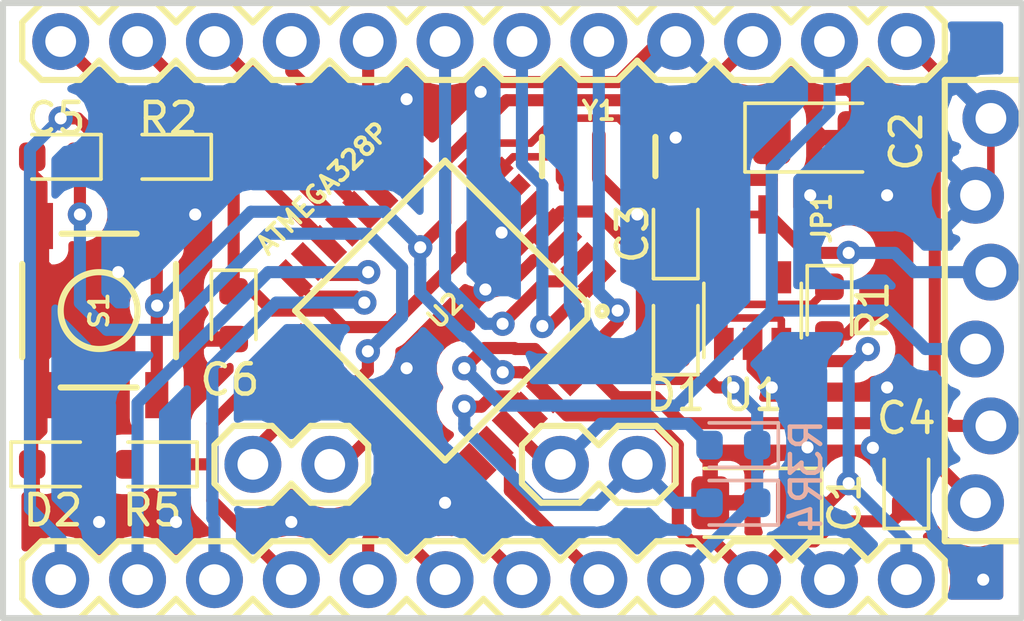
<source format=kicad_pcb>
(kicad_pcb (version 20171130) (host pcbnew 5.0.1)

  (general
    (thickness 1.6)
    (drawings 4)
    (tracks 348)
    (zones 0)
    (modules 23)
    (nets 35)
  )

  (page A4)
  (layers
    (0 F.Cu signal)
    (31 B.Cu signal)
    (32 B.Adhes user hide)
    (33 F.Adhes user hide)
    (34 B.Paste user hide)
    (35 F.Paste user hide)
    (36 B.SilkS user)
    (37 F.SilkS user)
    (38 B.Mask user hide)
    (39 F.Mask user hide)
    (40 Dwgs.User user hide)
    (41 Cmts.User user hide)
    (42 Eco1.User user hide)
    (43 Eco2.User user hide)
    (44 Edge.Cuts user)
    (45 Margin user hide)
    (46 B.CrtYd user)
    (47 F.CrtYd user)
    (48 B.Fab user hide)
    (49 F.Fab user hide)
  )

  (setup
    (last_trace_width 0.25)
    (trace_clearance 0.2)
    (zone_clearance 0.508)
    (zone_45_only no)
    (trace_min 0.2)
    (segment_width 0.2)
    (edge_width 0.2)
    (via_size 0.8)
    (via_drill 0.4)
    (via_min_size 0.4)
    (via_min_drill 0.3)
    (uvia_size 0.3)
    (uvia_drill 0.1)
    (uvias_allowed no)
    (uvia_min_size 0.2)
    (uvia_min_drill 0.1)
    (pcb_text_width 0.3)
    (pcb_text_size 1.5 1.5)
    (mod_edge_width 0.15)
    (mod_text_size 1 1)
    (mod_text_width 0.15)
    (pad_size 0.875 0.95)
    (pad_drill 0)
    (pad_to_mask_clearance 0.051)
    (solder_mask_min_width 0.25)
    (aux_axis_origin 0 0)
    (visible_elements FFFFFF7F)
    (pcbplotparams
      (layerselection 0x010fc_ffffffff)
      (usegerberextensions false)
      (usegerberattributes false)
      (usegerberadvancedattributes false)
      (creategerberjobfile false)
      (excludeedgelayer true)
      (linewidth 0.100000)
      (plotframeref false)
      (viasonmask false)
      (mode 1)
      (useauxorigin false)
      (hpglpennumber 1)
      (hpglpenspeed 20)
      (hpglpendiameter 15.000000)
      (psnegative false)
      (psa4output false)
      (plotreference true)
      (plotvalue true)
      (plotinvisibletext false)
      (padsonsilk false)
      (subtractmaskfromsilk false)
      (outputformat 1)
      (mirror false)
      (drillshape 1)
      (scaleselection 1)
      (outputdirectory ""))
  )

  (net 0 "")
  (net 1 RAW)
  (net 2 GND)
  (net 3 VCC)
  (net 4 RESET)
  (net 5 DTR)
  (net 6 AREF)
  (net 7 "Net-(D1-Pad1)")
  (net 8 "Net-(D1-Pad2)")
  (net 9 D9)
  (net 10 D8)
  (net 11 D7)
  (net 12 D6)
  (net 13 D5)
  (net 14 D4)
  (net 15 D3)
  (net 16 D2)
  (net 17 RXI)
  (net 18 TXO)
  (net 19 A5)
  (net 20 A4)
  (net 21 A7)
  (net 22 A6)
  (net 23 D10)
  (net 24 MOSI)
  (net 25 MISO)
  (net 26 SCK)
  (net 27 A0)
  (net 28 A1)
  (net 29 A2)
  (net 30 A3)
  (net 31 "Net-(U1-Pad4)")
  (net 32 "Net-(U2-Pad7)")
  (net 33 "Net-(U2-Pad8)")
  (net 34 "Net-(D2-Pad2)")

  (net_class Default "This is the default net class."
    (clearance 0.2)
    (trace_width 0.25)
    (via_dia 0.8)
    (via_drill 0.4)
    (uvia_dia 0.3)
    (uvia_drill 0.1)
  )

  (net_class pro ""
    (clearance 0.2)
    (trace_width 0.4)
    (via_dia 0.8)
    (via_drill 0.4)
    (uvia_dia 0.3)
    (uvia_drill 0.1)
    (add_net A0)
    (add_net A1)
    (add_net A2)
    (add_net A3)
    (add_net A4)
    (add_net A5)
    (add_net A6)
    (add_net A7)
    (add_net AREF)
    (add_net D10)
    (add_net D2)
    (add_net D3)
    (add_net D4)
    (add_net D5)
    (add_net D6)
    (add_net D7)
    (add_net D8)
    (add_net D9)
    (add_net DTR)
    (add_net GND)
    (add_net MISO)
    (add_net MOSI)
    (add_net "Net-(D1-Pad1)")
    (add_net "Net-(D1-Pad2)")
    (add_net "Net-(D2-Pad2)")
    (add_net "Net-(U1-Pad4)")
    (add_net "Net-(U2-Pad7)")
    (add_net "Net-(U2-Pad8)")
    (add_net RAW)
    (add_net RESET)
    (add_net RXI)
    (add_net SCK)
    (add_net TXO)
    (add_net VCC)
  )

  (module Jumpers:SMT-JUMPER_2_NC_TRACE_NO-SILK (layer F.Cu) (tedit 5C4001F4) (tstamp 5C4DE3C0)
    (at 152.4 102.235)
    (path /5C42C84E)
    (attr smd)
    (fp_text reference JP1 (at 2.286 0.127 90) (layer F.SilkS)
      (effects (font (size 0.6096 0.6096) (thickness 0.127)))
    )
    (fp_text value SolderJumper_2_Bridged (at 0 1.27) (layer F.SilkS) hide
      (effects (font (size 0.6096 0.6096) (thickness 0.127)))
    )
    (fp_line (start -0.508 0) (end 0.508 0) (layer F.Cu) (width 0.254))
    (pad 2 smd rect (at 0.508 0) (size 0.635 1.27) (layers F.Cu F.Mask)
      (net 3 VCC) (solder_mask_margin 0.1016))
    (pad 1 smd rect (at -0.508 0) (size 0.635 1.27) (layers F.Cu F.Mask)
      (net 8 "Net-(D1-Pad2)") (solder_mask_margin 0.1016))
  )

  (module LED_SMD:LED_0603_1608Metric (layer F.Cu) (tedit 5B301BBE) (tstamp 5C5B790F)
    (at 135.255 105.5625 270)
    (descr "LED SMD 0603 (1608 Metric), square (rectangular) end terminal, IPC_7351 nominal, (Body size source: http://www.tortai-tech.com/upload/download/2011102023233369053.pdf), generated with kicad-footprint-generator")
    (tags diode)
    (path /5C4153BB)
    (attr smd)
    (fp_text reference C6 (at 2.1335 0.127) (layer F.SilkS)
      (effects (font (size 1 1) (thickness 0.15)))
    )
    (fp_text value 0.1u (at 0 1.43 270) (layer F.Fab)
      (effects (font (size 1 1) (thickness 0.15)))
    )
    (fp_text user %R (at 0 0 270) (layer F.Fab)
      (effects (font (size 0.4 0.4) (thickness 0.06)))
    )
    (fp_line (start 1.48 0.73) (end -1.48 0.73) (layer F.CrtYd) (width 0.05))
    (fp_line (start 1.48 -0.73) (end 1.48 0.73) (layer F.CrtYd) (width 0.05))
    (fp_line (start -1.48 -0.73) (end 1.48 -0.73) (layer F.CrtYd) (width 0.05))
    (fp_line (start -1.48 0.73) (end -1.48 -0.73) (layer F.CrtYd) (width 0.05))
    (fp_line (start -1.485 0.735) (end 0.8 0.735) (layer F.SilkS) (width 0.12))
    (fp_line (start -1.485 -0.735) (end -1.485 0.735) (layer F.SilkS) (width 0.12))
    (fp_line (start 0.8 -0.735) (end -1.485 -0.735) (layer F.SilkS) (width 0.12))
    (fp_line (start 0.8 0.4) (end 0.8 -0.4) (layer F.Fab) (width 0.1))
    (fp_line (start -0.8 0.4) (end 0.8 0.4) (layer F.Fab) (width 0.1))
    (fp_line (start -0.8 -0.1) (end -0.8 0.4) (layer F.Fab) (width 0.1))
    (fp_line (start -0.5 -0.4) (end -0.8 -0.1) (layer F.Fab) (width 0.1))
    (fp_line (start 0.8 -0.4) (end -0.5 -0.4) (layer F.Fab) (width 0.1))
    (pad 2 smd roundrect (at 0.7875 0 270) (size 0.875 0.95) (layers F.Cu F.Paste F.Mask) (roundrect_rratio 0.25)
      (net 2 GND))
    (pad 1 smd roundrect (at -0.7875 0 270) (size 0.875 0.95) (layers F.Cu F.Paste F.Mask) (roundrect_rratio 0.25)
      (net 3 VCC))
    (model ${KISYS3DMOD}/LED_SMD.3dshapes/LED_0603_1608Metric.wrl
      (at (xyz 0 0 0))
      (scale (xyz 1 1 1))
      (rotate (xyz 0 0 0))
    )
  )

  (module LED_SMD:LED_0603_1608Metric (layer F.Cu) (tedit 5B301BBE) (tstamp 5C5B7CC7)
    (at 129.3875 110.49)
    (descr "LED SMD 0603 (1608 Metric), square (rectangular) end terminal, IPC_7351 nominal, (Body size source: http://www.tortai-tech.com/upload/download/2011102023233369053.pdf), generated with kicad-footprint-generator")
    (tags diode)
    (path /5C446C73)
    (attr smd)
    (fp_text reference D2 (at -0.1015 1.524) (layer F.SilkS)
      (effects (font (size 1 1) (thickness 0.15)))
    )
    (fp_text value LED (at 0 1.43) (layer F.Fab)
      (effects (font (size 1 1) (thickness 0.15)))
    )
    (fp_line (start 0.8 -0.4) (end -0.5 -0.4) (layer F.Fab) (width 0.1))
    (fp_line (start -0.5 -0.4) (end -0.8 -0.1) (layer F.Fab) (width 0.1))
    (fp_line (start -0.8 -0.1) (end -0.8 0.4) (layer F.Fab) (width 0.1))
    (fp_line (start -0.8 0.4) (end 0.8 0.4) (layer F.Fab) (width 0.1))
    (fp_line (start 0.8 0.4) (end 0.8 -0.4) (layer F.Fab) (width 0.1))
    (fp_line (start 0.8 -0.735) (end -1.485 -0.735) (layer F.SilkS) (width 0.12))
    (fp_line (start -1.485 -0.735) (end -1.485 0.735) (layer F.SilkS) (width 0.12))
    (fp_line (start -1.485 0.735) (end 0.8 0.735) (layer F.SilkS) (width 0.12))
    (fp_line (start -1.48 0.73) (end -1.48 -0.73) (layer F.CrtYd) (width 0.05))
    (fp_line (start -1.48 -0.73) (end 1.48 -0.73) (layer F.CrtYd) (width 0.05))
    (fp_line (start 1.48 -0.73) (end 1.48 0.73) (layer F.CrtYd) (width 0.05))
    (fp_line (start 1.48 0.73) (end -1.48 0.73) (layer F.CrtYd) (width 0.05))
    (fp_text user %R (at 0 0) (layer F.Fab)
      (effects (font (size 0.4 0.4) (thickness 0.06)))
    )
    (pad 1 smd roundrect (at -0.7875 0) (size 0.875 0.95) (layers F.Cu F.Paste F.Mask) (roundrect_rratio 0.25)
      (net 2 GND))
    (pad 2 smd roundrect (at 0.7875 0) (size 0.875 0.95) (layers F.Cu F.Paste F.Mask) (roundrect_rratio 0.25)
      (net 34 "Net-(D2-Pad2)"))
    (model ${KISYS3DMOD}/LED_SMD.3dshapes/LED_0603_1608Metric.wrl
      (at (xyz 0 0 0))
      (scale (xyz 1 1 1))
      (rotate (xyz 0 0 0))
    )
  )

  (module LED_SMD:LED_0603_1608Metric (layer F.Cu) (tedit 5B301BBE) (tstamp 5C5B78C6)
    (at 129.3875 100.33 180)
    (descr "LED SMD 0603 (1608 Metric), square (rectangular) end terminal, IPC_7351 nominal, (Body size source: http://www.tortai-tech.com/upload/download/2011102023233369053.pdf), generated with kicad-footprint-generator")
    (tags diode)
    (path /5C4156D8)
    (attr smd)
    (fp_text reference C5 (at 0 1.27 180) (layer F.SilkS)
      (effects (font (size 1 1) (thickness 0.15)))
    )
    (fp_text value 0.1u (at 0 1.43 180) (layer F.Fab)
      (effects (font (size 1 1) (thickness 0.15)))
    )
    (fp_text user %R (at 0 0 180) (layer F.Fab)
      (effects (font (size 0.4 0.4) (thickness 0.06)))
    )
    (fp_line (start 1.48 0.73) (end -1.48 0.73) (layer F.CrtYd) (width 0.05))
    (fp_line (start 1.48 -0.73) (end 1.48 0.73) (layer F.CrtYd) (width 0.05))
    (fp_line (start -1.48 -0.73) (end 1.48 -0.73) (layer F.CrtYd) (width 0.05))
    (fp_line (start -1.48 0.73) (end -1.48 -0.73) (layer F.CrtYd) (width 0.05))
    (fp_line (start -1.485 0.735) (end 0.8 0.735) (layer F.SilkS) (width 0.12))
    (fp_line (start -1.485 -0.735) (end -1.485 0.735) (layer F.SilkS) (width 0.12))
    (fp_line (start 0.8 -0.735) (end -1.485 -0.735) (layer F.SilkS) (width 0.12))
    (fp_line (start 0.8 0.4) (end 0.8 -0.4) (layer F.Fab) (width 0.1))
    (fp_line (start -0.8 0.4) (end 0.8 0.4) (layer F.Fab) (width 0.1))
    (fp_line (start -0.8 -0.1) (end -0.8 0.4) (layer F.Fab) (width 0.1))
    (fp_line (start -0.5 -0.4) (end -0.8 -0.1) (layer F.Fab) (width 0.1))
    (fp_line (start 0.8 -0.4) (end -0.5 -0.4) (layer F.Fab) (width 0.1))
    (pad 2 smd roundrect (at 0.7875 0 180) (size 0.875 0.95) (layers F.Cu F.Paste F.Mask) (roundrect_rratio 0.25)
      (net 2 GND))
    (pad 1 smd roundrect (at -0.7875 0 180) (size 0.875 0.95) (layers F.Cu F.Paste F.Mask) (roundrect_rratio 0.25)
      (net 6 AREF))
    (model ${KISYS3DMOD}/LED_SMD.3dshapes/LED_0603_1608Metric.wrl
      (at (xyz 0 0 0))
      (scale (xyz 1 1 1))
      (rotate (xyz 0 0 0))
    )
  )

  (module LED_SMD:LED_0603_1608Metric (layer F.Cu) (tedit 5B301BBE) (tstamp 5C5B78B4)
    (at 157.48 111.125 90)
    (descr "LED SMD 0603 (1608 Metric), square (rectangular) end terminal, IPC_7351 nominal, (Body size source: http://www.tortai-tech.com/upload/download/2011102023233369053.pdf), generated with kicad-footprint-generator")
    (tags diode)
    (path /5C419F63)
    (attr smd)
    (fp_text reference C4 (at 2.159 0) (layer F.SilkS)
      (effects (font (size 1 1) (thickness 0.15)))
    )
    (fp_text value 0.1u (at 0 1.43 90) (layer F.Fab)
      (effects (font (size 1 1) (thickness 0.15)))
    )
    (fp_line (start 0.8 -0.4) (end -0.5 -0.4) (layer F.Fab) (width 0.1))
    (fp_line (start -0.5 -0.4) (end -0.8 -0.1) (layer F.Fab) (width 0.1))
    (fp_line (start -0.8 -0.1) (end -0.8 0.4) (layer F.Fab) (width 0.1))
    (fp_line (start -0.8 0.4) (end 0.8 0.4) (layer F.Fab) (width 0.1))
    (fp_line (start 0.8 0.4) (end 0.8 -0.4) (layer F.Fab) (width 0.1))
    (fp_line (start 0.8 -0.735) (end -1.485 -0.735) (layer F.SilkS) (width 0.12))
    (fp_line (start -1.485 -0.735) (end -1.485 0.735) (layer F.SilkS) (width 0.12))
    (fp_line (start -1.485 0.735) (end 0.8 0.735) (layer F.SilkS) (width 0.12))
    (fp_line (start -1.48 0.73) (end -1.48 -0.73) (layer F.CrtYd) (width 0.05))
    (fp_line (start -1.48 -0.73) (end 1.48 -0.73) (layer F.CrtYd) (width 0.05))
    (fp_line (start 1.48 -0.73) (end 1.48 0.73) (layer F.CrtYd) (width 0.05))
    (fp_line (start 1.48 0.73) (end -1.48 0.73) (layer F.CrtYd) (width 0.05))
    (fp_text user %R (at 0 0 90) (layer F.Fab)
      (effects (font (size 0.4 0.4) (thickness 0.06)))
    )
    (pad 1 smd roundrect (at -0.7875 0 90) (size 0.875 0.95) (layers F.Cu F.Paste F.Mask) (roundrect_rratio 0.25)
      (net 4 RESET))
    (pad 2 smd roundrect (at 0.7875 0 90) (size 0.875 0.95) (layers F.Cu F.Paste F.Mask) (roundrect_rratio 0.25)
      (net 5 DTR))
    (model ${KISYS3DMOD}/LED_SMD.3dshapes/LED_0603_1608Metric.wrl
      (at (xyz 0 0 0))
      (scale (xyz 1 1 1))
      (rotate (xyz 0 0 0))
    )
  )

  (module LED_SMD:LED_0603_1608Metric (layer F.Cu) (tedit 5B301BBE) (tstamp 5C5B78A2)
    (at 149.86 102.87 90)
    (descr "LED SMD 0603 (1608 Metric), square (rectangular) end terminal, IPC_7351 nominal, (Body size source: http://www.tortai-tech.com/upload/download/2011102023233369053.pdf), generated with kicad-footprint-generator")
    (tags diode)
    (path /5C42E509)
    (attr smd)
    (fp_text reference C3 (at 0 -1.43 90) (layer F.SilkS)
      (effects (font (size 1 1) (thickness 0.15)))
    )
    (fp_text value 0.1u (at 0 1.43 90) (layer F.Fab)
      (effects (font (size 1 1) (thickness 0.15)))
    )
    (fp_text user %R (at 0 0 90) (layer F.Fab)
      (effects (font (size 0.4 0.4) (thickness 0.06)))
    )
    (fp_line (start 1.48 0.73) (end -1.48 0.73) (layer F.CrtYd) (width 0.05))
    (fp_line (start 1.48 -0.73) (end 1.48 0.73) (layer F.CrtYd) (width 0.05))
    (fp_line (start -1.48 -0.73) (end 1.48 -0.73) (layer F.CrtYd) (width 0.05))
    (fp_line (start -1.48 0.73) (end -1.48 -0.73) (layer F.CrtYd) (width 0.05))
    (fp_line (start -1.485 0.735) (end 0.8 0.735) (layer F.SilkS) (width 0.12))
    (fp_line (start -1.485 -0.735) (end -1.485 0.735) (layer F.SilkS) (width 0.12))
    (fp_line (start 0.8 -0.735) (end -1.485 -0.735) (layer F.SilkS) (width 0.12))
    (fp_line (start 0.8 0.4) (end 0.8 -0.4) (layer F.Fab) (width 0.1))
    (fp_line (start -0.8 0.4) (end 0.8 0.4) (layer F.Fab) (width 0.1))
    (fp_line (start -0.8 -0.1) (end -0.8 0.4) (layer F.Fab) (width 0.1))
    (fp_line (start -0.5 -0.4) (end -0.8 -0.1) (layer F.Fab) (width 0.1))
    (fp_line (start 0.8 -0.4) (end -0.5 -0.4) (layer F.Fab) (width 0.1))
    (pad 2 smd roundrect (at 0.7875 0 90) (size 0.875 0.95) (layers F.Cu F.Paste F.Mask) (roundrect_rratio 0.25)
      (net 2 GND))
    (pad 1 smd roundrect (at -0.7875 0 90) (size 0.875 0.95) (layers F.Cu F.Paste F.Mask) (roundrect_rratio 0.25)
      (net 3 VCC))
    (model ${KISYS3DMOD}/LED_SMD.3dshapes/LED_0603_1608Metric.wrl
      (at (xyz 0 0 0))
      (scale (xyz 1 1 1))
      (rotate (xyz 0 0 0))
    )
  )

  (module LED_SMD:LED_0603_1608Metric (layer F.Cu) (tedit 5B301BBE) (tstamp 5C5B7890)
    (at 154.94 105.41 270)
    (descr "LED SMD 0603 (1608 Metric), square (rectangular) end terminal, IPC_7351 nominal, (Body size source: http://www.tortai-tech.com/upload/download/2011102023233369053.pdf), generated with kicad-footprint-generator")
    (tags diode)
    (path /5C42573B)
    (attr smd)
    (fp_text reference R1 (at 0 -1.43 270) (layer F.SilkS)
      (effects (font (size 1 1) (thickness 0.15)))
    )
    (fp_text value 10k (at 0 1.43 270) (layer F.Fab)
      (effects (font (size 1 1) (thickness 0.15)))
    )
    (fp_line (start 0.8 -0.4) (end -0.5 -0.4) (layer F.Fab) (width 0.1))
    (fp_line (start -0.5 -0.4) (end -0.8 -0.1) (layer F.Fab) (width 0.1))
    (fp_line (start -0.8 -0.1) (end -0.8 0.4) (layer F.Fab) (width 0.1))
    (fp_line (start -0.8 0.4) (end 0.8 0.4) (layer F.Fab) (width 0.1))
    (fp_line (start 0.8 0.4) (end 0.8 -0.4) (layer F.Fab) (width 0.1))
    (fp_line (start 0.8 -0.735) (end -1.485 -0.735) (layer F.SilkS) (width 0.12))
    (fp_line (start -1.485 -0.735) (end -1.485 0.735) (layer F.SilkS) (width 0.12))
    (fp_line (start -1.485 0.735) (end 0.8 0.735) (layer F.SilkS) (width 0.12))
    (fp_line (start -1.48 0.73) (end -1.48 -0.73) (layer F.CrtYd) (width 0.05))
    (fp_line (start -1.48 -0.73) (end 1.48 -0.73) (layer F.CrtYd) (width 0.05))
    (fp_line (start 1.48 -0.73) (end 1.48 0.73) (layer F.CrtYd) (width 0.05))
    (fp_line (start 1.48 0.73) (end -1.48 0.73) (layer F.CrtYd) (width 0.05))
    (fp_text user %R (at 0 0 270) (layer F.Fab)
      (effects (font (size 0.4 0.4) (thickness 0.06)))
    )
    (pad 1 smd roundrect (at -0.7875 0 270) (size 0.875 0.95) (layers F.Cu F.Paste F.Mask) (roundrect_rratio 0.25)
      (net 7 "Net-(D1-Pad1)"))
    (pad 2 smd roundrect (at 0.7875 0 270) (size 0.875 0.95) (layers F.Cu F.Paste F.Mask) (roundrect_rratio 0.25)
      (net 2 GND))
    (model ${KISYS3DMOD}/LED_SMD.3dshapes/LED_0603_1608Metric.wrl
      (at (xyz 0 0 0))
      (scale (xyz 1 1 1))
      (rotate (xyz 0 0 0))
    )
  )

  (module LED_SMD:LED_0603_1608Metric (layer F.Cu) (tedit 5B301BBE) (tstamp 5C5B787E)
    (at 133.03 100.33 180)
    (descr "LED SMD 0603 (1608 Metric), square (rectangular) end terminal, IPC_7351 nominal, (Body size source: http://www.tortai-tech.com/upload/download/2011102023233369053.pdf), generated with kicad-footprint-generator")
    (tags diode)
    (path /5C419B5D)
    (attr smd)
    (fp_text reference R2 (at -0.066 1.27 180) (layer F.SilkS)
      (effects (font (size 1 1) (thickness 0.15)))
    )
    (fp_text value 10k (at 0 1.43 180) (layer F.Fab)
      (effects (font (size 1 1) (thickness 0.15)))
    )
    (fp_text user %R (at 0 0 180) (layer F.Fab)
      (effects (font (size 0.4 0.4) (thickness 0.06)))
    )
    (fp_line (start 1.48 0.73) (end -1.48 0.73) (layer F.CrtYd) (width 0.05))
    (fp_line (start 1.48 -0.73) (end 1.48 0.73) (layer F.CrtYd) (width 0.05))
    (fp_line (start -1.48 -0.73) (end 1.48 -0.73) (layer F.CrtYd) (width 0.05))
    (fp_line (start -1.48 0.73) (end -1.48 -0.73) (layer F.CrtYd) (width 0.05))
    (fp_line (start -1.485 0.735) (end 0.8 0.735) (layer F.SilkS) (width 0.12))
    (fp_line (start -1.485 -0.735) (end -1.485 0.735) (layer F.SilkS) (width 0.12))
    (fp_line (start 0.8 -0.735) (end -1.485 -0.735) (layer F.SilkS) (width 0.12))
    (fp_line (start 0.8 0.4) (end 0.8 -0.4) (layer F.Fab) (width 0.1))
    (fp_line (start -0.8 0.4) (end 0.8 0.4) (layer F.Fab) (width 0.1))
    (fp_line (start -0.8 -0.1) (end -0.8 0.4) (layer F.Fab) (width 0.1))
    (fp_line (start -0.5 -0.4) (end -0.8 -0.1) (layer F.Fab) (width 0.1))
    (fp_line (start 0.8 -0.4) (end -0.5 -0.4) (layer F.Fab) (width 0.1))
    (pad 2 smd roundrect (at 0.7875 0 180) (size 0.875 0.95) (layers F.Cu F.Paste F.Mask) (roundrect_rratio 0.25)
      (net 4 RESET))
    (pad 1 smd roundrect (at -0.7875 0 180) (size 0.875 0.95) (layers F.Cu F.Paste F.Mask) (roundrect_rratio 0.25)
      (net 3 VCC))
    (model ${KISYS3DMOD}/LED_SMD.3dshapes/LED_0603_1608Metric.wrl
      (at (xyz 0 0 0))
      (scale (xyz 1 1 1))
      (rotate (xyz 0 0 0))
    )
  )

  (module LED_SMD:LED_0603_1608Metric (layer B.Cu) (tedit 5B301BBE) (tstamp 5C5B786C)
    (at 151.765 109.855 180)
    (descr "LED SMD 0603 (1608 Metric), square (rectangular) end terminal, IPC_7351 nominal, (Body size source: http://www.tortai-tech.com/upload/download/2011102023233369053.pdf), generated with kicad-footprint-generator")
    (tags diode)
    (path /5C43B77A)
    (attr smd)
    (fp_text reference R3 (at -2.413 -0.127 270) (layer B.SilkS)
      (effects (font (size 1 1) (thickness 0.15)) (justify mirror))
    )
    (fp_text value R (at 0 -1.43 180) (layer B.Fab)
      (effects (font (size 1 1) (thickness 0.15)) (justify mirror))
    )
    (fp_line (start 0.8 0.4) (end -0.5 0.4) (layer B.Fab) (width 0.1))
    (fp_line (start -0.5 0.4) (end -0.8 0.1) (layer B.Fab) (width 0.1))
    (fp_line (start -0.8 0.1) (end -0.8 -0.4) (layer B.Fab) (width 0.1))
    (fp_line (start -0.8 -0.4) (end 0.8 -0.4) (layer B.Fab) (width 0.1))
    (fp_line (start 0.8 -0.4) (end 0.8 0.4) (layer B.Fab) (width 0.1))
    (fp_line (start 0.8 0.735) (end -1.485 0.735) (layer B.SilkS) (width 0.12))
    (fp_line (start -1.485 0.735) (end -1.485 -0.735) (layer B.SilkS) (width 0.12))
    (fp_line (start -1.485 -0.735) (end 0.8 -0.735) (layer B.SilkS) (width 0.12))
    (fp_line (start -1.48 -0.73) (end -1.48 0.73) (layer B.CrtYd) (width 0.05))
    (fp_line (start -1.48 0.73) (end 1.48 0.73) (layer B.CrtYd) (width 0.05))
    (fp_line (start 1.48 0.73) (end 1.48 -0.73) (layer B.CrtYd) (width 0.05))
    (fp_line (start 1.48 -0.73) (end -1.48 -0.73) (layer B.CrtYd) (width 0.05))
    (fp_text user %R (at 0 0 180) (layer B.Fab)
      (effects (font (size 0.4 0.4) (thickness 0.06)) (justify mirror))
    )
    (pad 1 smd roundrect (at -0.7875 0 180) (size 0.875 0.95) (layers B.Cu B.Paste B.Mask) (roundrect_rratio 0.25)
      (net 3 VCC))
    (pad 2 smd roundrect (at 0.7875 0 180) (size 0.875 0.95) (layers B.Cu B.Paste B.Mask) (roundrect_rratio 0.25)
      (net 20 A4))
    (model ${KISYS3DMOD}/LED_SMD.3dshapes/LED_0603_1608Metric.wrl
      (at (xyz 0 0 0))
      (scale (xyz 1 1 1))
      (rotate (xyz 0 0 0))
    )
  )

  (module LED_SMD:LED_0603_1608Metric (layer B.Cu) (tedit 5C3F69FF) (tstamp 5C5B785A)
    (at 151.765 111.76 180)
    (descr "LED SMD 0603 (1608 Metric), square (rectangular) end terminal, IPC_7351 nominal, (Body size source: http://www.tortai-tech.com/upload/download/2011102023233369053.pdf), generated with kicad-footprint-generator")
    (tags diode)
    (path /5C43B7CE)
    (attr smd)
    (fp_text reference R4 (at -2.413 0 270) (layer B.SilkS)
      (effects (font (size 1 1) (thickness 0.15)) (justify mirror))
    )
    (fp_text value R (at 0 -1.43 180) (layer B.Fab)
      (effects (font (size 1 1) (thickness 0.15)) (justify mirror))
    )
    (fp_text user %R (at 0 0 180) (layer B.Fab)
      (effects (font (size 0.4 0.4) (thickness 0.06)) (justify mirror))
    )
    (fp_line (start 1.48 -0.73) (end -1.48 -0.73) (layer B.CrtYd) (width 0.05))
    (fp_line (start 1.48 0.73) (end 1.48 -0.73) (layer B.CrtYd) (width 0.05))
    (fp_line (start -1.48 0.73) (end 1.48 0.73) (layer B.CrtYd) (width 0.05))
    (fp_line (start -1.48 -0.73) (end -1.48 0.73) (layer B.CrtYd) (width 0.05))
    (fp_line (start -1.485 -0.735) (end 0.8 -0.735) (layer B.SilkS) (width 0.12))
    (fp_line (start -1.485 0.735) (end -1.485 -0.735) (layer B.SilkS) (width 0.12))
    (fp_line (start 0.8 0.735) (end -1.485 0.735) (layer B.SilkS) (width 0.12))
    (fp_line (start 0.8 -0.4) (end 0.8 0.4) (layer B.Fab) (width 0.1))
    (fp_line (start -0.8 -0.4) (end 0.8 -0.4) (layer B.Fab) (width 0.1))
    (fp_line (start -0.8 0.1) (end -0.8 -0.4) (layer B.Fab) (width 0.1))
    (fp_line (start -0.5 0.4) (end -0.8 0.1) (layer B.Fab) (width 0.1))
    (fp_line (start 0.8 0.4) (end -0.5 0.4) (layer B.Fab) (width 0.1))
    (pad 2 smd roundrect (at 0.7875 0 180) (size 0.875 0.95) (layers B.Cu B.Paste B.Mask) (roundrect_rratio 0.25)
      (net 19 A5))
    (pad 1 smd roundrect (at -0.7875 0 180) (size 0.875 0.95) (layers B.Cu B.Paste B.Mask) (roundrect_rratio 0.25)
      (net 3 VCC))
    (model ${KISYS3DMOD}/LED_SMD.3dshapes/LED_0603_1608Metric.wrl
      (at (xyz 0 0 0))
      (scale (xyz 1 1 1))
      (rotate (xyz 0 0 0))
    )
  )

  (module LED_SMD:LED_0603_1608Metric (layer F.Cu) (tedit 5B301BBE) (tstamp 5C5B7859)
    (at 132.5625 110.49 180)
    (descr "LED SMD 0603 (1608 Metric), square (rectangular) end terminal, IPC_7351 nominal, (Body size source: http://www.tortai-tech.com/upload/download/2011102023233369053.pdf), generated with kicad-footprint-generator")
    (tags diode)
    (path /5C446BC6)
    (attr smd)
    (fp_text reference R5 (at 0 -1.524 180) (layer F.SilkS)
      (effects (font (size 1 1) (thickness 0.15)))
    )
    (fp_text value R (at 0 1.43 180) (layer F.Fab)
      (effects (font (size 1 1) (thickness 0.15)))
    )
    (fp_line (start 0.8 -0.4) (end -0.5 -0.4) (layer F.Fab) (width 0.1))
    (fp_line (start -0.5 -0.4) (end -0.8 -0.1) (layer F.Fab) (width 0.1))
    (fp_line (start -0.8 -0.1) (end -0.8 0.4) (layer F.Fab) (width 0.1))
    (fp_line (start -0.8 0.4) (end 0.8 0.4) (layer F.Fab) (width 0.1))
    (fp_line (start 0.8 0.4) (end 0.8 -0.4) (layer F.Fab) (width 0.1))
    (fp_line (start 0.8 -0.735) (end -1.485 -0.735) (layer F.SilkS) (width 0.12))
    (fp_line (start -1.485 -0.735) (end -1.485 0.735) (layer F.SilkS) (width 0.12))
    (fp_line (start -1.485 0.735) (end 0.8 0.735) (layer F.SilkS) (width 0.12))
    (fp_line (start -1.48 0.73) (end -1.48 -0.73) (layer F.CrtYd) (width 0.05))
    (fp_line (start -1.48 -0.73) (end 1.48 -0.73) (layer F.CrtYd) (width 0.05))
    (fp_line (start 1.48 -0.73) (end 1.48 0.73) (layer F.CrtYd) (width 0.05))
    (fp_line (start 1.48 0.73) (end -1.48 0.73) (layer F.CrtYd) (width 0.05))
    (fp_text user %R (at 0 0 180) (layer F.Fab)
      (effects (font (size 0.4 0.4) (thickness 0.06)))
    )
    (pad 1 smd roundrect (at -0.7875 0 180) (size 0.875 0.95) (layers F.Cu F.Paste F.Mask) (roundrect_rratio 0.25)
      (net 26 SCK))
    (pad 2 smd roundrect (at 0.7875 0 180) (size 0.875 0.95) (layers F.Cu F.Paste F.Mask) (roundrect_rratio 0.25)
      (net 34 "Net-(D2-Pad2)"))
    (model ${KISYS3DMOD}/LED_SMD.3dshapes/LED_0603_1608Metric.wrl
      (at (xyz 0 0 0))
      (scale (xyz 1 1 1))
      (rotate (xyz 0 0 0))
    )
  )

  (module LED_SMD:LED_1206_3216Metric (layer F.Cu) (tedit 5B301BBE) (tstamp 5C5B7835)
    (at 152.4 111.76 180)
    (descr "LED SMD 1206 (3216 Metric), square (rectangular) end terminal, IPC_7351 nominal, (Body size source: http://www.tortai-tech.com/upload/download/2011102023233369053.pdf), generated with kicad-footprint-generator")
    (tags diode)
    (path /5C425569)
    (attr smd)
    (fp_text reference C1 (at -3.048 0 270) (layer F.SilkS)
      (effects (font (size 1 1) (thickness 0.15)))
    )
    (fp_text value 10u (at 0 1.82 180) (layer F.Fab)
      (effects (font (size 1 1) (thickness 0.15)))
    )
    (fp_text user %R (at 0 0 180) (layer F.Fab)
      (effects (font (size 0.8 0.8) (thickness 0.12)))
    )
    (fp_line (start 2.28 1.12) (end -2.28 1.12) (layer F.CrtYd) (width 0.05))
    (fp_line (start 2.28 -1.12) (end 2.28 1.12) (layer F.CrtYd) (width 0.05))
    (fp_line (start -2.28 -1.12) (end 2.28 -1.12) (layer F.CrtYd) (width 0.05))
    (fp_line (start -2.28 1.12) (end -2.28 -1.12) (layer F.CrtYd) (width 0.05))
    (fp_line (start -2.285 1.135) (end 1.6 1.135) (layer F.SilkS) (width 0.12))
    (fp_line (start -2.285 -1.135) (end -2.285 1.135) (layer F.SilkS) (width 0.12))
    (fp_line (start 1.6 -1.135) (end -2.285 -1.135) (layer F.SilkS) (width 0.12))
    (fp_line (start 1.6 0.8) (end 1.6 -0.8) (layer F.Fab) (width 0.1))
    (fp_line (start -1.6 0.8) (end 1.6 0.8) (layer F.Fab) (width 0.1))
    (fp_line (start -1.6 -0.4) (end -1.6 0.8) (layer F.Fab) (width 0.1))
    (fp_line (start -1.2 -0.8) (end -1.6 -0.4) (layer F.Fab) (width 0.1))
    (fp_line (start 1.6 -0.8) (end -1.2 -0.8) (layer F.Fab) (width 0.1))
    (pad 2 smd roundrect (at 1.4 0 180) (size 1.25 1.75) (layers F.Cu F.Paste F.Mask) (roundrect_rratio 0.2)
      (net 2 GND))
    (pad 1 smd roundrect (at -1.4 0 180) (size 1.25 1.75) (layers F.Cu F.Paste F.Mask) (roundrect_rratio 0.2)
      (net 1 RAW))
    (model ${KISYS3DMOD}/LED_SMD.3dshapes/LED_1206_3216Metric.wrl
      (at (xyz 0 0 0))
      (scale (xyz 1 1 1))
      (rotate (xyz 0 0 0))
    )
  )

  (module LED_SMD:LED_1206_3216Metric (layer F.Cu) (tedit 5B301BBE) (tstamp 5C5B7823)
    (at 154.435 99.695)
    (descr "LED SMD 1206 (3216 Metric), square (rectangular) end terminal, IPC_7351 nominal, (Body size source: http://www.tortai-tech.com/upload/download/2011102023233369053.pdf), generated with kicad-footprint-generator")
    (tags diode)
    (path /5C42E489)
    (attr smd)
    (fp_text reference C2 (at 3.045 0.127 90) (layer F.SilkS)
      (effects (font (size 1 1) (thickness 0.15)))
    )
    (fp_text value 10u (at 0 1.82) (layer F.Fab)
      (effects (font (size 1 1) (thickness 0.15)))
    )
    (fp_line (start 1.6 -0.8) (end -1.2 -0.8) (layer F.Fab) (width 0.1))
    (fp_line (start -1.2 -0.8) (end -1.6 -0.4) (layer F.Fab) (width 0.1))
    (fp_line (start -1.6 -0.4) (end -1.6 0.8) (layer F.Fab) (width 0.1))
    (fp_line (start -1.6 0.8) (end 1.6 0.8) (layer F.Fab) (width 0.1))
    (fp_line (start 1.6 0.8) (end 1.6 -0.8) (layer F.Fab) (width 0.1))
    (fp_line (start 1.6 -1.135) (end -2.285 -1.135) (layer F.SilkS) (width 0.12))
    (fp_line (start -2.285 -1.135) (end -2.285 1.135) (layer F.SilkS) (width 0.12))
    (fp_line (start -2.285 1.135) (end 1.6 1.135) (layer F.SilkS) (width 0.12))
    (fp_line (start -2.28 1.12) (end -2.28 -1.12) (layer F.CrtYd) (width 0.05))
    (fp_line (start -2.28 -1.12) (end 2.28 -1.12) (layer F.CrtYd) (width 0.05))
    (fp_line (start 2.28 -1.12) (end 2.28 1.12) (layer F.CrtYd) (width 0.05))
    (fp_line (start 2.28 1.12) (end -2.28 1.12) (layer F.CrtYd) (width 0.05))
    (fp_text user %R (at 0 0) (layer F.Fab)
      (effects (font (size 0.8 0.8) (thickness 0.12)))
    )
    (pad 1 smd roundrect (at -1.4 0) (size 1.25 1.75) (layers F.Cu F.Paste F.Mask) (roundrect_rratio 0.2)
      (net 3 VCC))
    (pad 2 smd roundrect (at 1.4 0) (size 1.25 1.75) (layers F.Cu F.Paste F.Mask) (roundrect_rratio 0.2)
      (net 2 GND))
    (model ${KISYS3DMOD}/LED_SMD.3dshapes/LED_1206_3216Metric.wrl
      (at (xyz 0 0 0))
      (scale (xyz 1 1 1))
      (rotate (xyz 0 0 0))
    )
  )

  (module Connectors:1X06_FEMALE_LOCK.010 (layer F.Cu) (tedit 5C400213) (tstamp 5C5B55DC)
    (at 160.02 111.76 90)
    (descr "PLATED THROUGH HOLE - 6 PIN LOCKING HEADER")
    (tags "PLATED THROUGH HOLE - 6 PIN LOCKING HEADER")
    (path /5C4382B1)
    (attr virtual)
    (fp_text reference J5 (at 0 -1.905 90) (layer F.SilkS) hide
      (effects (font (size 0.6096 0.6096) (thickness 0.127)))
    )
    (fp_text value CONN_06FEMALE_LOCK (at 8.128 -2.032 270) (layer F.SilkS) hide
      (effects (font (size 0.6096 0.6096) (thickness 0.127)))
    )
    (fp_line (start -1.27 -1.27) (end -1.27 1.27) (layer F.SilkS) (width 0.2032))
    (fp_line (start -1.27 -1.27) (end 13.97 -1.27) (layer F.SilkS) (width 0.2032))
    (fp_line (start 13.97 1.27) (end -1.27 1.27) (layer F.SilkS) (width 0.2032))
    (fp_line (start 13.97 -1.27) (end 13.97 1.27) (layer F.SilkS) (width 0.2032))
    (pad 1 thru_hole circle (at 0 -0.254 90) (size 1.8796 1.8796) (drill 1.016) (layers *.Cu *.Mask)
      (net 5 DTR) (solder_mask_margin 0.1016))
    (pad 2 thru_hole circle (at 2.54 0.254 90) (size 1.8796 1.8796) (drill 1.016) (layers *.Cu *.Mask)
      (net 18 TXO) (solder_mask_margin 0.1016))
    (pad 3 thru_hole circle (at 5.08 -0.254 90) (size 1.8796 1.8796) (drill 1.016) (layers *.Cu *.Mask)
      (net 17 RXI) (solder_mask_margin 0.1016))
    (pad 4 thru_hole circle (at 7.62 0.254 90) (size 1.8796 1.8796) (drill 1.016) (layers *.Cu *.Mask)
      (net 3 VCC) (solder_mask_margin 0.1016))
    (pad 5 thru_hole circle (at 10.16 -0.254 90) (size 1.8796 1.8796) (drill 1.016) (layers *.Cu *.Mask)
      (net 2 GND) (solder_mask_margin 0.1016))
    (pad 6 thru_hole circle (at 12.7 0.254 90) (size 1.8796 1.8796) (drill 1.016) (layers *.Cu *.Mask)
      (net 2 GND) (solder_mask_margin 0.1016))
  )

  (module LED_SMD:LED_0603_1608Metric (layer F.Cu) (tedit 5B301BBE) (tstamp 5C4DE261)
    (at 149.86 106.045 90)
    (descr "LED SMD 0603 (1608 Metric), square (rectangular) end terminal, IPC_7351 nominal, (Body size source: http://www.tortai-tech.com/upload/download/2011102023233369053.pdf), generated with kicad-footprint-generator")
    (tags diode)
    (path /5C4257D5)
    (attr smd)
    (fp_text reference D1 (at -2.159 0 180) (layer F.SilkS)
      (effects (font (size 1 1) (thickness 0.15)))
    )
    (fp_text value red (at 0 1.43 90) (layer F.Fab)
      (effects (font (size 1 1) (thickness 0.15)))
    )
    (fp_line (start 0.8 -0.4) (end -0.5 -0.4) (layer F.Fab) (width 0.1))
    (fp_line (start -0.5 -0.4) (end -0.8 -0.1) (layer F.Fab) (width 0.1))
    (fp_line (start -0.8 -0.1) (end -0.8 0.4) (layer F.Fab) (width 0.1))
    (fp_line (start -0.8 0.4) (end 0.8 0.4) (layer F.Fab) (width 0.1))
    (fp_line (start 0.8 0.4) (end 0.8 -0.4) (layer F.Fab) (width 0.1))
    (fp_line (start 0.8 -0.735) (end -1.485 -0.735) (layer F.SilkS) (width 0.12))
    (fp_line (start -1.485 -0.735) (end -1.485 0.735) (layer F.SilkS) (width 0.12))
    (fp_line (start -1.485 0.735) (end 0.8 0.735) (layer F.SilkS) (width 0.12))
    (fp_line (start -1.48 0.73) (end -1.48 -0.73) (layer F.CrtYd) (width 0.05))
    (fp_line (start -1.48 -0.73) (end 1.48 -0.73) (layer F.CrtYd) (width 0.05))
    (fp_line (start 1.48 -0.73) (end 1.48 0.73) (layer F.CrtYd) (width 0.05))
    (fp_line (start 1.48 0.73) (end -1.48 0.73) (layer F.CrtYd) (width 0.05))
    (fp_text user %R (at 0 0 90) (layer F.Fab)
      (effects (font (size 0.4 0.4) (thickness 0.06)))
    )
    (pad 1 smd roundrect (at -0.7875 0 90) (size 0.875 0.95) (layers F.Cu F.Paste F.Mask) (roundrect_rratio 0.25)
      (net 7 "Net-(D1-Pad1)"))
    (pad 2 smd roundrect (at 0.7875 0 90) (size 0.875 0.95) (layers F.Cu F.Paste F.Mask) (roundrect_rratio 0.25)
      (net 8 "Net-(D1-Pad2)"))
    (model ${KISYS3DMOD}/LED_SMD.3dshapes/LED_0603_1608Metric.wrl
      (at (xyz 0 0 0))
      (scale (xyz 1 1 1))
      (rotate (xyz 0 0 0))
    )
  )

  (module Connectors:1X12 (layer F.Cu) (tedit 5C4001D7) (tstamp 5C4DE2EB)
    (at 129.54 96.52)
    (descr "PLATED THROUGH HOLE -12 PIN")
    (tags "PLATED THROUGH HOLE -12 PIN")
    (path /5C3F6509)
    (attr virtual)
    (fp_text reference J1 (at 29.972 0 -90) (layer F.SilkS) hide
      (effects (font (size 0.6096 0.6096) (thickness 0.127)))
    )
    (fp_text value CONN_12 (at 0 1.905) (layer F.SilkS) hide
      (effects (font (size 0.6096 0.6096) (thickness 0.127)))
    )
    (fp_line (start 14.986 0.254) (end 15.494 0.254) (layer Dwgs.User) (width 0.06604))
    (fp_line (start 15.494 0.254) (end 15.494 -0.254) (layer Dwgs.User) (width 0.06604))
    (fp_line (start 14.986 -0.254) (end 15.494 -0.254) (layer Dwgs.User) (width 0.06604))
    (fp_line (start 14.986 0.254) (end 14.986 -0.254) (layer Dwgs.User) (width 0.06604))
    (fp_line (start 12.446 0.254) (end 12.954 0.254) (layer Dwgs.User) (width 0.06604))
    (fp_line (start 12.954 0.254) (end 12.954 -0.254) (layer Dwgs.User) (width 0.06604))
    (fp_line (start 12.446 -0.254) (end 12.954 -0.254) (layer Dwgs.User) (width 0.06604))
    (fp_line (start 12.446 0.254) (end 12.446 -0.254) (layer Dwgs.User) (width 0.06604))
    (fp_line (start 9.906 0.254) (end 10.414 0.254) (layer Dwgs.User) (width 0.06604))
    (fp_line (start 10.414 0.254) (end 10.414 -0.254) (layer Dwgs.User) (width 0.06604))
    (fp_line (start 9.906 -0.254) (end 10.414 -0.254) (layer Dwgs.User) (width 0.06604))
    (fp_line (start 9.906 0.254) (end 9.906 -0.254) (layer Dwgs.User) (width 0.06604))
    (fp_line (start 7.366 0.254) (end 7.874 0.254) (layer Dwgs.User) (width 0.06604))
    (fp_line (start 7.874 0.254) (end 7.874 -0.254) (layer Dwgs.User) (width 0.06604))
    (fp_line (start 7.366 -0.254) (end 7.874 -0.254) (layer Dwgs.User) (width 0.06604))
    (fp_line (start 7.366 0.254) (end 7.366 -0.254) (layer Dwgs.User) (width 0.06604))
    (fp_line (start 4.826 0.254) (end 5.334 0.254) (layer Dwgs.User) (width 0.06604))
    (fp_line (start 5.334 0.254) (end 5.334 -0.254) (layer Dwgs.User) (width 0.06604))
    (fp_line (start 4.826 -0.254) (end 5.334 -0.254) (layer Dwgs.User) (width 0.06604))
    (fp_line (start 4.826 0.254) (end 4.826 -0.254) (layer Dwgs.User) (width 0.06604))
    (fp_line (start 2.286 0.254) (end 2.794 0.254) (layer Dwgs.User) (width 0.06604))
    (fp_line (start 2.794 0.254) (end 2.794 -0.254) (layer Dwgs.User) (width 0.06604))
    (fp_line (start 2.286 -0.254) (end 2.794 -0.254) (layer Dwgs.User) (width 0.06604))
    (fp_line (start 2.286 0.254) (end 2.286 -0.254) (layer Dwgs.User) (width 0.06604))
    (fp_line (start -0.254 0.254) (end 0.254 0.254) (layer Dwgs.User) (width 0.06604))
    (fp_line (start 0.254 0.254) (end 0.254 -0.254) (layer Dwgs.User) (width 0.06604))
    (fp_line (start -0.254 -0.254) (end 0.254 -0.254) (layer Dwgs.User) (width 0.06604))
    (fp_line (start -0.254 0.254) (end -0.254 -0.254) (layer Dwgs.User) (width 0.06604))
    (fp_line (start 17.52346 0.254) (end 18.034 0.254) (layer Dwgs.User) (width 0.06604))
    (fp_line (start 18.034 0.254) (end 18.034 -0.254) (layer Dwgs.User) (width 0.06604))
    (fp_line (start 17.52346 -0.254) (end 18.034 -0.254) (layer Dwgs.User) (width 0.06604))
    (fp_line (start 17.52346 0.254) (end 17.52346 -0.254) (layer Dwgs.User) (width 0.06604))
    (fp_line (start 20.066 0.254) (end 20.574 0.254) (layer Dwgs.User) (width 0.06604))
    (fp_line (start 20.574 0.254) (end 20.574 -0.254) (layer Dwgs.User) (width 0.06604))
    (fp_line (start 20.066 -0.254) (end 20.574 -0.254) (layer Dwgs.User) (width 0.06604))
    (fp_line (start 20.066 0.254) (end 20.066 -0.254) (layer Dwgs.User) (width 0.06604))
    (fp_line (start 22.606 0.254) (end 23.114 0.254) (layer Dwgs.User) (width 0.06604))
    (fp_line (start 23.114 0.254) (end 23.114 -0.254) (layer Dwgs.User) (width 0.06604))
    (fp_line (start 22.606 -0.254) (end 23.114 -0.254) (layer Dwgs.User) (width 0.06604))
    (fp_line (start 22.606 0.254) (end 22.606 -0.254) (layer Dwgs.User) (width 0.06604))
    (fp_line (start 25.146 0.254) (end 25.654 0.254) (layer Dwgs.User) (width 0.06604))
    (fp_line (start 25.654 0.254) (end 25.654 -0.254) (layer Dwgs.User) (width 0.06604))
    (fp_line (start 25.146 -0.254) (end 25.654 -0.254) (layer Dwgs.User) (width 0.06604))
    (fp_line (start 25.146 0.254) (end 25.146 -0.254) (layer Dwgs.User) (width 0.06604))
    (fp_line (start 27.686 0.254) (end 28.194 0.254) (layer Dwgs.User) (width 0.06604))
    (fp_line (start 28.194 0.254) (end 28.194 -0.254) (layer Dwgs.User) (width 0.06604))
    (fp_line (start 27.686 -0.254) (end 28.194 -0.254) (layer Dwgs.User) (width 0.06604))
    (fp_line (start 27.686 0.254) (end 27.686 -0.254) (layer Dwgs.User) (width 0.06604))
    (fp_line (start 14.605 -1.27) (end 15.875 -1.27) (layer F.SilkS) (width 0.2032))
    (fp_line (start 15.875 -1.27) (end 16.51 -0.635) (layer F.SilkS) (width 0.2032))
    (fp_line (start 16.51 0.635) (end 15.875 1.27) (layer F.SilkS) (width 0.2032))
    (fp_line (start 11.43 -0.635) (end 12.065 -1.27) (layer F.SilkS) (width 0.2032))
    (fp_line (start 12.065 -1.27) (end 13.335 -1.27) (layer F.SilkS) (width 0.2032))
    (fp_line (start 13.335 -1.27) (end 13.97 -0.635) (layer F.SilkS) (width 0.2032))
    (fp_line (start 13.97 0.635) (end 13.335 1.27) (layer F.SilkS) (width 0.2032))
    (fp_line (start 13.335 1.27) (end 12.065 1.27) (layer F.SilkS) (width 0.2032))
    (fp_line (start 12.065 1.27) (end 11.43 0.635) (layer F.SilkS) (width 0.2032))
    (fp_line (start 14.605 -1.27) (end 13.97 -0.635) (layer F.SilkS) (width 0.2032))
    (fp_line (start 13.97 0.635) (end 14.605 1.27) (layer F.SilkS) (width 0.2032))
    (fp_line (start 15.875 1.27) (end 14.605 1.27) (layer F.SilkS) (width 0.2032))
    (fp_line (start 6.985 -1.27) (end 8.255 -1.27) (layer F.SilkS) (width 0.2032))
    (fp_line (start 8.255 -1.27) (end 8.89 -0.635) (layer F.SilkS) (width 0.2032))
    (fp_line (start 8.89 0.635) (end 8.255 1.27) (layer F.SilkS) (width 0.2032))
    (fp_line (start 8.89 -0.635) (end 9.525 -1.27) (layer F.SilkS) (width 0.2032))
    (fp_line (start 9.525 -1.27) (end 10.795 -1.27) (layer F.SilkS) (width 0.2032))
    (fp_line (start 10.795 -1.27) (end 11.43 -0.635) (layer F.SilkS) (width 0.2032))
    (fp_line (start 11.43 0.635) (end 10.795 1.27) (layer F.SilkS) (width 0.2032))
    (fp_line (start 10.795 1.27) (end 9.525 1.27) (layer F.SilkS) (width 0.2032))
    (fp_line (start 9.525 1.27) (end 8.89 0.635) (layer F.SilkS) (width 0.2032))
    (fp_line (start 3.81 -0.635) (end 4.445 -1.27) (layer F.SilkS) (width 0.2032))
    (fp_line (start 4.445 -1.27) (end 5.715 -1.27) (layer F.SilkS) (width 0.2032))
    (fp_line (start 5.715 -1.27) (end 6.35 -0.635) (layer F.SilkS) (width 0.2032))
    (fp_line (start 6.35 0.635) (end 5.715 1.27) (layer F.SilkS) (width 0.2032))
    (fp_line (start 5.715 1.27) (end 4.445 1.27) (layer F.SilkS) (width 0.2032))
    (fp_line (start 4.445 1.27) (end 3.81 0.635) (layer F.SilkS) (width 0.2032))
    (fp_line (start 6.985 -1.27) (end 6.35 -0.635) (layer F.SilkS) (width 0.2032))
    (fp_line (start 6.35 0.635) (end 6.985 1.27) (layer F.SilkS) (width 0.2032))
    (fp_line (start 8.255 1.27) (end 6.985 1.27) (layer F.SilkS) (width 0.2032))
    (fp_line (start -0.635 -1.27) (end 0.635 -1.27) (layer F.SilkS) (width 0.2032))
    (fp_line (start 0.635 -1.27) (end 1.27 -0.635) (layer F.SilkS) (width 0.2032))
    (fp_line (start 1.27 0.635) (end 0.635 1.27) (layer F.SilkS) (width 0.2032))
    (fp_line (start 1.27 -0.635) (end 1.905 -1.27) (layer F.SilkS) (width 0.2032))
    (fp_line (start 1.905 -1.27) (end 3.175 -1.27) (layer F.SilkS) (width 0.2032))
    (fp_line (start 3.175 -1.27) (end 3.81 -0.635) (layer F.SilkS) (width 0.2032))
    (fp_line (start 3.81 0.635) (end 3.175 1.27) (layer F.SilkS) (width 0.2032))
    (fp_line (start 3.175 1.27) (end 1.905 1.27) (layer F.SilkS) (width 0.2032))
    (fp_line (start 1.905 1.27) (end 1.27 0.635) (layer F.SilkS) (width 0.2032))
    (fp_line (start -1.27 -0.635) (end -1.27 0.635) (layer F.SilkS) (width 0.2032))
    (fp_line (start -0.635 -1.27) (end -1.27 -0.635) (layer F.SilkS) (width 0.2032))
    (fp_line (start -1.27 0.635) (end -0.635 1.27) (layer F.SilkS) (width 0.2032))
    (fp_line (start 0.635 1.27) (end -0.635 1.27) (layer F.SilkS) (width 0.2032))
    (fp_line (start 17.145 -1.27) (end 18.415 -1.27) (layer F.SilkS) (width 0.2032))
    (fp_line (start 18.415 -1.27) (end 19.05 -0.635) (layer F.SilkS) (width 0.2032))
    (fp_line (start 19.05 0.635) (end 18.415 1.27) (layer F.SilkS) (width 0.2032))
    (fp_line (start 17.145 -1.27) (end 16.51 -0.635) (layer F.SilkS) (width 0.2032))
    (fp_line (start 16.51 0.635) (end 17.145 1.27) (layer F.SilkS) (width 0.2032))
    (fp_line (start 18.415 1.27) (end 17.145 1.27) (layer F.SilkS) (width 0.2032))
    (fp_line (start 19.685 -1.27) (end 20.955 -1.27) (layer F.SilkS) (width 0.2032))
    (fp_line (start 20.955 -1.27) (end 21.59 -0.635) (layer F.SilkS) (width 0.2032))
    (fp_line (start 21.59 0.635) (end 20.955 1.27) (layer F.SilkS) (width 0.2032))
    (fp_line (start 19.685 -1.27) (end 19.05 -0.635) (layer F.SilkS) (width 0.2032))
    (fp_line (start 19.05 0.635) (end 19.685 1.27) (layer F.SilkS) (width 0.2032))
    (fp_line (start 20.955 1.27) (end 19.685 1.27) (layer F.SilkS) (width 0.2032))
    (fp_line (start 22.225 -1.27) (end 23.495 -1.27) (layer F.SilkS) (width 0.2032))
    (fp_line (start 23.495 -1.27) (end 24.13 -0.635) (layer F.SilkS) (width 0.2032))
    (fp_line (start 24.13 0.635) (end 23.495 1.27) (layer F.SilkS) (width 0.2032))
    (fp_line (start 22.225 -1.27) (end 21.59 -0.635) (layer F.SilkS) (width 0.2032))
    (fp_line (start 21.59 0.635) (end 22.225 1.27) (layer F.SilkS) (width 0.2032))
    (fp_line (start 23.495 1.27) (end 22.225 1.27) (layer F.SilkS) (width 0.2032))
    (fp_line (start 24.765 -1.27) (end 26.035 -1.27) (layer F.SilkS) (width 0.2032))
    (fp_line (start 26.035 -1.27) (end 26.67 -0.635) (layer F.SilkS) (width 0.2032))
    (fp_line (start 26.67 0.635) (end 26.035 1.27) (layer F.SilkS) (width 0.2032))
    (fp_line (start 24.765 -1.27) (end 24.13 -0.635) (layer F.SilkS) (width 0.2032))
    (fp_line (start 24.13 0.635) (end 24.765 1.27) (layer F.SilkS) (width 0.2032))
    (fp_line (start 26.035 1.27) (end 24.765 1.27) (layer F.SilkS) (width 0.2032))
    (fp_line (start 27.305 -1.27) (end 28.575 -1.27) (layer F.SilkS) (width 0.2032))
    (fp_line (start 28.575 -1.27) (end 29.21 -0.635) (layer F.SilkS) (width 0.2032))
    (fp_line (start 29.21 -0.635) (end 29.21 0.635) (layer F.SilkS) (width 0.2032))
    (fp_line (start 29.21 0.635) (end 28.575 1.27) (layer F.SilkS) (width 0.2032))
    (fp_line (start 27.305 -1.27) (end 26.67 -0.635) (layer F.SilkS) (width 0.2032))
    (fp_line (start 26.67 0.635) (end 27.305 1.27) (layer F.SilkS) (width 0.2032))
    (fp_line (start 28.575 1.27) (end 27.305 1.27) (layer F.SilkS) (width 0.2032))
    (pad 1 thru_hole circle (at 0 0) (size 1.8796 1.8796) (drill 1.016) (layers *.Cu *.Mask)
      (net 9 D9) (solder_mask_margin 0.1016))
    (pad 2 thru_hole circle (at 2.54 0) (size 1.8796 1.8796) (drill 1.016) (layers *.Cu *.Mask)
      (net 10 D8) (solder_mask_margin 0.1016))
    (pad 3 thru_hole circle (at 5.08 0) (size 1.8796 1.8796) (drill 1.016) (layers *.Cu *.Mask)
      (net 11 D7) (solder_mask_margin 0.1016))
    (pad 4 thru_hole circle (at 7.62 0) (size 1.8796 1.8796) (drill 1.016) (layers *.Cu *.Mask)
      (net 12 D6) (solder_mask_margin 0.1016))
    (pad 5 thru_hole circle (at 10.16 0) (size 1.8796 1.8796) (drill 1.016) (layers *.Cu *.Mask)
      (net 13 D5) (solder_mask_margin 0.1016))
    (pad 6 thru_hole circle (at 12.7 0) (size 1.8796 1.8796) (drill 1.016) (layers *.Cu *.Mask)
      (net 14 D4) (solder_mask_margin 0.1016))
    (pad 7 thru_hole circle (at 15.24 0) (size 1.8796 1.8796) (drill 1.016) (layers *.Cu *.Mask)
      (net 15 D3) (solder_mask_margin 0.1016))
    (pad 8 thru_hole circle (at 17.78 0) (size 1.8796 1.8796) (drill 1.016) (layers *.Cu *.Mask)
      (net 16 D2) (solder_mask_margin 0.1016))
    (pad 9 thru_hole circle (at 20.32 0) (size 1.8796 1.8796) (drill 1.016) (layers *.Cu *.Mask)
      (net 2 GND) (solder_mask_margin 0.1016))
    (pad 10 thru_hole circle (at 22.86 0) (size 1.8796 1.8796) (drill 1.016) (layers *.Cu *.Mask)
      (net 4 RESET) (solder_mask_margin 0.1016))
    (pad 11 thru_hole circle (at 25.4 0) (size 1.8796 1.8796) (drill 1.016) (layers *.Cu *.Mask)
      (net 17 RXI) (solder_mask_margin 0.1016))
    (pad 12 thru_hole circle (at 27.94 0) (size 1.8796 1.8796) (drill 1.016) (layers *.Cu *.Mask)
      (net 18 TXO) (solder_mask_margin 0.1016))
  )

  (module Connectors:1X02 (layer F.Cu) (tedit 5C40033F) (tstamp 5C4DE2FF)
    (at 146.05 110.49)
    (descr "PLATED THROUGH HOLE")
    (tags "PLATED THROUGH HOLE")
    (path /5C3F6ADD)
    (attr virtual)
    (fp_text reference J2 (at 0 -1.905) (layer F.SilkS) hide
      (effects (font (size 0.6096 0.6096) (thickness 0.127)))
    )
    (fp_text value CONN_02 (at 0 1.905) (layer F.SilkS) hide
      (effects (font (size 0.6096 0.6096) (thickness 0.127)))
    )
    (fp_line (start 3.81 -0.635) (end 3.81 0.635) (layer F.SilkS) (width 0.2032))
    (fp_line (start 0.635 1.27) (end -0.635 1.27) (layer F.SilkS) (width 0.2032))
    (fp_line (start -1.27 0.635) (end -0.635 1.27) (layer F.SilkS) (width 0.2032))
    (fp_line (start -0.635 -1.27) (end -1.27 -0.635) (layer F.SilkS) (width 0.2032))
    (fp_line (start -1.27 -0.635) (end -1.27 0.635) (layer F.SilkS) (width 0.2032))
    (fp_line (start 1.905 1.27) (end 1.27 0.635) (layer F.SilkS) (width 0.2032))
    (fp_line (start 3.175 1.27) (end 1.905 1.27) (layer F.SilkS) (width 0.2032))
    (fp_line (start 3.81 0.635) (end 3.175 1.27) (layer F.SilkS) (width 0.2032))
    (fp_line (start 3.175 -1.27) (end 3.81 -0.635) (layer F.SilkS) (width 0.2032))
    (fp_line (start 1.905 -1.27) (end 3.175 -1.27) (layer F.SilkS) (width 0.2032))
    (fp_line (start 1.27 -0.635) (end 1.905 -1.27) (layer F.SilkS) (width 0.2032))
    (fp_line (start 1.27 0.635) (end 0.635 1.27) (layer F.SilkS) (width 0.2032))
    (fp_line (start 0.635 -1.27) (end 1.27 -0.635) (layer F.SilkS) (width 0.2032))
    (fp_line (start -0.635 -1.27) (end 0.635 -1.27) (layer F.SilkS) (width 0.2032))
    (pad 2 thru_hole circle (at 2.54 0) (size 1.8796 1.8796) (drill 1.016) (layers *.Cu *.Mask)
      (net 19 A5) (solder_mask_margin 0.1016))
    (pad 1 thru_hole circle (at 0 0) (size 1.8796 1.8796) (drill 1.016) (layers *.Cu *.Mask)
      (net 20 A4) (solder_mask_margin 0.1016))
  )

  (module Connectors:1X02 (layer F.Cu) (tedit 5C40034B) (tstamp 5C4DE313)
    (at 138.43 110.49 180)
    (descr "PLATED THROUGH HOLE")
    (tags "PLATED THROUGH HOLE")
    (path /5C3F6B63)
    (attr virtual)
    (fp_text reference J3 (at 0 -1.905 180) (layer F.SilkS) hide
      (effects (font (size 0.6096 0.6096) (thickness 0.127)))
    )
    (fp_text value CONN_02 (at 0 1.905 180) (layer F.SilkS) hide
      (effects (font (size 0.6096 0.6096) (thickness 0.127)))
    )
    (fp_line (start -0.635 -1.27) (end 0.635 -1.27) (layer F.SilkS) (width 0.2032))
    (fp_line (start 0.635 -1.27) (end 1.27 -0.635) (layer F.SilkS) (width 0.2032))
    (fp_line (start 1.27 0.635) (end 0.635 1.27) (layer F.SilkS) (width 0.2032))
    (fp_line (start 1.27 -0.635) (end 1.905 -1.27) (layer F.SilkS) (width 0.2032))
    (fp_line (start 1.905 -1.27) (end 3.175 -1.27) (layer F.SilkS) (width 0.2032))
    (fp_line (start 3.175 -1.27) (end 3.81 -0.635) (layer F.SilkS) (width 0.2032))
    (fp_line (start 3.81 0.635) (end 3.175 1.27) (layer F.SilkS) (width 0.2032))
    (fp_line (start 3.175 1.27) (end 1.905 1.27) (layer F.SilkS) (width 0.2032))
    (fp_line (start 1.905 1.27) (end 1.27 0.635) (layer F.SilkS) (width 0.2032))
    (fp_line (start -1.27 -0.635) (end -1.27 0.635) (layer F.SilkS) (width 0.2032))
    (fp_line (start -0.635 -1.27) (end -1.27 -0.635) (layer F.SilkS) (width 0.2032))
    (fp_line (start -1.27 0.635) (end -0.635 1.27) (layer F.SilkS) (width 0.2032))
    (fp_line (start 0.635 1.27) (end -0.635 1.27) (layer F.SilkS) (width 0.2032))
    (fp_line (start 3.81 -0.635) (end 3.81 0.635) (layer F.SilkS) (width 0.2032))
    (pad 1 thru_hole circle (at 0 0 180) (size 1.8796 1.8796) (drill 1.016) (layers *.Cu *.Mask)
      (net 21 A7) (solder_mask_margin 0.1016))
    (pad 2 thru_hole circle (at 2.54 0 180) (size 1.8796 1.8796) (drill 1.016) (layers *.Cu *.Mask)
      (net 22 A6) (solder_mask_margin 0.1016))
  )

  (module Connectors:1X12 (layer F.Cu) (tedit 5C400209) (tstamp 5C4DE39D)
    (at 157.48 114.3 180)
    (descr "PLATED THROUGH HOLE -12 PIN")
    (tags "PLATED THROUGH HOLE -12 PIN")
    (path /5C3F6559)
    (attr virtual)
    (fp_text reference J4 (at -1.778 0 270) (layer F.SilkS) hide
      (effects (font (size 0.6096 0.6096) (thickness 0.127)))
    )
    (fp_text value CONN_12 (at 0 1.905 180) (layer F.SilkS) hide
      (effects (font (size 0.6096 0.6096) (thickness 0.127)))
    )
    (fp_line (start 28.575 1.27) (end 27.305 1.27) (layer F.SilkS) (width 0.2032))
    (fp_line (start 26.67 0.635) (end 27.305 1.27) (layer F.SilkS) (width 0.2032))
    (fp_line (start 27.305 -1.27) (end 26.67 -0.635) (layer F.SilkS) (width 0.2032))
    (fp_line (start 29.21 0.635) (end 28.575 1.27) (layer F.SilkS) (width 0.2032))
    (fp_line (start 29.21 -0.635) (end 29.21 0.635) (layer F.SilkS) (width 0.2032))
    (fp_line (start 28.575 -1.27) (end 29.21 -0.635) (layer F.SilkS) (width 0.2032))
    (fp_line (start 27.305 -1.27) (end 28.575 -1.27) (layer F.SilkS) (width 0.2032))
    (fp_line (start 26.035 1.27) (end 24.765 1.27) (layer F.SilkS) (width 0.2032))
    (fp_line (start 24.13 0.635) (end 24.765 1.27) (layer F.SilkS) (width 0.2032))
    (fp_line (start 24.765 -1.27) (end 24.13 -0.635) (layer F.SilkS) (width 0.2032))
    (fp_line (start 26.67 0.635) (end 26.035 1.27) (layer F.SilkS) (width 0.2032))
    (fp_line (start 26.035 -1.27) (end 26.67 -0.635) (layer F.SilkS) (width 0.2032))
    (fp_line (start 24.765 -1.27) (end 26.035 -1.27) (layer F.SilkS) (width 0.2032))
    (fp_line (start 23.495 1.27) (end 22.225 1.27) (layer F.SilkS) (width 0.2032))
    (fp_line (start 21.59 0.635) (end 22.225 1.27) (layer F.SilkS) (width 0.2032))
    (fp_line (start 22.225 -1.27) (end 21.59 -0.635) (layer F.SilkS) (width 0.2032))
    (fp_line (start 24.13 0.635) (end 23.495 1.27) (layer F.SilkS) (width 0.2032))
    (fp_line (start 23.495 -1.27) (end 24.13 -0.635) (layer F.SilkS) (width 0.2032))
    (fp_line (start 22.225 -1.27) (end 23.495 -1.27) (layer F.SilkS) (width 0.2032))
    (fp_line (start 20.955 1.27) (end 19.685 1.27) (layer F.SilkS) (width 0.2032))
    (fp_line (start 19.05 0.635) (end 19.685 1.27) (layer F.SilkS) (width 0.2032))
    (fp_line (start 19.685 -1.27) (end 19.05 -0.635) (layer F.SilkS) (width 0.2032))
    (fp_line (start 21.59 0.635) (end 20.955 1.27) (layer F.SilkS) (width 0.2032))
    (fp_line (start 20.955 -1.27) (end 21.59 -0.635) (layer F.SilkS) (width 0.2032))
    (fp_line (start 19.685 -1.27) (end 20.955 -1.27) (layer F.SilkS) (width 0.2032))
    (fp_line (start 18.415 1.27) (end 17.145 1.27) (layer F.SilkS) (width 0.2032))
    (fp_line (start 16.51 0.635) (end 17.145 1.27) (layer F.SilkS) (width 0.2032))
    (fp_line (start 17.145 -1.27) (end 16.51 -0.635) (layer F.SilkS) (width 0.2032))
    (fp_line (start 19.05 0.635) (end 18.415 1.27) (layer F.SilkS) (width 0.2032))
    (fp_line (start 18.415 -1.27) (end 19.05 -0.635) (layer F.SilkS) (width 0.2032))
    (fp_line (start 17.145 -1.27) (end 18.415 -1.27) (layer F.SilkS) (width 0.2032))
    (fp_line (start 0.635 1.27) (end -0.635 1.27) (layer F.SilkS) (width 0.2032))
    (fp_line (start -1.27 0.635) (end -0.635 1.27) (layer F.SilkS) (width 0.2032))
    (fp_line (start -0.635 -1.27) (end -1.27 -0.635) (layer F.SilkS) (width 0.2032))
    (fp_line (start -1.27 -0.635) (end -1.27 0.635) (layer F.SilkS) (width 0.2032))
    (fp_line (start 1.905 1.27) (end 1.27 0.635) (layer F.SilkS) (width 0.2032))
    (fp_line (start 3.175 1.27) (end 1.905 1.27) (layer F.SilkS) (width 0.2032))
    (fp_line (start 3.81 0.635) (end 3.175 1.27) (layer F.SilkS) (width 0.2032))
    (fp_line (start 3.175 -1.27) (end 3.81 -0.635) (layer F.SilkS) (width 0.2032))
    (fp_line (start 1.905 -1.27) (end 3.175 -1.27) (layer F.SilkS) (width 0.2032))
    (fp_line (start 1.27 -0.635) (end 1.905 -1.27) (layer F.SilkS) (width 0.2032))
    (fp_line (start 1.27 0.635) (end 0.635 1.27) (layer F.SilkS) (width 0.2032))
    (fp_line (start 0.635 -1.27) (end 1.27 -0.635) (layer F.SilkS) (width 0.2032))
    (fp_line (start -0.635 -1.27) (end 0.635 -1.27) (layer F.SilkS) (width 0.2032))
    (fp_line (start 8.255 1.27) (end 6.985 1.27) (layer F.SilkS) (width 0.2032))
    (fp_line (start 6.35 0.635) (end 6.985 1.27) (layer F.SilkS) (width 0.2032))
    (fp_line (start 6.985 -1.27) (end 6.35 -0.635) (layer F.SilkS) (width 0.2032))
    (fp_line (start 4.445 1.27) (end 3.81 0.635) (layer F.SilkS) (width 0.2032))
    (fp_line (start 5.715 1.27) (end 4.445 1.27) (layer F.SilkS) (width 0.2032))
    (fp_line (start 6.35 0.635) (end 5.715 1.27) (layer F.SilkS) (width 0.2032))
    (fp_line (start 5.715 -1.27) (end 6.35 -0.635) (layer F.SilkS) (width 0.2032))
    (fp_line (start 4.445 -1.27) (end 5.715 -1.27) (layer F.SilkS) (width 0.2032))
    (fp_line (start 3.81 -0.635) (end 4.445 -1.27) (layer F.SilkS) (width 0.2032))
    (fp_line (start 9.525 1.27) (end 8.89 0.635) (layer F.SilkS) (width 0.2032))
    (fp_line (start 10.795 1.27) (end 9.525 1.27) (layer F.SilkS) (width 0.2032))
    (fp_line (start 11.43 0.635) (end 10.795 1.27) (layer F.SilkS) (width 0.2032))
    (fp_line (start 10.795 -1.27) (end 11.43 -0.635) (layer F.SilkS) (width 0.2032))
    (fp_line (start 9.525 -1.27) (end 10.795 -1.27) (layer F.SilkS) (width 0.2032))
    (fp_line (start 8.89 -0.635) (end 9.525 -1.27) (layer F.SilkS) (width 0.2032))
    (fp_line (start 8.89 0.635) (end 8.255 1.27) (layer F.SilkS) (width 0.2032))
    (fp_line (start 8.255 -1.27) (end 8.89 -0.635) (layer F.SilkS) (width 0.2032))
    (fp_line (start 6.985 -1.27) (end 8.255 -1.27) (layer F.SilkS) (width 0.2032))
    (fp_line (start 15.875 1.27) (end 14.605 1.27) (layer F.SilkS) (width 0.2032))
    (fp_line (start 13.97 0.635) (end 14.605 1.27) (layer F.SilkS) (width 0.2032))
    (fp_line (start 14.605 -1.27) (end 13.97 -0.635) (layer F.SilkS) (width 0.2032))
    (fp_line (start 12.065 1.27) (end 11.43 0.635) (layer F.SilkS) (width 0.2032))
    (fp_line (start 13.335 1.27) (end 12.065 1.27) (layer F.SilkS) (width 0.2032))
    (fp_line (start 13.97 0.635) (end 13.335 1.27) (layer F.SilkS) (width 0.2032))
    (fp_line (start 13.335 -1.27) (end 13.97 -0.635) (layer F.SilkS) (width 0.2032))
    (fp_line (start 12.065 -1.27) (end 13.335 -1.27) (layer F.SilkS) (width 0.2032))
    (fp_line (start 11.43 -0.635) (end 12.065 -1.27) (layer F.SilkS) (width 0.2032))
    (fp_line (start 16.51 0.635) (end 15.875 1.27) (layer F.SilkS) (width 0.2032))
    (fp_line (start 15.875 -1.27) (end 16.51 -0.635) (layer F.SilkS) (width 0.2032))
    (fp_line (start 14.605 -1.27) (end 15.875 -1.27) (layer F.SilkS) (width 0.2032))
    (fp_line (start 27.686 0.254) (end 27.686 -0.254) (layer Dwgs.User) (width 0.06604))
    (fp_line (start 27.686 -0.254) (end 28.194 -0.254) (layer Dwgs.User) (width 0.06604))
    (fp_line (start 28.194 0.254) (end 28.194 -0.254) (layer Dwgs.User) (width 0.06604))
    (fp_line (start 27.686 0.254) (end 28.194 0.254) (layer Dwgs.User) (width 0.06604))
    (fp_line (start 25.146 0.254) (end 25.146 -0.254) (layer Dwgs.User) (width 0.06604))
    (fp_line (start 25.146 -0.254) (end 25.654 -0.254) (layer Dwgs.User) (width 0.06604))
    (fp_line (start 25.654 0.254) (end 25.654 -0.254) (layer Dwgs.User) (width 0.06604))
    (fp_line (start 25.146 0.254) (end 25.654 0.254) (layer Dwgs.User) (width 0.06604))
    (fp_line (start 22.606 0.254) (end 22.606 -0.254) (layer Dwgs.User) (width 0.06604))
    (fp_line (start 22.606 -0.254) (end 23.114 -0.254) (layer Dwgs.User) (width 0.06604))
    (fp_line (start 23.114 0.254) (end 23.114 -0.254) (layer Dwgs.User) (width 0.06604))
    (fp_line (start 22.606 0.254) (end 23.114 0.254) (layer Dwgs.User) (width 0.06604))
    (fp_line (start 20.066 0.254) (end 20.066 -0.254) (layer Dwgs.User) (width 0.06604))
    (fp_line (start 20.066 -0.254) (end 20.574 -0.254) (layer Dwgs.User) (width 0.06604))
    (fp_line (start 20.574 0.254) (end 20.574 -0.254) (layer Dwgs.User) (width 0.06604))
    (fp_line (start 20.066 0.254) (end 20.574 0.254) (layer Dwgs.User) (width 0.06604))
    (fp_line (start 17.52346 0.254) (end 17.52346 -0.254) (layer Dwgs.User) (width 0.06604))
    (fp_line (start 17.52346 -0.254) (end 18.034 -0.254) (layer Dwgs.User) (width 0.06604))
    (fp_line (start 18.034 0.254) (end 18.034 -0.254) (layer Dwgs.User) (width 0.06604))
    (fp_line (start 17.52346 0.254) (end 18.034 0.254) (layer Dwgs.User) (width 0.06604))
    (fp_line (start -0.254 0.254) (end -0.254 -0.254) (layer Dwgs.User) (width 0.06604))
    (fp_line (start -0.254 -0.254) (end 0.254 -0.254) (layer Dwgs.User) (width 0.06604))
    (fp_line (start 0.254 0.254) (end 0.254 -0.254) (layer Dwgs.User) (width 0.06604))
    (fp_line (start -0.254 0.254) (end 0.254 0.254) (layer Dwgs.User) (width 0.06604))
    (fp_line (start 2.286 0.254) (end 2.286 -0.254) (layer Dwgs.User) (width 0.06604))
    (fp_line (start 2.286 -0.254) (end 2.794 -0.254) (layer Dwgs.User) (width 0.06604))
    (fp_line (start 2.794 0.254) (end 2.794 -0.254) (layer Dwgs.User) (width 0.06604))
    (fp_line (start 2.286 0.254) (end 2.794 0.254) (layer Dwgs.User) (width 0.06604))
    (fp_line (start 4.826 0.254) (end 4.826 -0.254) (layer Dwgs.User) (width 0.06604))
    (fp_line (start 4.826 -0.254) (end 5.334 -0.254) (layer Dwgs.User) (width 0.06604))
    (fp_line (start 5.334 0.254) (end 5.334 -0.254) (layer Dwgs.User) (width 0.06604))
    (fp_line (start 4.826 0.254) (end 5.334 0.254) (layer Dwgs.User) (width 0.06604))
    (fp_line (start 7.366 0.254) (end 7.366 -0.254) (layer Dwgs.User) (width 0.06604))
    (fp_line (start 7.366 -0.254) (end 7.874 -0.254) (layer Dwgs.User) (width 0.06604))
    (fp_line (start 7.874 0.254) (end 7.874 -0.254) (layer Dwgs.User) (width 0.06604))
    (fp_line (start 7.366 0.254) (end 7.874 0.254) (layer Dwgs.User) (width 0.06604))
    (fp_line (start 9.906 0.254) (end 9.906 -0.254) (layer Dwgs.User) (width 0.06604))
    (fp_line (start 9.906 -0.254) (end 10.414 -0.254) (layer Dwgs.User) (width 0.06604))
    (fp_line (start 10.414 0.254) (end 10.414 -0.254) (layer Dwgs.User) (width 0.06604))
    (fp_line (start 9.906 0.254) (end 10.414 0.254) (layer Dwgs.User) (width 0.06604))
    (fp_line (start 12.446 0.254) (end 12.446 -0.254) (layer Dwgs.User) (width 0.06604))
    (fp_line (start 12.446 -0.254) (end 12.954 -0.254) (layer Dwgs.User) (width 0.06604))
    (fp_line (start 12.954 0.254) (end 12.954 -0.254) (layer Dwgs.User) (width 0.06604))
    (fp_line (start 12.446 0.254) (end 12.954 0.254) (layer Dwgs.User) (width 0.06604))
    (fp_line (start 14.986 0.254) (end 14.986 -0.254) (layer Dwgs.User) (width 0.06604))
    (fp_line (start 14.986 -0.254) (end 15.494 -0.254) (layer Dwgs.User) (width 0.06604))
    (fp_line (start 15.494 0.254) (end 15.494 -0.254) (layer Dwgs.User) (width 0.06604))
    (fp_line (start 14.986 0.254) (end 15.494 0.254) (layer Dwgs.User) (width 0.06604))
    (pad 12 thru_hole circle (at 27.94 0 180) (size 1.8796 1.8796) (drill 1.016) (layers *.Cu *.Mask)
      (net 23 D10) (solder_mask_margin 0.1016))
    (pad 11 thru_hole circle (at 25.4 0 180) (size 1.8796 1.8796) (drill 1.016) (layers *.Cu *.Mask)
      (net 24 MOSI) (solder_mask_margin 0.1016))
    (pad 10 thru_hole circle (at 22.86 0 180) (size 1.8796 1.8796) (drill 1.016) (layers *.Cu *.Mask)
      (net 25 MISO) (solder_mask_margin 0.1016))
    (pad 9 thru_hole circle (at 20.32 0 180) (size 1.8796 1.8796) (drill 1.016) (layers *.Cu *.Mask)
      (net 26 SCK) (solder_mask_margin 0.1016))
    (pad 8 thru_hole circle (at 17.78 0 180) (size 1.8796 1.8796) (drill 1.016) (layers *.Cu *.Mask)
      (net 27 A0) (solder_mask_margin 0.1016))
    (pad 7 thru_hole circle (at 15.24 0 180) (size 1.8796 1.8796) (drill 1.016) (layers *.Cu *.Mask)
      (net 28 A1) (solder_mask_margin 0.1016))
    (pad 6 thru_hole circle (at 12.7 0 180) (size 1.8796 1.8796) (drill 1.016) (layers *.Cu *.Mask)
      (net 29 A2) (solder_mask_margin 0.1016))
    (pad 5 thru_hole circle (at 10.16 0 180) (size 1.8796 1.8796) (drill 1.016) (layers *.Cu *.Mask)
      (net 30 A3) (solder_mask_margin 0.1016))
    (pad 4 thru_hole circle (at 7.62 0 180) (size 1.8796 1.8796) (drill 1.016) (layers *.Cu *.Mask)
      (net 3 VCC) (solder_mask_margin 0.1016))
    (pad 3 thru_hole circle (at 5.08 0 180) (size 1.8796 1.8796) (drill 1.016) (layers *.Cu *.Mask)
      (net 4 RESET) (solder_mask_margin 0.1016))
    (pad 2 thru_hole circle (at 2.54 0 180) (size 1.8796 1.8796) (drill 1.016) (layers *.Cu *.Mask)
      (net 2 GND) (solder_mask_margin 0.1016))
    (pad 1 thru_hole circle (at 0 0 180) (size 1.8796 1.8796) (drill 1.016) (layers *.Cu *.Mask)
      (net 1 RAW) (solder_mask_margin 0.1016))
  )

  (module Switches:TACTILE_SWITCH_SMD_5.2MM (layer F.Cu) (tedit 5C4001AC) (tstamp 5C4DE3F6)
    (at 130.81 105.41 90)
    (descr "MOMENTARY SWITCH (PUSHBUTTON) - SPST - SMD, 5.2MM SQUARE")
    (tags "MOMENTARY SWITCH (PUSHBUTTON) - SPST - SMD, 5.2MM SQUARE")
    (path /5C419D5E)
    (attr smd)
    (fp_text reference S1 (at 0 0 90) (layer F.SilkS)
      (effects (font (size 0.6096 0.6096) (thickness 0.127)))
    )
    (fp_text value MOMENTARY-SWITCH-SPST-2-SMD-5.2MM (at 0 3.175 90) (layer F.SilkS) hide
      (effects (font (size 0.6096 0.6096) (thickness 0.127)))
    )
    (fp_line (start -1.53924 2.54) (end -2.54 1.53924) (layer Dwgs.User) (width 0.2032))
    (fp_line (start -2.54 1.23952) (end -2.54 -1.27) (layer F.SilkS) (width 0.2032))
    (fp_line (start -2.54 -1.53924) (end -1.53924 -2.54) (layer Dwgs.User) (width 0.2032))
    (fp_line (start -1.53924 -2.54) (end 1.53924 -2.54) (layer F.SilkS) (width 0.2032))
    (fp_line (start 1.53924 -2.54) (end 2.54 -1.53924) (layer Dwgs.User) (width 0.2032))
    (fp_line (start 2.54 -1.23952) (end 2.54 1.23952) (layer F.SilkS) (width 0.2032))
    (fp_line (start 2.54 1.53924) (end 1.53924 2.54) (layer Dwgs.User) (width 0.2032))
    (fp_line (start 1.53924 2.54) (end -1.53924 2.54) (layer F.SilkS) (width 0.2032))
    (fp_line (start 1.905 -1.27) (end 1.905 -0.4445) (layer Dwgs.User) (width 0.127))
    (fp_line (start 1.905 -0.4445) (end 2.159 0.00762) (layer Dwgs.User) (width 0.127))
    (fp_line (start 1.905 0.2286) (end 1.905 1.11252) (layer Dwgs.User) (width 0.127))
    (fp_circle (center 0 0) (end 0 -1.27) (layer F.SilkS) (width 0.2032))
    (pad 1 smd rect (at -2.794 -1.905 180) (size 0.762 1.524) (layers F.Cu F.Paste F.Mask)
      (net 2 GND) (solder_mask_margin 0.1016))
    (pad 2 smd rect (at 2.794 -1.905 180) (size 0.762 1.524) (layers F.Cu F.Paste F.Mask)
      (net 2 GND) (solder_mask_margin 0.1016))
    (pad 3 smd rect (at -2.794 1.905 180) (size 0.762 1.524) (layers F.Cu F.Paste F.Mask)
      (net 4 RESET) (solder_mask_margin 0.1016))
    (pad 4 smd rect (at 2.794 1.905 180) (size 0.762 1.524) (layers F.Cu F.Paste F.Mask)
      (net 4 RESET) (solder_mask_margin 0.1016))
  )

  (module Package_TO_SOT_SMD:SOT-23-5 (layer F.Cu) (tedit 5A02FF57) (tstamp 5C4DE40B)
    (at 152.4 105.41 90)
    (descr "5-pin SOT23 package")
    (tags SOT-23-5)
    (path /5C4254C4)
    (attr smd)
    (fp_text reference U1 (at -2.794 0 180) (layer F.SilkS)
      (effects (font (size 1 1) (thickness 0.15)))
    )
    (fp_text value MIC5205-2.5YM5 (at 0 2.9 90) (layer F.Fab)
      (effects (font (size 1 1) (thickness 0.15)))
    )
    (fp_text user %R (at 0 0 180) (layer F.Fab)
      (effects (font (size 0.5 0.5) (thickness 0.075)))
    )
    (fp_line (start -0.9 1.61) (end 0.9 1.61) (layer F.SilkS) (width 0.12))
    (fp_line (start 0.9 -1.61) (end -1.55 -1.61) (layer F.SilkS) (width 0.12))
    (fp_line (start -1.9 -1.8) (end 1.9 -1.8) (layer F.CrtYd) (width 0.05))
    (fp_line (start 1.9 -1.8) (end 1.9 1.8) (layer F.CrtYd) (width 0.05))
    (fp_line (start 1.9 1.8) (end -1.9 1.8) (layer F.CrtYd) (width 0.05))
    (fp_line (start -1.9 1.8) (end -1.9 -1.8) (layer F.CrtYd) (width 0.05))
    (fp_line (start -0.9 -0.9) (end -0.25 -1.55) (layer F.Fab) (width 0.1))
    (fp_line (start 0.9 -1.55) (end -0.25 -1.55) (layer F.Fab) (width 0.1))
    (fp_line (start -0.9 -0.9) (end -0.9 1.55) (layer F.Fab) (width 0.1))
    (fp_line (start 0.9 1.55) (end -0.9 1.55) (layer F.Fab) (width 0.1))
    (fp_line (start 0.9 -1.55) (end 0.9 1.55) (layer F.Fab) (width 0.1))
    (pad 1 smd rect (at -1.1 -0.95 90) (size 1.06 0.65) (layers F.Cu F.Paste F.Mask)
      (net 1 RAW))
    (pad 2 smd rect (at -1.1 0 90) (size 1.06 0.65) (layers F.Cu F.Paste F.Mask)
      (net 2 GND))
    (pad 3 smd rect (at -1.1 0.95 90) (size 1.06 0.65) (layers F.Cu F.Paste F.Mask)
      (net 1 RAW))
    (pad 4 smd rect (at 1.1 0.95 90) (size 1.06 0.65) (layers F.Cu F.Paste F.Mask)
      (net 31 "Net-(U1-Pad4)"))
    (pad 5 smd rect (at 1.1 -0.95 90) (size 1.06 0.65) (layers F.Cu F.Paste F.Mask)
      (net 8 "Net-(D1-Pad2)"))
    (model ${KISYS3DMOD}/Package_TO_SOT_SMD.3dshapes/SOT-23-5.wrl
      (at (xyz 0 0 0))
      (scale (xyz 1 1 1))
      (rotate (xyz 0 0 0))
    )
  )

  (module Silicon-Standard:TQFP32-08 (layer F.Cu) (tedit 5C4001C5) (tstamp 5C4DE4B5)
    (at 142.24 105.41 225)
    (descr "THIN PLASIC QUAD FLAT PACKAGE GRID 0.8 MM")
    (tags "THIN PLASIC QUAD FLAT PACKAGE GRID 0.8 MM")
    (path /5C40020E)
    (attr smd)
    (fp_text reference U2 (at 0 0 225) (layer F.SilkS)
      (effects (font (size 0.6096 0.6096) (thickness 0.127)))
    )
    (fp_text value ATMEGA328P (at 0 5.715 225) (layer F.SilkS)
      (effects (font (size 0.6096 0.6096) (thickness 0.127)))
    )
    (fp_line (start -4.5466 -2.57048) (end -3.556 -2.57048) (layer Dwgs.User) (width 0.06604))
    (fp_line (start -3.556 -2.57048) (end -3.556 -3.02768) (layer Dwgs.User) (width 0.06604))
    (fp_line (start -4.5466 -3.02768) (end -3.556 -3.02768) (layer Dwgs.User) (width 0.06604))
    (fp_line (start -4.5466 -2.57048) (end -4.5466 -3.02768) (layer Dwgs.User) (width 0.06604))
    (fp_line (start -4.5466 -1.77038) (end -3.556 -1.77038) (layer Dwgs.User) (width 0.06604))
    (fp_line (start -3.556 -1.77038) (end -3.556 -2.22758) (layer Dwgs.User) (width 0.06604))
    (fp_line (start -4.5466 -2.22758) (end -3.556 -2.22758) (layer Dwgs.User) (width 0.06604))
    (fp_line (start -4.5466 -1.77038) (end -4.5466 -2.22758) (layer Dwgs.User) (width 0.06604))
    (fp_line (start -4.5466 -0.97028) (end -3.556 -0.97028) (layer Dwgs.User) (width 0.06604))
    (fp_line (start -3.556 -0.97028) (end -3.556 -1.42748) (layer Dwgs.User) (width 0.06604))
    (fp_line (start -4.5466 -1.42748) (end -3.556 -1.42748) (layer Dwgs.User) (width 0.06604))
    (fp_line (start -4.5466 -0.97028) (end -4.5466 -1.42748) (layer Dwgs.User) (width 0.06604))
    (fp_line (start -4.5466 -0.17018) (end -3.556 -0.17018) (layer Dwgs.User) (width 0.06604))
    (fp_line (start -3.556 -0.17018) (end -3.556 -0.62738) (layer Dwgs.User) (width 0.06604))
    (fp_line (start -4.5466 -0.62738) (end -3.556 -0.62738) (layer Dwgs.User) (width 0.06604))
    (fp_line (start -4.5466 -0.17018) (end -4.5466 -0.62738) (layer Dwgs.User) (width 0.06604))
    (fp_line (start -4.5466 0.62738) (end -3.556 0.62738) (layer Dwgs.User) (width 0.06604))
    (fp_line (start -3.556 0.62738) (end -3.556 0.17018) (layer Dwgs.User) (width 0.06604))
    (fp_line (start -4.5466 0.17018) (end -3.556 0.17018) (layer Dwgs.User) (width 0.06604))
    (fp_line (start -4.5466 0.62738) (end -4.5466 0.17018) (layer Dwgs.User) (width 0.06604))
    (fp_line (start -4.5466 1.42748) (end -3.556 1.42748) (layer Dwgs.User) (width 0.06604))
    (fp_line (start -3.556 1.42748) (end -3.556 0.97028) (layer Dwgs.User) (width 0.06604))
    (fp_line (start -4.5466 0.97028) (end -3.556 0.97028) (layer Dwgs.User) (width 0.06604))
    (fp_line (start -4.5466 1.42748) (end -4.5466 0.97028) (layer Dwgs.User) (width 0.06604))
    (fp_line (start -4.5466 2.22758) (end -3.556 2.22758) (layer Dwgs.User) (width 0.06604))
    (fp_line (start -3.556 2.22758) (end -3.556 1.77038) (layer Dwgs.User) (width 0.06604))
    (fp_line (start -4.5466 1.77038) (end -3.556 1.77038) (layer Dwgs.User) (width 0.06604))
    (fp_line (start -4.5466 2.22758) (end -4.5466 1.77038) (layer Dwgs.User) (width 0.06604))
    (fp_line (start -4.5466 3.02768) (end -3.556 3.02768) (layer Dwgs.User) (width 0.06604))
    (fp_line (start -3.556 3.02768) (end -3.556 2.57048) (layer Dwgs.User) (width 0.06604))
    (fp_line (start -4.5466 2.57048) (end -3.556 2.57048) (layer Dwgs.User) (width 0.06604))
    (fp_line (start -4.5466 3.02768) (end -4.5466 2.57048) (layer Dwgs.User) (width 0.06604))
    (fp_line (start -3.02768 4.5466) (end -2.57048 4.5466) (layer Dwgs.User) (width 0.06604))
    (fp_line (start -2.57048 4.5466) (end -2.57048 3.556) (layer Dwgs.User) (width 0.06604))
    (fp_line (start -3.02768 3.556) (end -2.57048 3.556) (layer Dwgs.User) (width 0.06604))
    (fp_line (start -3.02768 4.5466) (end -3.02768 3.556) (layer Dwgs.User) (width 0.06604))
    (fp_line (start -2.22758 4.5466) (end -1.77038 4.5466) (layer Dwgs.User) (width 0.06604))
    (fp_line (start -1.77038 4.5466) (end -1.77038 3.556) (layer Dwgs.User) (width 0.06604))
    (fp_line (start -2.22758 3.556) (end -1.77038 3.556) (layer Dwgs.User) (width 0.06604))
    (fp_line (start -2.22758 4.5466) (end -2.22758 3.556) (layer Dwgs.User) (width 0.06604))
    (fp_line (start -1.42748 4.5466) (end -0.97028 4.5466) (layer Dwgs.User) (width 0.06604))
    (fp_line (start -0.97028 4.5466) (end -0.97028 3.556) (layer Dwgs.User) (width 0.06604))
    (fp_line (start -1.42748 3.556) (end -0.97028 3.556) (layer Dwgs.User) (width 0.06604))
    (fp_line (start -1.42748 4.5466) (end -1.42748 3.556) (layer Dwgs.User) (width 0.06604))
    (fp_line (start -0.62738 4.5466) (end -0.17018 4.5466) (layer Dwgs.User) (width 0.06604))
    (fp_line (start -0.17018 4.5466) (end -0.17018 3.556) (layer Dwgs.User) (width 0.06604))
    (fp_line (start -0.62738 3.556) (end -0.17018 3.556) (layer Dwgs.User) (width 0.06604))
    (fp_line (start -0.62738 4.5466) (end -0.62738 3.556) (layer Dwgs.User) (width 0.06604))
    (fp_line (start 0.17018 4.5466) (end 0.62738 4.5466) (layer Dwgs.User) (width 0.06604))
    (fp_line (start 0.62738 4.5466) (end 0.62738 3.556) (layer Dwgs.User) (width 0.06604))
    (fp_line (start 0.17018 3.556) (end 0.62738 3.556) (layer Dwgs.User) (width 0.06604))
    (fp_line (start 0.17018 4.5466) (end 0.17018 3.556) (layer Dwgs.User) (width 0.06604))
    (fp_line (start 0.97028 4.5466) (end 1.42748 4.5466) (layer Dwgs.User) (width 0.06604))
    (fp_line (start 1.42748 4.5466) (end 1.42748 3.556) (layer Dwgs.User) (width 0.06604))
    (fp_line (start 0.97028 3.556) (end 1.42748 3.556) (layer Dwgs.User) (width 0.06604))
    (fp_line (start 0.97028 4.5466) (end 0.97028 3.556) (layer Dwgs.User) (width 0.06604))
    (fp_line (start 1.77038 4.5466) (end 2.22758 4.5466) (layer Dwgs.User) (width 0.06604))
    (fp_line (start 2.22758 4.5466) (end 2.22758 3.556) (layer Dwgs.User) (width 0.06604))
    (fp_line (start 1.77038 3.556) (end 2.22758 3.556) (layer Dwgs.User) (width 0.06604))
    (fp_line (start 1.77038 4.5466) (end 1.77038 3.556) (layer Dwgs.User) (width 0.06604))
    (fp_line (start 2.57048 4.5466) (end 3.02768 4.5466) (layer Dwgs.User) (width 0.06604))
    (fp_line (start 3.02768 4.5466) (end 3.02768 3.556) (layer Dwgs.User) (width 0.06604))
    (fp_line (start 2.57048 3.556) (end 3.02768 3.556) (layer Dwgs.User) (width 0.06604))
    (fp_line (start 2.57048 4.5466) (end 2.57048 3.556) (layer Dwgs.User) (width 0.06604))
    (fp_line (start 3.556 3.02768) (end 4.5466 3.02768) (layer Dwgs.User) (width 0.06604))
    (fp_line (start 4.5466 3.02768) (end 4.5466 2.57048) (layer Dwgs.User) (width 0.06604))
    (fp_line (start 3.556 2.57048) (end 4.5466 2.57048) (layer Dwgs.User) (width 0.06604))
    (fp_line (start 3.556 3.02768) (end 3.556 2.57048) (layer Dwgs.User) (width 0.06604))
    (fp_line (start 3.556 2.22758) (end 4.5466 2.22758) (layer Dwgs.User) (width 0.06604))
    (fp_line (start 4.5466 2.22758) (end 4.5466 1.77038) (layer Dwgs.User) (width 0.06604))
    (fp_line (start 3.556 1.77038) (end 4.5466 1.77038) (layer Dwgs.User) (width 0.06604))
    (fp_line (start 3.556 2.22758) (end 3.556 1.77038) (layer Dwgs.User) (width 0.06604))
    (fp_line (start 3.556 1.42748) (end 4.5466 1.42748) (layer Dwgs.User) (width 0.06604))
    (fp_line (start 4.5466 1.42748) (end 4.5466 0.97028) (layer Dwgs.User) (width 0.06604))
    (fp_line (start 3.556 0.97028) (end 4.5466 0.97028) (layer Dwgs.User) (width 0.06604))
    (fp_line (start 3.556 1.42748) (end 3.556 0.97028) (layer Dwgs.User) (width 0.06604))
    (fp_line (start 3.556 0.62738) (end 4.5466 0.62738) (layer Dwgs.User) (width 0.06604))
    (fp_line (start 4.5466 0.62738) (end 4.5466 0.17018) (layer Dwgs.User) (width 0.06604))
    (fp_line (start 3.556 0.17018) (end 4.5466 0.17018) (layer Dwgs.User) (width 0.06604))
    (fp_line (start 3.556 0.62738) (end 3.556 0.17018) (layer Dwgs.User) (width 0.06604))
    (fp_line (start 3.556 -0.17018) (end 4.5466 -0.17018) (layer Dwgs.User) (width 0.06604))
    (fp_line (start 4.5466 -0.17018) (end 4.5466 -0.62738) (layer Dwgs.User) (width 0.06604))
    (fp_line (start 3.556 -0.62738) (end 4.5466 -0.62738) (layer Dwgs.User) (width 0.06604))
    (fp_line (start 3.556 -0.17018) (end 3.556 -0.62738) (layer Dwgs.User) (width 0.06604))
    (fp_line (start 3.556 -0.97028) (end 4.5466 -0.97028) (layer Dwgs.User) (width 0.06604))
    (fp_line (start 4.5466 -0.97028) (end 4.5466 -1.42748) (layer Dwgs.User) (width 0.06604))
    (fp_line (start 3.556 -1.42748) (end 4.5466 -1.42748) (layer Dwgs.User) (width 0.06604))
    (fp_line (start 3.556 -0.97028) (end 3.556 -1.42748) (layer Dwgs.User) (width 0.06604))
    (fp_line (start 3.556 -1.77038) (end 4.5466 -1.77038) (layer Dwgs.User) (width 0.06604))
    (fp_line (start 4.5466 -1.77038) (end 4.5466 -2.22758) (layer Dwgs.User) (width 0.06604))
    (fp_line (start 3.556 -2.22758) (end 4.5466 -2.22758) (layer Dwgs.User) (width 0.06604))
    (fp_line (start 3.556 -1.77038) (end 3.556 -2.22758) (layer Dwgs.User) (width 0.06604))
    (fp_line (start 3.556 -2.57048) (end 4.5466 -2.57048) (layer Dwgs.User) (width 0.06604))
    (fp_line (start 4.5466 -2.57048) (end 4.5466 -3.02768) (layer Dwgs.User) (width 0.06604))
    (fp_line (start 3.556 -3.02768) (end 4.5466 -3.02768) (layer Dwgs.User) (width 0.06604))
    (fp_line (start 3.556 -2.57048) (end 3.556 -3.02768) (layer Dwgs.User) (width 0.06604))
    (fp_line (start 2.57048 -3.556) (end 3.02768 -3.556) (layer Dwgs.User) (width 0.06604))
    (fp_line (start 3.02768 -3.556) (end 3.02768 -4.5466) (layer Dwgs.User) (width 0.06604))
    (fp_line (start 2.57048 -4.5466) (end 3.02768 -4.5466) (layer Dwgs.User) (width 0.06604))
    (fp_line (start 2.57048 -3.556) (end 2.57048 -4.5466) (layer Dwgs.User) (width 0.06604))
    (fp_line (start 1.77038 -3.556) (end 2.22758 -3.556) (layer Dwgs.User) (width 0.06604))
    (fp_line (start 2.22758 -3.556) (end 2.22758 -4.5466) (layer Dwgs.User) (width 0.06604))
    (fp_line (start 1.77038 -4.5466) (end 2.22758 -4.5466) (layer Dwgs.User) (width 0.06604))
    (fp_line (start 1.77038 -3.556) (end 1.77038 -4.5466) (layer Dwgs.User) (width 0.06604))
    (fp_line (start 0.97028 -3.556) (end 1.42748 -3.556) (layer Dwgs.User) (width 0.06604))
    (fp_line (start 1.42748 -3.556) (end 1.42748 -4.5466) (layer Dwgs.User) (width 0.06604))
    (fp_line (start 0.97028 -4.5466) (end 1.42748 -4.5466) (layer Dwgs.User) (width 0.06604))
    (fp_line (start 0.97028 -3.556) (end 0.97028 -4.5466) (layer Dwgs.User) (width 0.06604))
    (fp_line (start 0.17018 -3.556) (end 0.62738 -3.556) (layer Dwgs.User) (width 0.06604))
    (fp_line (start 0.62738 -3.556) (end 0.62738 -4.5466) (layer Dwgs.User) (width 0.06604))
    (fp_line (start 0.17018 -4.5466) (end 0.62738 -4.5466) (layer Dwgs.User) (width 0.06604))
    (fp_line (start 0.17018 -3.556) (end 0.17018 -4.5466) (layer Dwgs.User) (width 0.06604))
    (fp_line (start -0.62738 -3.556) (end -0.17018 -3.556) (layer Dwgs.User) (width 0.06604))
    (fp_line (start -0.17018 -3.556) (end -0.17018 -4.5466) (layer Dwgs.User) (width 0.06604))
    (fp_line (start -0.62738 -4.5466) (end -0.17018 -4.5466) (layer Dwgs.User) (width 0.06604))
    (fp_line (start -0.62738 -3.556) (end -0.62738 -4.5466) (layer Dwgs.User) (width 0.06604))
    (fp_line (start -1.42748 -3.556) (end -0.97028 -3.556) (layer Dwgs.User) (width 0.06604))
    (fp_line (start -0.97028 -3.556) (end -0.97028 -4.5466) (layer Dwgs.User) (width 0.06604))
    (fp_line (start -1.42748 -4.5466) (end -0.97028 -4.5466) (layer Dwgs.User) (width 0.06604))
    (fp_line (start -1.42748 -3.556) (end -1.42748 -4.5466) (layer Dwgs.User) (width 0.06604))
    (fp_line (start -2.22758 -3.556) (end -1.77038 -3.556) (layer Dwgs.User) (width 0.06604))
    (fp_line (start -1.77038 -3.556) (end -1.77038 -4.5466) (layer Dwgs.User) (width 0.06604))
    (fp_line (start -2.22758 -4.5466) (end -1.77038 -4.5466) (layer Dwgs.User) (width 0.06604))
    (fp_line (start -2.22758 -3.556) (end -2.22758 -4.5466) (layer Dwgs.User) (width 0.06604))
    (fp_line (start -3.02768 -3.556) (end -2.57048 -3.556) (layer Dwgs.User) (width 0.06604))
    (fp_line (start -2.57048 -3.556) (end -2.57048 -4.5466) (layer Dwgs.User) (width 0.06604))
    (fp_line (start -3.02768 -4.5466) (end -2.57048 -4.5466) (layer Dwgs.User) (width 0.06604))
    (fp_line (start -3.02768 -3.556) (end -3.02768 -4.5466) (layer Dwgs.User) (width 0.06604))
    (fp_line (start 3.50266 -3.50266) (end 3.50266 3.50266) (layer F.SilkS) (width 0.2032))
    (fp_line (start 3.50266 3.50266) (end -3.50266 3.50266) (layer F.SilkS) (width 0.2032))
    (fp_line (start -3.50266 3.50266) (end -3.50266 -3.1496) (layer F.SilkS) (width 0.2032))
    (fp_line (start -3.1496 -3.50266) (end 3.50266 -3.50266) (layer F.SilkS) (width 0.2032))
    (fp_line (start -3.1496 -3.50266) (end -3.50266 -3.1496) (layer F.SilkS) (width 0.2032))
    (fp_circle (center -3.6576 -3.683) (end -3.6576 -3.8354) (layer F.SilkS) (width 0.2032))
    (pad 1 smd rect (at -4.2926 -2.79908 225) (size 1.27 0.5588) (layers F.Cu F.Paste F.Mask)
      (net 15 D3) (solder_mask_margin 0.1016))
    (pad 2 smd rect (at -4.2926 -1.99898 225) (size 1.27 0.5588) (layers F.Cu F.Paste F.Mask)
      (net 14 D4) (solder_mask_margin 0.1016))
    (pad 3 smd rect (at -4.2926 -1.19888 225) (size 1.27 0.5588) (layers F.Cu F.Paste F.Mask)
      (net 2 GND) (solder_mask_margin 0.1016))
    (pad 4 smd rect (at -4.292601 -0.39878 225) (size 1.27 0.5588) (layers F.Cu F.Paste F.Mask)
      (net 3 VCC) (solder_mask_margin 0.1016))
    (pad 5 smd rect (at -4.292601 0.39878 225) (size 1.27 0.5588) (layers F.Cu F.Paste F.Mask)
      (net 2 GND) (solder_mask_margin 0.1016))
    (pad 6 smd rect (at -4.2926 1.19888 225) (size 1.27 0.5588) (layers F.Cu F.Paste F.Mask)
      (net 3 VCC) (solder_mask_margin 0.1016))
    (pad 7 smd rect (at -4.2926 1.99898 225) (size 1.27 0.5588) (layers F.Cu F.Paste F.Mask)
      (net 32 "Net-(U2-Pad7)") (solder_mask_margin 0.1016))
    (pad 8 smd rect (at -4.2926 2.79908 225) (size 1.27 0.5588) (layers F.Cu F.Paste F.Mask)
      (net 33 "Net-(U2-Pad8)") (solder_mask_margin 0.1016))
    (pad 9 smd rect (at -2.79908 4.2926 225) (size 0.5588 1.27) (layers F.Cu F.Paste F.Mask)
      (net 13 D5) (solder_mask_margin 0.1016))
    (pad 10 smd rect (at -1.99898 4.2926 225) (size 0.5588 1.27) (layers F.Cu F.Paste F.Mask)
      (net 12 D6) (solder_mask_margin 0.1016))
    (pad 11 smd rect (at -1.19888 4.2926 225) (size 0.5588 1.27) (layers F.Cu F.Paste F.Mask)
      (net 11 D7) (solder_mask_margin 0.1016))
    (pad 12 smd rect (at -0.39878 4.292601 225) (size 0.5588 1.27) (layers F.Cu F.Paste F.Mask)
      (net 10 D8) (solder_mask_margin 0.1016))
    (pad 13 smd rect (at 0.39878 4.292601 225) (size 0.5588 1.27) (layers F.Cu F.Paste F.Mask)
      (net 9 D9) (solder_mask_margin 0.1016))
    (pad 14 smd rect (at 1.19888 4.2926 225) (size 0.5588 1.27) (layers F.Cu F.Paste F.Mask)
      (net 23 D10) (solder_mask_margin 0.1016))
    (pad 15 smd rect (at 1.99898 4.2926 225) (size 0.5588 1.27) (layers F.Cu F.Paste F.Mask)
      (net 24 MOSI) (solder_mask_margin 0.1016))
    (pad 16 smd rect (at 2.79908 4.2926 225) (size 0.5588 1.27) (layers F.Cu F.Paste F.Mask)
      (net 25 MISO) (solder_mask_margin 0.1016))
    (pad 17 smd rect (at 4.2926 2.79908 225) (size 1.27 0.5588) (layers F.Cu F.Paste F.Mask)
      (net 26 SCK) (solder_mask_margin 0.1016))
    (pad 18 smd rect (at 4.2926 1.99898 225) (size 1.27 0.5588) (layers F.Cu F.Paste F.Mask)
      (net 3 VCC) (solder_mask_margin 0.1016))
    (pad 19 smd rect (at 4.2926 1.19888 225) (size 1.27 0.5588) (layers F.Cu F.Paste F.Mask)
      (net 22 A6) (solder_mask_margin 0.1016))
    (pad 20 smd rect (at 4.292601 0.39878 225) (size 1.27 0.5588) (layers F.Cu F.Paste F.Mask)
      (net 6 AREF) (solder_mask_margin 0.1016))
    (pad 21 smd rect (at 4.292601 -0.39878 225) (size 1.27 0.5588) (layers F.Cu F.Paste F.Mask)
      (net 2 GND) (solder_mask_margin 0.1016))
    (pad 22 smd rect (at 4.2926 -1.19888 225) (size 1.27 0.5588) (layers F.Cu F.Paste F.Mask)
      (net 21 A7) (solder_mask_margin 0.1016))
    (pad 23 smd rect (at 4.2926 -1.99898 225) (size 1.27 0.5588) (layers F.Cu F.Paste F.Mask)
      (net 27 A0) (solder_mask_margin 0.1016))
    (pad 24 smd rect (at 4.2926 -2.79908 225) (size 1.27 0.5588) (layers F.Cu F.Paste F.Mask)
      (net 28 A1) (solder_mask_margin 0.1016))
    (pad 25 smd rect (at 2.79908 -4.2926 225) (size 0.5588 1.27) (layers F.Cu F.Paste F.Mask)
      (net 29 A2) (solder_mask_margin 0.1016))
    (pad 26 smd rect (at 1.99898 -4.2926 225) (size 0.5588 1.27) (layers F.Cu F.Paste F.Mask)
      (net 30 A3) (solder_mask_margin 0.1016))
    (pad 27 smd rect (at 1.19888 -4.2926 225) (size 0.5588 1.27) (layers F.Cu F.Paste F.Mask)
      (net 20 A4) (solder_mask_margin 0.1016))
    (pad 28 smd rect (at 0.39878 -4.292601 225) (size 0.5588 1.27) (layers F.Cu F.Paste F.Mask)
      (net 19 A5) (solder_mask_margin 0.1016))
    (pad 29 smd rect (at -0.39878 -4.292601 225) (size 0.5588 1.27) (layers F.Cu F.Paste F.Mask)
      (net 4 RESET) (solder_mask_margin 0.1016))
    (pad 30 smd rect (at -1.19888 -4.2926 225) (size 0.5588 1.27) (layers F.Cu F.Paste F.Mask)
      (net 17 RXI) (solder_mask_margin 0.1016))
    (pad 31 smd rect (at -1.99898 -4.2926 225) (size 0.5588 1.27) (layers F.Cu F.Paste F.Mask)
      (net 18 TXO) (solder_mask_margin 0.1016))
    (pad 32 smd rect (at -2.79908 -4.2926 225) (size 0.5588 1.27) (layers F.Cu F.Paste F.Mask)
      (net 16 D2) (solder_mask_margin 0.1016))
  )

  (module Clocks:RESONATOR-SMD-3.2X1.3 (layer F.Cu) (tedit 5C400289) (tstamp 5C4DE4CA)
    (at 147.32 100.33)
    (descr "3.2X1.3MM 3-PIN SMD RESONATOR")
    (tags "3.2X1.3MM 3-PIN SMD RESONATOR")
    (path /5C414669)
    (attr smd)
    (fp_text reference Y1 (at 0 -1.524 180) (layer F.SilkS)
      (effects (font (size 0.6096 0.6096) (thickness 0.127)))
    )
    (fp_text value Resonator_Small (at 2.54 0 90) (layer F.SilkS) hide
      (effects (font (size 0.5 0.5) (thickness 0.1)))
    )
    (fp_text user Restrict (at 0.635 0 90) (layer Dwgs.User)
      (effects (font (size 0.254 0.254) (thickness 0.0254)))
    )
    (fp_text user Restrict (at -0.635 0 90) (layer Dwgs.User)
      (effects (font (size 0.254 0.254) (thickness 0.0254)))
    )
    (fp_line (start -1.74752 0.76708) (end 1.74498 0.76708) (layer Dwgs.User) (width 0.06604))
    (fp_line (start 1.74498 0.76708) (end 1.74498 -0.76454) (layer Dwgs.User) (width 0.06604))
    (fp_line (start -1.74752 -0.76454) (end 1.74498 -0.76454) (layer Dwgs.User) (width 0.06604))
    (fp_line (start -1.74752 0.76708) (end -1.74752 -0.76454) (layer Dwgs.User) (width 0.06604))
    (fp_line (start 1.86944 -0.65786) (end 1.86944 0.63754) (layer F.SilkS) (width 0.2032))
    (fp_line (start -1.87706 0.63754) (end -1.87706 -0.65786) (layer F.SilkS) (width 0.2032))
    (fp_line (start -1.19888 0) (end -1.19888 -1.016) (layer F.Cu) (width 0.254))
    (fp_line (start -1.19888 1.016) (end -1.19888 0) (layer F.Cu) (width 0.254))
    (fp_line (start 1.19888 0) (end 1.19888 -1.016) (layer F.Cu) (width 0.254))
    (fp_line (start 1.19888 0) (end 1.19888 1.016) (layer F.Cu) (width 0.254))
    (fp_line (start 0 0) (end 0 -1.016) (layer F.Cu) (width 0.254))
    (fp_line (start 0 0) (end 0 1.016) (layer F.Cu) (width 0.254))
    (pad 1 smd oval (at -1.19888 0) (size 0.44958 1.905) (layers F.Cu F.Paste F.Mask)
      (net 32 "Net-(U2-Pad7)") (solder_mask_margin 0.1016))
    (pad 2 smd oval (at 0 0) (size 0.44958 1.905) (layers F.Cu F.Paste F.Mask)
      (net 2 GND) (solder_mask_margin 0.1016))
    (pad 3 smd oval (at 1.19888 0) (size 0.44958 1.905) (layers F.Cu F.Paste F.Mask)
      (net 33 "Net-(U2-Pad8)") (solder_mask_margin 0.1016))
  )

  (gr_line (start 127.635 115.57) (end 127.635 95.25) (layer Edge.Cuts) (width 0.2))
  (gr_line (start 161.29 115.57) (end 127.635 115.57) (layer Edge.Cuts) (width 0.2))
  (gr_line (start 161.29 95.25) (end 161.29 115.57) (layer Edge.Cuts) (width 0.2))
  (gr_line (start 127.635 95.25) (end 161.29 95.25) (layer Edge.Cuts) (width 0.2))

  (segment (start 151.525001 105.654999) (end 153.274999 105.654999) (width 0.25) (layer F.Cu) (net 1))
  (segment (start 153.35 105.73) (end 153.35 106.51) (width 0.25) (layer F.Cu) (net 1))
  (segment (start 151.45 106.51) (end 151.45 105.73) (width 0.25) (layer F.Cu) (net 1))
  (segment (start 153.274999 105.654999) (end 153.35 105.73) (width 0.25) (layer F.Cu) (net 1))
  (segment (start 151.45 105.73) (end 151.525001 105.654999) (width 0.25) (layer F.Cu) (net 1))
  (via (at 156.21 106.68) (size 0.8) (drill 0.4) (layers F.Cu B.Cu) (net 1))
  (segment (start 155.810001 107.079999) (end 156.21 106.68) (width 0.4) (layer F.Cu) (net 1))
  (segment (start 153.714999 107.079999) (end 155.810001 107.079999) (width 0.4) (layer F.Cu) (net 1))
  (segment (start 153.35 106.715) (end 153.714999 107.079999) (width 0.4) (layer F.Cu) (net 1))
  (segment (start 153.35 106.51) (end 153.35 106.715) (width 0.4) (layer F.Cu) (net 1))
  (via (at 155.57513 111.11249) (size 0.8) (drill 0.4) (layers F.Cu B.Cu) (net 1))
  (segment (start 153.8 111.76) (end 154.92762 111.76) (width 0.4) (layer F.Cu) (net 1))
  (segment (start 154.92762 111.76) (end 155.57513 111.11249) (width 0.4) (layer F.Cu) (net 1))
  (segment (start 157.48 113.01736) (end 155.57513 111.11249) (width 0.4) (layer B.Cu) (net 1))
  (segment (start 157.48 114.3) (end 157.48 113.01736) (width 0.4) (layer B.Cu) (net 1))
  (segment (start 155.57513 107.31487) (end 156.21 106.68) (width 0.4) (layer B.Cu) (net 1))
  (segment (start 155.57513 111.11249) (end 155.57513 107.31487) (width 0.4) (layer B.Cu) (net 1))
  (segment (start 128.905 108.204) (end 128.905 102.616) (width 0.25) (layer F.Cu) (net 2))
  (segment (start 160.274 101.092) (end 159.766 101.6) (width 0.25) (layer F.Cu) (net 2))
  (segment (start 160.274 99.06) (end 160.274 101.092) (width 0.25) (layer F.Cu) (net 2))
  (via (at 140.97 107.315) (size 0.8) (drill 0.4) (layers F.Cu B.Cu) (net 2))
  (via (at 131.445 104.14) (size 0.8) (drill 0.4) (layers F.Cu B.Cu) (net 2))
  (via (at 133.985 102.235) (size 0.8) (drill 0.4) (layers F.Cu B.Cu) (net 2))
  (via (at 130.81 112.395) (size 0.8) (drill 0.4) (layers F.Cu B.Cu) (net 2))
  (via (at 133.35 112.395) (size 0.8) (drill 0.4) (layers F.Cu B.Cu) (net 2))
  (via (at 137.16 112.395) (size 0.8) (drill 0.4) (layers F.Cu B.Cu) (net 2))
  (via (at 142.24 111.76) (size 0.8) (drill 0.4) (layers F.Cu B.Cu) (net 2))
  (via (at 160.02 114.3) (size 0.8) (drill 0.4) (layers F.Cu B.Cu) (net 2))
  (via (at 154.305 101.6) (size 0.8) (drill 0.4) (layers F.Cu B.Cu) (net 2))
  (via (at 156.845 101.6) (size 0.8) (drill 0.4) (layers F.Cu B.Cu) (net 2))
  (via (at 140.97 98.425) (size 0.8) (drill 0.4) (layers F.Cu B.Cu) (net 2))
  (via (at 148.59 102.235) (size 0.8) (drill 0.4) (layers F.Cu B.Cu) (net 2))
  (via (at 153.035 107.95) (size 0.8) (drill 0.4) (layers F.Cu B.Cu) (net 2))
  (segment (start 156.9375 104.775) (end 157.48 104.775) (width 0.25) (layer F.Cu) (net 2))
  (segment (start 157.48 102.87) (end 156.21 101.6) (width 0.25) (layer F.Cu) (net 2))
  (segment (start 157.48 104.775) (end 157.48 102.87) (width 0.25) (layer F.Cu) (net 2))
  (segment (start 155.835 100.59) (end 156.845 101.6) (width 0.25) (layer F.Cu) (net 2))
  (segment (start 155.835 99.695) (end 155.835 100.59) (width 0.25) (layer F.Cu) (net 2))
  (via (at 149.86 99.695) (size 0.8) (drill 0.4) (layers F.Cu B.Cu) (net 2))
  (via (at 156.845 107.95) (size 0.8) (drill 0.4) (layers F.Cu B.Cu) (net 2))
  (via (at 143.415196 98.18409) (size 0.8) (drill 0.4) (layers F.Cu B.Cu) (net 2))
  (segment (start 143.739485 97.859801) (end 143.415196 98.18409) (width 0.4) (layer F.Cu) (net 2))
  (segment (start 145.980199 97.859801) (end 143.739485 97.859801) (width 0.4) (layer F.Cu) (net 2))
  (segment (start 146.05 97.79) (end 145.980199 97.859801) (width 0.4) (layer F.Cu) (net 2))
  (segment (start 149.302906 96.52) (end 147.963105 97.859801) (width 0.4) (layer F.Cu) (net 2))
  (segment (start 149.86 96.52) (end 149.302906 96.52) (width 0.4) (layer F.Cu) (net 2))
  (segment (start 147.963105 97.859801) (end 146.119801 97.859801) (width 0.4) (layer F.Cu) (net 2))
  (segment (start 146.119801 97.859801) (end 146.05 97.79) (width 0.4) (layer F.Cu) (net 2))
  (segment (start 128.6 100.33) (end 128.6 100.914) (width 0.4) (layer F.Cu) (net 2))
  (segment (start 128.905 101.219) (end 128.905 102.616) (width 0.4) (layer F.Cu) (net 2))
  (segment (start 128.6 100.914) (end 128.905 101.219) (width 0.4) (layer F.Cu) (net 2))
  (segment (start 128.6 110.49) (end 128.6 109.652) (width 0.4) (layer F.Cu) (net 2))
  (segment (start 128.905 109.366) (end 128.905 108.204) (width 0.4) (layer F.Cu) (net 2))
  (segment (start 128.619 109.652) (end 128.905 109.366) (width 0.4) (layer F.Cu) (net 2))
  (segment (start 128.6 109.652) (end 128.619 109.652) (width 0.4) (layer F.Cu) (net 2))
  (segment (start 139.557693 108.727307) (end 140.97 107.315) (width 0.4) (layer F.Cu) (net 2))
  (segment (start 139.486653 108.727307) (end 139.557693 108.727307) (width 0.4) (layer F.Cu) (net 2))
  (segment (start 154.21499 109.364324) (end 154.21499 109.930009) (width 0.25) (layer B.Cu) (net 2))
  (segment (start 154.21499 109.12999) (end 154.21499 109.364324) (width 0.25) (layer B.Cu) (net 2))
  (via (at 154.21499 109.930009) (size 0.8) (drill 0.4) (layers F.Cu B.Cu) (net 2))
  (segment (start 153.035 107.95) (end 154.21499 109.12999) (width 0.25) (layer B.Cu) (net 2))
  (segment (start 144.253504 102.832536) (end 144.107536 102.832536) (width 0.25) (layer F.Cu) (net 2))
  (segment (start 143.51 102.87) (end 143.51 102.864387) (width 0.25) (layer B.Cu) (net 2))
  (segment (start 143.51 102.864387) (end 143.541851 102.832536) (width 0.25) (layer B.Cu) (net 2))
  (segment (start 143.541851 102.832536) (end 144.107536 102.832536) (width 0.25) (layer B.Cu) (net 2))
  (segment (start 144.993347 102.092693) (end 144.253504 102.832536) (width 0.25) (layer F.Cu) (net 2))
  (via (at 144.107536 102.832536) (size 0.8) (drill 0.4) (layers F.Cu B.Cu) (net 2))
  (segment (start 152.4 107.315) (end 153.035 107.95) (width 0.4) (layer F.Cu) (net 2))
  (segment (start 152.4 106.51) (end 152.4 107.315) (width 0.4) (layer F.Cu) (net 2))
  (segment (start 155.515 106.1975) (end 156.718 104.9945) (width 0.4) (layer F.Cu) (net 2))
  (segment (start 154.94 106.1975) (end 155.515 106.1975) (width 0.4) (layer F.Cu) (net 2))
  (segment (start 156.718 104.9945) (end 156.9375 104.775) (width 0.25) (layer F.Cu) (net 2))
  (segment (start 147.32 100.965) (end 148.59 102.235) (width 0.4) (layer F.Cu) (net 2))
  (segment (start 147.32 100.33) (end 147.32 100.965) (width 0.4) (layer F.Cu) (net 2))
  (via (at 156.37514 109.94501) (size 0.8) (drill 0.4) (layers F.Cu B.Cu) (net 2))
  (via (at 143.57254 104.71318) (size 0.8) (drill 0.4) (layers F.Cu B.Cu) (net 2))
  (segment (start 146.123063 103.22241) (end 145.603341 103.742132) (width 0.4) (layer F.Cu) (net 2))
  (segment (start 144.20682 104.71318) (end 144.138225 104.71318) (width 0.4) (layer F.Cu) (net 2))
  (segment (start 144.138225 104.71318) (end 143.57254 104.71318) (width 0.4) (layer F.Cu) (net 2))
  (segment (start 145.177868 103.742132) (end 144.20682 104.71318) (width 0.4) (layer F.Cu) (net 2))
  (segment (start 145.603341 103.742132) (end 145.177868 103.742132) (width 0.4) (layer F.Cu) (net 2))
  (segment (start 142.784998 103.414998) (end 142.875 103.505) (width 0.25) (layer F.Cu) (net 3))
  (segment (start 153.035 100.965) (end 153.035 99.06) (width 0.25) (layer F.Cu) (net 3))
  (via (at 155.575 103.505) (size 0.8) (drill 0.4) (layers F.Cu B.Cu) (net 3))
  (segment (start 154.305 103.505) (end 153.035 102.235) (width 0.25) (layer F.Cu) (net 3))
  (segment (start 155.575 103.505) (end 154.305 103.505) (width 0.25) (layer F.Cu) (net 3))
  (segment (start 153.035 102.235) (end 153.035 100.965) (width 0.25) (layer F.Cu) (net 3))
  (via (at 151.765 107.95) (size 0.8) (drill 0.4) (layers F.Cu B.Cu) (net 3))
  (segment (start 143.608339 102.046659) (end 142.784998 102.87) (width 0.4) (layer F.Cu) (net 3))
  (segment (start 144.42759 101.526937) (end 143.907868 102.046659) (width 0.4) (layer F.Cu) (net 3))
  (segment (start 143.907868 102.046659) (end 143.608339 102.046659) (width 0.4) (layer F.Cu) (net 3))
  (segment (start 142.784998 102.87) (end 142.784998 103.414998) (width 0.4) (layer F.Cu) (net 3))
  (segment (start 142.875 103.505) (end 140.425002 105.954998) (width 0.4) (layer F.Cu) (net 3))
  (segment (start 140.425002 105.954998) (end 138.868017 105.954998) (width 0.4) (layer F.Cu) (net 3))
  (segment (start 138.868017 105.954998) (end 137.791181 107.031834) (width 0.4) (layer F.Cu) (net 3))
  (segment (start 135.89 104.775) (end 135.255 104.775) (width 0.4) (layer F.Cu) (net 3))
  (segment (start 136.525 105.41) (end 135.89 104.775) (width 0.4) (layer F.Cu) (net 3))
  (segment (start 138.323019 105.41) (end 136.525 105.41) (width 0.4) (layer F.Cu) (net 3))
  (segment (start 138.868017 105.954998) (end 138.323019 105.41) (width 0.4) (layer F.Cu) (net 3))
  (segment (start 135.255 104.2375) (end 135.255 104.775) (width 0.4) (layer F.Cu) (net 3))
  (segment (start 135.255 101.23) (end 135.255 104.2375) (width 0.4) (layer F.Cu) (net 3))
  (segment (start 134.355 100.33) (end 135.255 101.23) (width 0.4) (layer F.Cu) (net 3))
  (segment (start 133.8175 100.33) (end 134.355 100.33) (width 0.4) (layer F.Cu) (net 3))
  (segment (start 147.221931 102.136931) (end 146.077029 102.136931) (width 0.4) (layer F.Cu) (net 3))
  (segment (start 146.077029 102.136931) (end 145.557307 102.656653) (width 0.4) (layer F.Cu) (net 3))
  (segment (start 148.7425 103.6575) (end 147.221931 102.136931) (width 0.4) (layer F.Cu) (net 3))
  (segment (start 149.86 103.6575) (end 149.098 103.6575) (width 0.4) (layer F.Cu) (net 3))
  (segment (start 148.7425 103.6575) (end 149.098 103.6575) (width 0.25) (layer F.Cu) (net 3))
  (segment (start 149.86 103.6575) (end 148.7425 103.6575) (width 0.4) (layer F.Cu) (net 3))
  (segment (start 154.178 103.505) (end 155.575 103.505) (width 0.4) (layer F.Cu) (net 3))
  (segment (start 152.908 102.235) (end 154.178 103.505) (width 0.4) (layer F.Cu) (net 3))
  (segment (start 153.035 102.108) (end 152.908 102.235) (width 0.4) (layer F.Cu) (net 3))
  (segment (start 150.321612 103.195888) (end 149.86 103.6575) (width 0.4) (layer F.Cu) (net 3))
  (segment (start 150.73501 101.719488) (end 150.73501 102.78249) (width 0.4) (layer F.Cu) (net 3))
  (segment (start 150.73501 102.78249) (end 150.321612 103.195888) (width 0.4) (layer F.Cu) (net 3))
  (segment (start 151.362498 101.092) (end 150.73501 101.719488) (width 0.4) (layer F.Cu) (net 3))
  (segment (start 153.035 101.092) (end 151.362498 101.092) (width 0.4) (layer F.Cu) (net 3))
  (segment (start 153.035 99.695) (end 153.035 101.092) (width 0.4) (layer F.Cu) (net 3))
  (segment (start 153.035 101.092) (end 153.035 102.108) (width 0.4) (layer F.Cu) (net 3))
  (segment (start 150.919325 107.67001) (end 149.245095 107.67001) (width 0.4) (layer F.Cu) (net 3))
  (segment (start 151.199315 107.95) (end 150.919325 107.67001) (width 0.4) (layer F.Cu) (net 3))
  (segment (start 148.7425 107.167414) (end 148.7425 103.6575) (width 0.4) (layer F.Cu) (net 3))
  (segment (start 151.765 107.95) (end 151.199315 107.95) (width 0.4) (layer F.Cu) (net 3))
  (segment (start 149.245095 107.67001) (end 148.7425 107.167414) (width 0.4) (layer F.Cu) (net 3))
  (segment (start 152.4 111.76) (end 149.86 114.3) (width 0.4) (layer B.Cu) (net 3))
  (segment (start 152.5525 111.76) (end 152.4 111.76) (width 0.4) (layer B.Cu) (net 3))
  (segment (start 152.5525 111.76) (end 152.5525 109.855) (width 0.4) (layer B.Cu) (net 3))
  (segment (start 152.5525 108.7375) (end 151.765 107.95) (width 0.4) (layer B.Cu) (net 3))
  (segment (start 152.5525 109.855) (end 152.5525 108.7375) (width 0.4) (layer B.Cu) (net 3))
  (segment (start 145.414805 102.656653) (end 145.557307 102.656653) (width 0.4) (layer F.Cu) (net 3))
  (segment (start 144.15828 103.913178) (end 145.414805 102.656653) (width 0.4) (layer F.Cu) (net 3))
  (segment (start 143.283178 103.913178) (end 144.15828 103.913178) (width 0.4) (layer F.Cu) (net 3))
  (segment (start 142.875 103.505) (end 143.283178 103.913178) (width 0.4) (layer F.Cu) (net 3))
  (segment (start 157.099 103.505) (end 157.734 104.14) (width 0.4) (layer B.Cu) (net 3))
  (segment (start 155.575 103.505) (end 157.099 103.505) (width 0.4) (layer B.Cu) (net 3))
  (segment (start 157.734 104.14) (end 160.274 104.14) (width 0.4) (layer B.Cu) (net 3))
  (segment (start 132.71 102.611) (end 132.715 102.616) (width 0.25) (layer F.Cu) (net 4))
  (via (at 141.420011 103.3186) (size 0.8) (drill 0.4) (layers F.Cu B.Cu) (net 4))
  (segment (start 151.460201 97.459799) (end 152.4 96.52) (width 0.4) (layer F.Cu) (net 4))
  (segment (start 150.460188 98.459812) (end 151.460201 97.459799) (width 0.4) (layer F.Cu) (net 4))
  (segment (start 142.24949 100.481181) (end 144.27086 98.459812) (width 0.4) (layer F.Cu) (net 4))
  (segment (start 144.27086 98.459812) (end 150.460188 98.459812) (width 0.4) (layer F.Cu) (net 4))
  (segment (start 142.24949 102.489121) (end 142.24949 100.481181) (width 0.4) (layer F.Cu) (net 4))
  (segment (start 141.420011 103.3186) (end 142.24949 102.489121) (width 0.4) (layer F.Cu) (net 4))
  (segment (start 132.2425 101.1275) (end 132.715 101.6) (width 0.4) (layer F.Cu) (net 4))
  (segment (start 132.2425 100.33) (end 132.2425 101.1275) (width 0.4) (layer F.Cu) (net 4))
  (segment (start 132.715 101.6) (end 132.715 102.616) (width 0.4) (layer F.Cu) (net 4))
  (via (at 144.145 107.446473) (size 0.8) (drill 0.4) (layers F.Cu B.Cu) (net 4))
  (segment (start 144.840433 107.446473) (end 144.710685 107.446473) (width 0.4) (layer F.Cu) (net 4))
  (segment (start 144.710685 107.446473) (end 144.145 107.446473) (width 0.4) (layer F.Cu) (net 4))
  (segment (start 145.557307 108.163347) (end 144.840433 107.446473) (width 0.4) (layer F.Cu) (net 4))
  (segment (start 151.13501 113.03501) (end 150.355754 113.03501) (width 0.4) (layer F.Cu) (net 4))
  (segment (start 152.4 114.3) (end 151.13501 113.03501) (width 0.4) (layer F.Cu) (net 4))
  (segment (start 149.929801 112.609057) (end 150.355754 113.03501) (width 0.4) (layer F.Cu) (net 4))
  (segment (start 145.557307 108.163347) (end 146.263992 108.870032) (width 0.4) (layer F.Cu) (net 4))
  (segment (start 146.263992 108.870032) (end 148.952938 108.870032) (width 0.4) (layer F.Cu) (net 4))
  (segment (start 149.929801 109.846895) (end 149.929801 112.609057) (width 0.4) (layer F.Cu) (net 4))
  (segment (start 148.952938 108.870032) (end 149.929801 109.846895) (width 0.4) (layer F.Cu) (net 4))
  (segment (start 155.105144 112.374112) (end 157.018388 112.374112) (width 0.4) (layer F.Cu) (net 4))
  (segment (start 157.018388 112.374112) (end 157.48 111.9125) (width 0.4) (layer F.Cu) (net 4))
  (segment (start 153.66499 113.03501) (end 154.444246 113.03501) (width 0.4) (layer F.Cu) (net 4))
  (segment (start 154.444246 113.03501) (end 155.105144 112.374112) (width 0.4) (layer F.Cu) (net 4))
  (segment (start 152.4 114.3) (end 153.66499 113.03501) (width 0.4) (layer F.Cu) (net 4))
  (segment (start 132.715 105.256026) (end 132.726036 105.24499) (width 0.4) (layer F.Cu) (net 4))
  (segment (start 132.715 108.204) (end 132.715 105.256026) (width 0.4) (layer F.Cu) (net 4))
  (segment (start 132.715 105.233954) (end 132.726036 105.24499) (width 0.4) (layer F.Cu) (net 4))
  (segment (start 132.715 102.616) (end 132.715 105.233954) (width 0.4) (layer F.Cu) (net 4))
  (via (at 132.726036 105.24499) (size 0.8) (drill 0.4) (layers F.Cu B.Cu) (net 4))
  (segment (start 141.420011 103.3186) (end 140.246401 102.14499) (width 0.4) (layer B.Cu) (net 4))
  (segment (start 133.126035 104.844991) (end 132.726036 105.24499) (width 0.4) (layer B.Cu) (net 4))
  (segment (start 140.246401 102.14499) (end 135.826036 102.14499) (width 0.4) (layer B.Cu) (net 4))
  (segment (start 135.826036 102.14499) (end 133.126035 104.844991) (width 0.4) (layer B.Cu) (net 4))
  (segment (start 142.962538 106.264011) (end 142.880468 106.264011) (width 0.4) (layer B.Cu) (net 4))
  (segment (start 141.420011 104.803554) (end 141.420011 103.884285) (width 0.4) (layer B.Cu) (net 4))
  (segment (start 144.145 107.446473) (end 142.962538 106.264011) (width 0.4) (layer B.Cu) (net 4))
  (segment (start 141.420011 103.884285) (end 141.420011 103.3186) (width 0.4) (layer B.Cu) (net 4))
  (segment (start 142.880468 106.264011) (end 141.420011 104.803554) (width 0.4) (layer B.Cu) (net 4))
  (segment (start 159.766 111.76) (end 158.496 110.49) (width 0.4) (layer F.Cu) (net 5))
  (segment (start 158.3435 110.3375) (end 158.496 110.49) (width 0.4) (layer F.Cu) (net 5))
  (segment (start 157.48 110.3375) (end 158.3435 110.3375) (width 0.4) (layer F.Cu) (net 5))
  (via (at 130.175 102.235) (size 0.8) (drill 0.4) (layers F.Cu B.Cu) (net 6))
  (via (at 139.68886 106.755008) (size 0.8) (drill 0.4) (layers F.Cu B.Cu) (net 6))
  (segment (start 130.175 100.33) (end 130.175 102.235) (width 0.4) (layer F.Cu) (net 6))
  (segment (start 139.68886 107.39718) (end 139.68886 106.755008) (width 0.4) (layer F.Cu) (net 6))
  (segment (start 138.922693 108.163347) (end 139.68886 107.39718) (width 0.4) (layer F.Cu) (net 6))
  (segment (start 139.7 102.87) (end 140.82 103.99) (width 0.4) (layer B.Cu) (net 6))
  (segment (start 140.82 103.99) (end 140.82 105.623868) (width 0.4) (layer B.Cu) (net 6))
  (segment (start 140.82 105.623868) (end 140.088859 106.355009) (width 0.4) (layer B.Cu) (net 6))
  (segment (start 140.088859 106.355009) (end 139.68886 106.755008) (width 0.4) (layer B.Cu) (net 6))
  (segment (start 133.223 106.045) (end 136.398 102.87) (width 0.4) (layer B.Cu) (net 6))
  (segment (start 136.398 102.87) (end 139.7 102.87) (width 0.4) (layer B.Cu) (net 6))
  (segment (start 131.064 106.045) (end 133.223 106.045) (width 0.4) (layer B.Cu) (net 6))
  (segment (start 130.175 105.156) (end 131.064 106.045) (width 0.4) (layer B.Cu) (net 6))
  (segment (start 130.175 102.235) (end 130.175 105.156) (width 0.4) (layer B.Cu) (net 6))
  (segment (start 151.191423 105.204988) (end 154.357512 105.204988) (width 0.25) (layer F.Cu) (net 7))
  (segment (start 149.86 106.8325) (end 150.321612 106.370888) (width 0.25) (layer F.Cu) (net 7))
  (segment (start 154.478388 105.084112) (end 154.94 104.6225) (width 0.25) (layer F.Cu) (net 7))
  (segment (start 154.357512 105.204988) (end 154.478388 105.084112) (width 0.25) (layer F.Cu) (net 7))
  (segment (start 150.321612 106.074799) (end 151.191423 105.204988) (width 0.25) (layer F.Cu) (net 7))
  (segment (start 150.321612 106.370888) (end 150.321612 106.074799) (width 0.25) (layer F.Cu) (net 7))
  (segment (start 150.8075 104.31) (end 149.86 105.2575) (width 0.4) (layer F.Cu) (net 8))
  (segment (start 151.45 104.31) (end 150.8075 104.31) (width 0.4) (layer F.Cu) (net 8))
  (segment (start 151.45 104.31) (end 151.892 103.868) (width 0.4) (layer F.Cu) (net 8))
  (segment (start 151.892 102.235) (end 151.892 103.868) (width 0.4) (layer F.Cu) (net 8))
  (segment (start 138.402971 102.136931) (end 138.922693 102.656653) (width 0.4) (layer F.Cu) (net 9))
  (segment (start 135.121019 98.854979) (end 138.402971 102.136931) (width 0.4) (layer F.Cu) (net 9))
  (segment (start 131.874979 98.854979) (end 135.121019 98.854979) (width 0.4) (layer F.Cu) (net 9) (tstamp 5C403731))
  (segment (start 129.54 96.52) (end 131.874979 98.854979) (width 0.4) (layer F.Cu) (net 9))
  (segment (start 138.966931 101.572971) (end 139.486653 102.092693) (width 0.4) (layer F.Cu) (net 10))
  (segment (start 135.648928 98.254968) (end 138.966931 101.572971) (width 0.4) (layer F.Cu) (net 10))
  (segment (start 133.814968 98.254968) (end 135.648928 98.254968) (width 0.4) (layer F.Cu) (net 10))
  (segment (start 132.08 96.52) (end 133.814968 98.254968) (width 0.4) (layer F.Cu) (net 10))
  (segment (start 139.532688 101.007215) (end 140.05241 101.526937) (width 0.4) (layer F.Cu) (net 11))
  (segment (start 135.559799 97.459799) (end 135.985272 97.459799) (width 0.4) (layer F.Cu) (net 11))
  (segment (start 135.985272 97.459799) (end 139.532688 101.007215) (width 0.4) (layer F.Cu) (net 11))
  (segment (start 134.62 96.52) (end 135.559799 97.459799) (width 0.4) (layer F.Cu) (net 11))
  (segment (start 137.16 97.503015) (end 137.16 96.52) (width 0.4) (layer F.Cu) (net 12))
  (segment (start 140.618166 100.961181) (end 137.16 97.503015) (width 0.4) (layer F.Cu) (net 12))
  (segment (start 141.183922 100.395425) (end 139.7 98.911503) (width 0.4) (layer F.Cu) (net 13))
  (segment (start 139.7 98.911503) (end 139.7 96.52) (width 0.4) (layer F.Cu) (net 13))
  (via (at 144.140112 105.846453) (size 0.8) (drill 0.4) (layers F.Cu B.Cu) (net 14))
  (segment (start 146.688819 103.788166) (end 146.03242 104.444565) (width 0.4) (layer F.Cu) (net 14))
  (segment (start 144.540111 105.446454) (end 144.140112 105.846453) (width 0.4) (layer F.Cu) (net 14))
  (segment (start 145.542 104.444565) (end 144.540111 105.446454) (width 0.4) (layer F.Cu) (net 14))
  (segment (start 146.03242 104.444565) (end 145.542 104.444565) (width 0.4) (layer F.Cu) (net 14))
  (segment (start 142.24 104.512026) (end 142.24 97.849077) (width 0.4) (layer B.Cu) (net 14))
  (segment (start 142.24 97.849077) (end 142.24 96.52) (width 0.4) (layer B.Cu) (net 14))
  (segment (start 143.574427 105.846453) (end 142.24 104.512026) (width 0.4) (layer B.Cu) (net 14))
  (segment (start 144.140112 105.846453) (end 143.574427 105.846453) (width 0.4) (layer B.Cu) (net 14))
  (via (at 145.454034 105.919583) (size 0.8) (drill 0.4) (layers F.Cu B.Cu) (net 15))
  (segment (start 145.688914 105.919583) (end 145.454034 105.919583) (width 0.4) (layer F.Cu) (net 15))
  (segment (start 147.254575 104.353922) (end 145.688914 105.919583) (width 0.4) (layer F.Cu) (net 15))
  (segment (start 144.78 100.584) (end 145.454034 101.258034) (width 0.4) (layer B.Cu) (net 15))
  (segment (start 145.454034 101.258034) (end 145.454034 105.919583) (width 0.4) (layer B.Cu) (net 15))
  (segment (start 144.78 96.52) (end 144.78 100.584) (width 0.4) (layer B.Cu) (net 15))
  (via (at 147.94249 105.41) (size 0.8) (drill 0.4) (layers F.Cu B.Cu) (net 16))
  (segment (start 147.94249 105.778163) (end 147.94249 105.41) (width 0.4) (layer F.Cu) (net 16))
  (segment (start 147.254575 106.466078) (end 147.94249 105.778163) (width 0.4) (layer F.Cu) (net 16))
  (segment (start 147.32 104.78751) (end 147.94249 105.41) (width 0.4) (layer B.Cu) (net 16))
  (segment (start 147.32 96.52) (end 147.32 104.78751) (width 0.4) (layer B.Cu) (net 16))
  (via (at 142.875 107.315) (size 0.8) (drill 0.4) (layers F.Cu B.Cu) (net 17))
  (segment (start 143.274999 106.915001) (end 142.875 107.315) (width 0.4) (layer F.Cu) (net 17))
  (segment (start 144.560382 106.68) (end 144.526845 106.646463) (width 0.4) (layer F.Cu) (net 17))
  (segment (start 145.205473 106.68) (end 144.560382 106.68) (width 0.4) (layer F.Cu) (net 17))
  (segment (start 143.543537 106.646463) (end 143.274999 106.915001) (width 0.4) (layer F.Cu) (net 17))
  (segment (start 146.123063 107.59759) (end 145.205473 106.68) (width 0.4) (layer F.Cu) (net 17))
  (segment (start 144.526845 106.646463) (end 143.543537 106.646463) (width 0.4) (layer F.Cu) (net 17))
  (segment (start 153.035 105.41) (end 153.035 100.711) (width 0.4) (layer B.Cu) (net 17))
  (segment (start 154.94 98.806) (end 154.94 96.52) (width 0.4) (layer B.Cu) (net 17))
  (segment (start 153.035 100.711) (end 154.94 98.806) (width 0.4) (layer B.Cu) (net 17))
  (segment (start 158.115 106.68) (end 156.845 105.41) (width 0.4) (layer B.Cu) (net 17))
  (segment (start 159.766 106.68) (end 158.115 106.68) (width 0.4) (layer B.Cu) (net 17))
  (segment (start 156.845 105.41) (end 153.035 105.41) (width 0.4) (layer B.Cu) (net 17))
  (segment (start 149.894812 108.550188) (end 153.035 105.41) (width 0.4) (layer B.Cu) (net 17))
  (segment (start 142.875 107.315) (end 144.110188 108.550188) (width 0.4) (layer B.Cu) (net 17))
  (segment (start 144.110188 108.550188) (end 149.894812 108.550188) (width 0.4) (layer B.Cu) (net 17))
  (segment (start 158.944923 109.22) (end 160.274 109.22) (width 0.4) (layer F.Cu) (net 18))
  (segment (start 158.854922 109.129999) (end 158.944923 109.22) (width 0.4) (layer F.Cu) (net 18))
  (segment (start 158.419799 109.053798) (end 158.496 109.129999) (width 0.4) (layer F.Cu) (net 18))
  (segment (start 158.419799 97.459799) (end 158.419799 109.053798) (width 0.4) (layer F.Cu) (net 18))
  (segment (start 157.48 96.52) (end 158.419799 97.459799) (width 0.4) (layer F.Cu) (net 18))
  (segment (start 158.496 109.129999) (end 158.854922 109.129999) (width 0.4) (layer F.Cu) (net 18))
  (segment (start 149.20147 108.270021) (end 150.061447 109.129999) (width 0.4) (layer F.Cu) (net 18))
  (segment (start 147.927006 108.270021) (end 149.20147 108.270021) (width 0.4) (layer F.Cu) (net 18))
  (segment (start 146.688819 107.031834) (end 147.927006 108.270021) (width 0.4) (layer F.Cu) (net 18))
  (segment (start 150.061447 109.129999) (end 158.496 109.129999) (width 0.4) (layer F.Cu) (net 18))
  (via (at 142.875 108.585) (size 0.8) (drill 0.4) (layers F.Cu B.Cu) (net 19))
  (segment (start 144.993347 108.727307) (end 144.512515 108.246475) (width 0.4) (layer F.Cu) (net 19))
  (segment (start 144.512515 108.246475) (end 143.77921 108.246475) (width 0.4) (layer F.Cu) (net 19))
  (segment (start 143.77921 108.246475) (end 143.440685 108.585) (width 0.4) (layer F.Cu) (net 19))
  (segment (start 143.440685 108.585) (end 142.875 108.585) (width 0.4) (layer F.Cu) (net 19))
  (segment (start 145.406895 111.829801) (end 142.875 109.297906) (width 0.4) (layer B.Cu) (net 19))
  (segment (start 142.875 109.297906) (end 142.875 109.150685) (width 0.4) (layer B.Cu) (net 19))
  (segment (start 147.250199 111.829801) (end 145.406895 111.829801) (width 0.4) (layer B.Cu) (net 19))
  (segment (start 142.875 109.150685) (end 142.875 108.585) (width 0.4) (layer B.Cu) (net 19))
  (segment (start 148.59 110.49) (end 147.250199 111.829801) (width 0.4) (layer B.Cu) (net 19))
  (segment (start 149.86 111.76) (end 148.59 110.49) (width 0.4) (layer B.Cu) (net 19))
  (segment (start 150.9775 111.76) (end 149.86 111.76) (width 0.4) (layer B.Cu) (net 19))
  (segment (start 145.624527 110.49) (end 146.05 110.49) (width 0.4) (layer F.Cu) (net 20))
  (segment (start 144.42759 109.293063) (end 145.624527 110.49) (width 0.4) (layer F.Cu) (net 20))
  (segment (start 150.272699 109.150199) (end 150.515888 109.393388) (width 0.4) (layer B.Cu) (net 20))
  (segment (start 146.05 110.49) (end 147.389801 109.150199) (width 0.4) (layer B.Cu) (net 20))
  (segment (start 150.515888 109.393388) (end 150.9775 109.855) (width 0.4) (layer B.Cu) (net 20))
  (segment (start 147.389801 109.150199) (end 150.272699 109.150199) (width 0.4) (layer B.Cu) (net 20))
  (segment (start 140.05241 109.293063) (end 138.43 110.915473) (width 0.25) (layer F.Cu) (net 21))
  (segment (start 138.855473 110.49) (end 138.43 110.49) (width 0.4) (layer F.Cu) (net 21))
  (segment (start 140.05241 109.293063) (end 138.855473 110.49) (width 0.4) (layer F.Cu) (net 21))
  (segment (start 135.89 110.064527) (end 135.89 110.49) (width 0.4) (layer F.Cu) (net 22))
  (segment (start 138.356937 107.59759) (end 135.89 110.064527) (width 0.4) (layer F.Cu) (net 22))
  (via (at 129.54 99.06) (size 0.8) (drill 0.4) (layers F.Cu B.Cu) (net 23))
  (segment (start 130.500675 99.45499) (end 134.589517 99.45499) (width 0.4) (layer F.Cu) (net 23))
  (segment (start 134.589517 99.45499) (end 137.837215 102.702688) (width 0.4) (layer F.Cu) (net 23))
  (segment (start 130.105685 99.06) (end 130.500675 99.45499) (width 0.4) (layer F.Cu) (net 23))
  (segment (start 129.54 99.06) (end 130.105685 99.06) (width 0.4) (layer F.Cu) (net 23))
  (segment (start 137.837215 102.702688) (end 138.356937 103.22241) (width 0.4) (layer F.Cu) (net 23))
  (segment (start 129.54 112.970923) (end 128.524 111.954923) (width 0.4) (layer B.Cu) (net 23))
  (segment (start 128.524 100.076) (end 129.54 99.06) (width 0.4) (layer B.Cu) (net 23))
  (segment (start 128.524 111.954923) (end 128.524 100.076) (width 0.4) (layer B.Cu) (net 23))
  (segment (start 129.54 114.3) (end 129.54 112.970923) (width 0.4) (layer B.Cu) (net 23))
  (via (at 139.7 104.14) (size 0.8) (drill 0.4) (layers F.Cu B.Cu) (net 24))
  (segment (start 137.791181 103.788166) (end 138.310903 104.307888) (width 0.25) (layer F.Cu) (net 24))
  (segment (start 139.532112 104.307888) (end 139.7 104.14) (width 0.25) (layer F.Cu) (net 24))
  (segment (start 138.310903 104.307888) (end 139.532112 104.307888) (width 0.25) (layer F.Cu) (net 24))
  (segment (start 132.08 112.970923) (end 132.08 108.458) (width 0.4) (layer B.Cu) (net 24))
  (segment (start 136.398 104.14) (end 139.7 104.14) (width 0.4) (layer B.Cu) (net 24))
  (segment (start 132.08 108.458) (end 136.398 104.14) (width 0.4) (layer B.Cu) (net 24))
  (segment (start 132.08 112.970923) (end 132.08 114.3) (width 0.4) (layer B.Cu) (net 24))
  (via (at 139.573754 105.145926) (size 0.8) (drill 0.4) (layers F.Cu B.Cu) (net 25))
  (segment (start 139.301472 104.873644) (end 139.387817 104.959989) (width 0.25) (layer F.Cu) (net 25))
  (segment (start 137.745147 104.873644) (end 139.301472 104.873644) (width 0.25) (layer F.Cu) (net 25))
  (segment (start 137.225425 104.353922) (end 137.745147 104.873644) (width 0.25) (layer F.Cu) (net 25))
  (segment (start 139.387817 104.959989) (end 139.573754 105.145926) (width 0.25) (layer F.Cu) (net 25))
  (segment (start 136.662074 105.145926) (end 139.573754 105.145926) (width 0.4) (layer B.Cu) (net 25))
  (segment (start 134.550199 107.257801) (end 136.662074 105.145926) (width 0.4) (layer B.Cu) (net 25))
  (segment (start 134.62 112.337801) (end 134.62 114.3) (width 0.4) (layer B.Cu) (net 25))
  (segment (start 134.550199 112.268) (end 134.62 112.337801) (width 0.4) (layer B.Cu) (net 25))
  (segment (start 134.550199 112.268) (end 134.550199 107.257801) (width 0.4) (layer B.Cu) (net 25))
  (segment (start 137.16 114.3) (end 134.625199 111.765199) (width 0.25) (layer F.Cu) (net 26))
  (segment (start 133.35 110.49) (end 134.625199 110.49) (width 0.25) (layer F.Cu) (net 26))
  (segment (start 134.625199 111.765199) (end 134.625199 110.49) (width 0.25) (layer F.Cu) (net 26))
  (segment (start 133.35 110.49) (end 134.550199 110.49) (width 0.4) (layer F.Cu) (net 26))
  (segment (start 134.625199 110.49) (end 134.550199 110.49) (width 0.25) (layer F.Cu) (net 26))
  (segment (start 134.550199 111.690199) (end 137.16 114.3) (width 0.4) (layer F.Cu) (net 26))
  (segment (start 134.550199 110.49) (end 134.550199 111.690199) (width 0.4) (layer F.Cu) (net 26))
  (segment (start 137.225425 106.466078) (end 134.625199 109.066304) (width 0.4) (layer F.Cu) (net 26))
  (segment (start 134.550199 109.141304) (end 134.625199 109.066304) (width 0.4) (layer F.Cu) (net 26))
  (segment (start 134.550199 110.49) (end 134.550199 109.141304) (width 0.4) (layer F.Cu) (net 26))
  (segment (start 139.7 112.970923) (end 139.7 114.3) (width 0.4) (layer F.Cu) (net 27))
  (segment (start 140.098444 112.572479) (end 139.7 112.970923) (width 0.4) (layer F.Cu) (net 27))
  (segment (start 140.098444 110.378541) (end 140.098444 112.572479) (width 0.4) (layer F.Cu) (net 27))
  (segment (start 140.618166 109.858819) (end 140.098444 110.378541) (width 0.4) (layer F.Cu) (net 27))
  (segment (start 141.183922 113.243922) (end 141.183922 110.424575) (width 0.4) (layer F.Cu) (net 28))
  (segment (start 142.24 114.3) (end 141.183922 113.243922) (width 0.4) (layer F.Cu) (net 28))
  (segment (start 143.296078 112.816078) (end 144.78 114.3) (width 0.4) (layer F.Cu) (net 29))
  (segment (start 143.296078 110.424575) (end 143.296078 112.816078) (width 0.4) (layer F.Cu) (net 29))
  (segment (start 144.381556 111.361556) (end 146.380201 113.360201) (width 0.4) (layer F.Cu) (net 30))
  (segment (start 144.381556 110.378541) (end 144.381556 111.361556) (width 0.4) (layer F.Cu) (net 30))
  (segment (start 146.380201 113.360201) (end 147.32 114.3) (width 0.4) (layer F.Cu) (net 30))
  (segment (start 143.861834 109.858819) (end 144.381556 110.378541) (width 0.4) (layer F.Cu) (net 30))
  (segment (start 144.493015 100.33) (end 146.12112 100.33) (width 0.25) (layer F.Cu) (net 32))
  (segment (start 143.861834 100.961181) (end 144.493015 100.33) (width 0.25) (layer F.Cu) (net 32))
  (segment (start 147.96908 99.05249) (end 148.51888 99.60229) (width 0.25) (layer F.Cu) (net 33))
  (segment (start 148.51888 99.60229) (end 148.51888 100.33) (width 0.25) (layer F.Cu) (net 33))
  (segment (start 143.8158 99.875703) (end 145.070173 99.875703) (width 0.25) (layer F.Cu) (net 33))
  (segment (start 145.070173 99.875703) (end 145.893386 99.05249) (width 0.25) (layer F.Cu) (net 33))
  (segment (start 143.296078 100.395425) (end 143.8158 99.875703) (width 0.25) (layer F.Cu) (net 33))
  (segment (start 145.893386 99.05249) (end 147.96908 99.05249) (width 0.25) (layer F.Cu) (net 33))
  (segment (start 130.175 110.49) (end 131.775 110.49) (width 0.4) (layer F.Cu) (net 34))

  (zone (net 2) (net_name GND) (layer F.Cu) (tstamp 0) (hatch edge 0.508)
    (connect_pads (clearance 0.508))
    (min_thickness 0.254)
    (fill yes (mode segment) (arc_segments 32) (thermal_gap 0.508) (thermal_bridge_width 0.508) (smoothing fillet))
    (polygon
      (pts
        (xy 127.635 95.25) (xy 161.29 95.25) (xy 161.29 115.57) (xy 127.635 115.57)
      )
    )
    (filled_polygon
      (pts
        (xy 158.542773 112.763877) (xy 158.762123 112.983227) (xy 159.020052 113.15557) (xy 159.306648 113.274282) (xy 159.610896 113.3348)
        (xy 159.921104 113.3348) (xy 160.225352 113.274282) (xy 160.511948 113.15557) (xy 160.555001 113.126803) (xy 160.555001 114.835)
        (xy 158.962948 114.835) (xy 158.994282 114.759352) (xy 159.0548 114.455104) (xy 159.0548 114.144896) (xy 158.994282 113.840648)
        (xy 158.87557 113.554052) (xy 158.703227 113.296123) (xy 158.483877 113.076773) (xy 158.225948 112.90443) (xy 158.154202 112.874712)
        (xy 158.212275 112.843671) (xy 158.342115 112.737115) (xy 158.442863 112.614352)
      )
    )
    (filled_polygon
      (pts
        (xy 155.133748 114.285858) (xy 155.119605 114.3) (xy 155.133748 114.314143) (xy 154.954143 114.493748) (xy 154.94 114.479605)
        (xy 154.925858 114.493748) (xy 154.746253 114.314143) (xy 154.760395 114.3) (xy 154.746253 114.285858) (xy 154.925858 114.106253)
        (xy 154.94 114.120395) (xy 154.954143 114.106253)
      )
    )
    (filled_polygon
      (pts
        (xy 137.206773 111.493877) (xy 137.426123 111.713227) (xy 137.684052 111.88557) (xy 137.970648 112.004282) (xy 138.274896 112.0648)
        (xy 138.585104 112.0648) (xy 138.889352 112.004282) (xy 139.175948 111.88557) (xy 139.263445 111.827106) (xy 139.263445 112.226611)
        (xy 139.138578 112.351478) (xy 139.106709 112.377632) (xy 139.027681 112.473929) (xy 139.002364 112.504778) (xy 138.924828 112.649837)
        (xy 138.877082 112.807235) (xy 138.861412 112.96633) (xy 138.696123 113.076773) (xy 138.476773 113.296123) (xy 138.43 113.366124)
        (xy 138.383227 113.296123) (xy 138.163877 113.076773) (xy 137.905948 112.90443) (xy 137.619352 112.785718) (xy 137.315104 112.7252)
        (xy 137.004896 112.7252) (xy 136.805691 112.764824) (xy 136.095619 112.054752) (xy 136.349352 112.004282) (xy 136.635948 111.88557)
        (xy 136.893877 111.713227) (xy 137.113227 111.493877) (xy 137.16 111.423876)
      )
    )
    (filled_polygon
      (pts
        (xy 128.727 110.363) (xy 128.747 110.363) (xy 128.747 110.617) (xy 128.727 110.617) (xy 128.727 111.44125)
        (xy 128.88575 111.6) (xy 129.100042 111.6) (xy 129.222723 111.575597) (xy 129.338285 111.52773) (xy 129.442289 111.458237)
        (xy 129.45915 111.441376) (xy 129.480225 111.458671) (xy 129.628358 111.53785) (xy 129.789092 111.586608) (xy 129.95625 111.603072)
        (xy 130.39375 111.603072) (xy 130.560908 111.586608) (xy 130.721642 111.53785) (xy 130.869775 111.458671) (xy 130.975 111.372316)
        (xy 131.080225 111.458671) (xy 131.228358 111.53785) (xy 131.389092 111.586608) (xy 131.55625 111.603072) (xy 131.99375 111.603072)
        (xy 132.160908 111.586608) (xy 132.321642 111.53785) (xy 132.469775 111.458671) (xy 132.5625 111.382574) (xy 132.655225 111.458671)
        (xy 132.803358 111.53785) (xy 132.964092 111.586608) (xy 133.13125 111.603072) (xy 133.56875 111.603072) (xy 133.7152 111.588648)
        (xy 133.7152 111.649171) (xy 133.711159 111.690199) (xy 133.727281 111.853887) (xy 133.775027 112.011285) (xy 133.848106 112.148005)
        (xy 133.852564 112.156345) (xy 133.956909 112.28349) (xy 133.988773 112.30964) (xy 134.414381 112.735248) (xy 134.160648 112.785718)
        (xy 133.874052 112.90443) (xy 133.616123 113.076773) (xy 133.396773 113.296123) (xy 133.35 113.366124) (xy 133.303227 113.296123)
        (xy 133.083877 113.076773) (xy 132.825948 112.90443) (xy 132.539352 112.785718) (xy 132.235104 112.7252) (xy 131.924896 112.7252)
        (xy 131.620648 112.785718) (xy 131.334052 112.90443) (xy 131.076123 113.076773) (xy 130.856773 113.296123) (xy 130.81 113.366124)
        (xy 130.763227 113.296123) (xy 130.543877 113.076773) (xy 130.285948 112.90443) (xy 129.999352 112.785718) (xy 129.695104 112.7252)
        (xy 129.384896 112.7252) (xy 129.080648 112.785718) (xy 128.794052 112.90443) (xy 128.536123 113.076773) (xy 128.37 113.242896)
        (xy 128.37 111.54425) (xy 128.473 111.44125) (xy 128.473 110.617) (xy 128.453 110.617) (xy 128.453 110.363)
        (xy 128.473 110.363) (xy 128.473 110.343) (xy 128.727 110.343)
      )
    )
    (filled_polygon
      (pts
        (xy 142.461078 110.887076) (xy 142.461079 112.738323) (xy 142.395104 112.7252) (xy 142.084896 112.7252) (xy 142.018922 112.738323)
        (xy 142.018922 110.887076) (xy 142.24 110.665998)
      )
    )
    (filled_polygon
      (pts
        (xy 156.366928 110.11875) (xy 156.366928 110.440577) (xy 156.234904 110.308553) (xy 156.065386 110.195285) (xy 155.877028 110.117264)
        (xy 155.677069 110.07749) (xy 155.473191 110.07749) (xy 155.273232 110.117264) (xy 155.084874 110.195285) (xy 154.915356 110.308553)
        (xy 154.771193 110.452716) (xy 154.759002 110.470961) (xy 154.668386 110.396595) (xy 154.51485 110.314528) (xy 154.348254 110.263992)
        (xy 154.175 110.246928) (xy 153.425 110.246928) (xy 153.251746 110.263992) (xy 153.08515 110.314528) (xy 152.931614 110.396595)
        (xy 152.797038 110.507038) (xy 152.686595 110.641614) (xy 152.604528 110.79515) (xy 152.553992 110.961746) (xy 152.536928 111.135)
        (xy 152.536928 112.385) (xy 152.553992 112.558254) (xy 152.604528 112.72485) (xy 152.610617 112.736242) (xy 152.555104 112.7252)
        (xy 152.254498 112.7252) (xy 152.26 112.697542) (xy 152.26 112.04575) (xy 152.10125 111.887) (xy 151.127 111.887)
        (xy 151.127 111.907) (xy 150.873 111.907) (xy 150.873 111.887) (xy 150.853 111.887) (xy 150.853 111.633)
        (xy 150.873 111.633) (xy 150.873 110.40875) (xy 151.127 110.40875) (xy 151.127 111.633) (xy 152.10125 111.633)
        (xy 152.26 111.47425) (xy 152.26 110.822458) (xy 152.235597 110.699777) (xy 152.18773 110.584215) (xy 152.118237 110.480211)
        (xy 152.029789 110.391763) (xy 151.925785 110.32227) (xy 151.810223 110.274403) (xy 151.687542 110.25) (xy 151.28575 110.25)
        (xy 151.127 110.40875) (xy 150.873 110.40875) (xy 150.764801 110.300551) (xy 150.764801 109.964999) (xy 156.382071 109.964999)
      )
    )
    (filled_polygon
      (pts
        (xy 142.962091 104.68835) (xy 143.119489 104.736096) (xy 143.283178 104.752218) (xy 143.324196 104.748178) (xy 144.05752 104.748178)
        (xy 143.983338 104.82236) (xy 143.838214 104.851227) (xy 143.649856 104.929248) (xy 143.480338 105.042516) (xy 143.336175 105.186679)
        (xy 143.222907 105.356197) (xy 143.144886 105.544555) (xy 143.105112 105.744514) (xy 143.105112 105.93401) (xy 143.077391 105.948827)
        (xy 142.950246 106.053172) (xy 142.924091 106.085042) (xy 142.718226 106.290907) (xy 142.573102 106.319774) (xy 142.384744 106.397795)
        (xy 142.215226 106.511063) (xy 142.071063 106.655226) (xy 141.957795 106.824744) (xy 141.879774 107.013102) (xy 141.84 107.213061)
        (xy 141.84 107.416939) (xy 141.879774 107.616898) (xy 141.957795 107.805256) (xy 142.05451 107.95) (xy 141.957795 108.094744)
        (xy 141.879774 108.283102) (xy 141.84 108.483061) (xy 141.84 108.686939) (xy 141.879774 108.886898) (xy 141.957795 109.075256)
        (xy 142.071063 109.244774) (xy 142.215226 109.388937) (xy 142.384744 109.502205) (xy 142.408297 109.511961) (xy 142.24 109.680258)
        (xy 141.886554 109.326812) (xy 141.792839 109.249902) (xy 141.715929 109.156187) (xy 141.320798 108.761056) (xy 141.227083 108.684146)
        (xy 141.150173 108.590431) (xy 140.755042 108.1953) (xy 140.658351 108.115948) (xy 140.6554 108.11437) (xy 140.626468 108.071071)
        (xy 140.586734 108.031337) (xy 140.463493 108.031337) (xy 140.428339 108.020673) (xy 140.377866 108.015702) (xy 140.474483 107.919085)
        (xy 140.397722 107.842324) (xy 140.464032 107.718267) (xy 140.477157 107.675) (xy 140.511778 107.560869) (xy 140.52386 107.438199)
        (xy 140.52386 107.438198) (xy 140.5279 107.39718) (xy 140.524901 107.366734) (xy 140.606065 107.245264) (xy 140.684086 107.056906)
        (xy 140.72386 106.856947) (xy 140.72386 106.736913) (xy 140.746089 106.73017) (xy 140.891148 106.652634) (xy 141.018293 106.548289)
        (xy 141.044448 106.516419) (xy 142.903719 104.657149)
      )
    )
    (filled_polygon
      (pts
        (xy 131.23215 100.914142) (xy 131.311329 101.062275) (xy 131.408725 101.180953) (xy 131.419582 101.291188) (xy 131.467328 101.448586)
        (xy 131.544864 101.593645) (xy 131.550101 101.600026) (xy 131.64921 101.720791) (xy 131.681074 101.746941) (xy 131.704195 101.770062)
        (xy 131.695928 101.854) (xy 131.695928 103.378) (xy 131.708188 103.502482) (xy 131.744498 103.62218) (xy 131.803463 103.732494)
        (xy 131.88 103.825755) (xy 131.880001 104.648221) (xy 131.808831 104.754734) (xy 131.73081 104.943092) (xy 131.691036 105.143051)
        (xy 131.691036 105.346929) (xy 131.73081 105.546888) (xy 131.808831 105.735246) (xy 131.880001 105.841759) (xy 131.88 106.994245)
        (xy 131.803463 107.087506) (xy 131.744498 107.19782) (xy 131.708188 107.317518) (xy 131.695928 107.442) (xy 131.695928 108.966)
        (xy 131.708188 109.090482) (xy 131.744498 109.21018) (xy 131.803463 109.320494) (xy 131.849777 109.376928) (xy 131.55625 109.376928)
        (xy 131.389092 109.393392) (xy 131.228358 109.44215) (xy 131.080225 109.521329) (xy 130.975 109.607684) (xy 130.869775 109.521329)
        (xy 130.721642 109.44215) (xy 130.560908 109.393392) (xy 130.39375 109.376928) (xy 129.95625 109.376928) (xy 129.789092 109.393392)
        (xy 129.742501 109.407525) (xy 129.779237 109.370789) (xy 129.84873 109.266785) (xy 129.896597 109.151223) (xy 129.921 109.028542)
        (xy 129.921 108.48975) (xy 129.76225 108.331) (xy 129.032 108.331) (xy 129.032 108.351) (xy 128.778 108.351)
        (xy 128.778 108.331) (xy 128.758 108.331) (xy 128.758 108.077) (xy 128.778 108.077) (xy 128.778 106.96575)
        (xy 129.032 106.96575) (xy 129.032 108.077) (xy 129.76225 108.077) (xy 129.921 107.91825) (xy 129.921 107.379458)
        (xy 129.896597 107.256777) (xy 129.84873 107.141215) (xy 129.779237 107.037211) (xy 129.690789 106.948763) (xy 129.586785 106.87927)
        (xy 129.471223 106.831403) (xy 129.348542 106.807) (xy 129.19075 106.807) (xy 129.032 106.96575) (xy 128.778 106.96575)
        (xy 128.61925 106.807) (xy 128.461458 106.807) (xy 128.37 106.825192) (xy 128.37 103.994808) (xy 128.461458 104.013)
        (xy 128.61925 104.013) (xy 128.778 103.85425) (xy 128.778 102.743) (xy 128.758 102.743) (xy 128.758 102.489)
        (xy 128.778 102.489) (xy 128.778 102.469) (xy 129.032 102.469) (xy 129.032 102.489) (xy 129.052 102.489)
        (xy 129.052 102.743) (xy 129.032 102.743) (xy 129.032 103.85425) (xy 129.19075 104.013) (xy 129.348542 104.013)
        (xy 129.471223 103.988597) (xy 129.586785 103.94073) (xy 129.690789 103.871237) (xy 129.779237 103.782789) (xy 129.84873 103.678785)
        (xy 129.896597 103.563223) (xy 129.921 103.440542) (xy 129.921 103.239753) (xy 130.073061 103.27) (xy 130.276939 103.27)
        (xy 130.476898 103.230226) (xy 130.665256 103.152205) (xy 130.834774 103.038937) (xy 130.978937 102.894774) (xy 131.092205 102.725256)
        (xy 131.170226 102.536898) (xy 131.21 102.336939) (xy 131.21 102.133061) (xy 131.170226 101.933102) (xy 131.092205 101.744744)
        (xy 131.01 101.621715) (xy 131.01 101.179461) (xy 131.106171 101.062275) (xy 131.18535 100.914142) (xy 131.20875 100.837002)
      )
    )
    (filled_polygon
      (pts
        (xy 128.777998 109.487752) (xy 128.727002 109.538748) (xy 128.727002 109.493248) (xy 128.777998 109.442252)
      )
    )
    (filled_polygon
      (pts
        (xy 134.42 101.575868) (xy 134.420001 103.928132) (xy 134.392885 103.950385) (xy 134.286329 104.080225) (xy 134.20715 104.228358)
        (xy 134.158392 104.389092) (xy 134.141928 104.55625) (xy 134.141928 104.99375) (xy 134.158392 105.160908) (xy 134.20715 105.321642)
        (xy 134.286329 105.469775) (xy 134.303624 105.49085) (xy 134.286763 105.507711) (xy 134.21727 105.611715) (xy 134.169403 105.727277)
        (xy 134.145 105.849958) (xy 134.145 106.06425) (xy 134.30375 106.223) (xy 135.128 106.223) (xy 135.128 106.203)
        (xy 135.382 106.203) (xy 135.382 106.223) (xy 135.402 106.223) (xy 135.402 106.477) (xy 135.382 106.477)
        (xy 135.382 106.497) (xy 135.128 106.497) (xy 135.128 106.477) (xy 134.30375 106.477) (xy 134.145 106.63575)
        (xy 134.145 106.850042) (xy 134.169403 106.972723) (xy 134.21727 107.088285) (xy 134.286763 107.192289) (xy 134.375211 107.280737)
        (xy 134.479215 107.35023) (xy 134.594777 107.398097) (xy 134.717458 107.4225) (xy 134.96925 107.4225) (xy 135.127998 107.263752)
        (xy 135.127998 107.382637) (xy 134.06377 108.446866) (xy 133.988773 108.521863) (xy 133.956909 108.548013) (xy 133.914114 108.600159)
        (xy 133.852563 108.675159) (xy 133.775027 108.820218) (xy 133.734072 108.955229) (xy 133.734072 107.442) (xy 133.721812 107.317518)
        (xy 133.685502 107.19782) (xy 133.626537 107.087506) (xy 133.55 106.994245) (xy 133.55 105.874791) (xy 133.643241 105.735246)
        (xy 133.721262 105.546888) (xy 133.761036 105.346929) (xy 133.761036 105.143051) (xy 133.721262 104.943092) (xy 133.643241 104.754734)
        (xy 133.55 104.615189) (xy 133.55 103.825755) (xy 133.626537 103.732494) (xy 133.685502 103.62218) (xy 133.721812 103.502482)
        (xy 133.734072 103.378) (xy 133.734072 101.854) (xy 133.721812 101.729518) (xy 133.685502 101.60982) (xy 133.626537 101.499506)
        (xy 133.578594 101.441087) (xy 133.59875 101.443072) (xy 134.03625 101.443072) (xy 134.203408 101.426608) (xy 134.255069 101.410937)
      )
    )
    (filled_polygon
      (pts
        (xy 156.256773 97.523877) (xy 156.476123 97.743227) (xy 156.734052 97.91557) (xy 157.020648 98.034282) (xy 157.324896 98.0948)
        (xy 157.584799 98.0948) (xy 157.5848 108.294999) (xy 152.742373 108.294999) (xy 152.760226 108.251898) (xy 152.8 108.051939)
        (xy 152.8 107.848061) (xy 152.765576 107.675) (xy 152.787542 107.675) (xy 152.874069 107.657789) (xy 152.900518 107.665812)
        (xy 153.025 107.678072) (xy 153.127535 107.678072) (xy 153.248853 107.777635) (xy 153.393912 107.855171) (xy 153.55131 107.902917)
        (xy 153.67398 107.914999) (xy 153.673981 107.914999) (xy 153.714999 107.919039) (xy 153.756017 107.914999) (xy 155.768983 107.914999)
        (xy 155.810001 107.919039) (xy 155.851019 107.914999) (xy 155.85102 107.914999) (xy 155.97369 107.902917) (xy 156.131088 107.855171)
        (xy 156.276147 107.777635) (xy 156.365434 107.704359) (xy 156.511898 107.675226) (xy 156.700256 107.597205) (xy 156.869774 107.483937)
        (xy 157.013937 107.339774) (xy 157.127205 107.170256) (xy 157.205226 106.981898) (xy 157.245 106.781939) (xy 157.245 106.578061)
        (xy 157.205226 106.378102) (xy 157.127205 106.189744) (xy 157.013937 106.020226) (xy 156.869774 105.876063) (xy 156.700256 105.762795)
        (xy 156.511898 105.684774) (xy 156.311939 105.645) (xy 156.108061 105.645) (xy 156.042172 105.658106) (xy 156.025597 105.574777)
        (xy 155.97773 105.459215) (xy 155.908237 105.355211) (xy 155.891376 105.33835) (xy 155.908671 105.317275) (xy 155.98785 105.169142)
        (xy 156.036608 105.008408) (xy 156.053072 104.84125) (xy 156.053072 104.427252) (xy 156.065256 104.422205) (xy 156.234774 104.308937)
        (xy 156.378937 104.164774) (xy 156.492205 103.995256) (xy 156.570226 103.806898) (xy 156.61 103.606939) (xy 156.61 103.403061)
        (xy 156.570226 103.203102) (xy 156.492205 103.014744) (xy 156.378937 102.845226) (xy 156.234774 102.701063) (xy 156.065256 102.587795)
        (xy 155.876898 102.509774) (xy 155.676939 102.47) (xy 155.473061 102.47) (xy 155.273102 102.509774) (xy 155.084744 102.587795)
        (xy 154.961715 102.67) (xy 154.544802 102.67) (xy 153.87 101.995199) (xy 153.87 101.133019) (xy 153.87404 101.092)
        (xy 153.872364 101.074986) (xy 153.903386 101.058405) (xy 154.037962 100.947962) (xy 154.148405 100.813386) (xy 154.230472 100.65985)
        (xy 154.281008 100.493254) (xy 154.298072 100.32) (xy 154.298072 99.98075) (xy 154.575 99.98075) (xy 154.575 100.632542)
        (xy 154.599403 100.755223) (xy 154.64727 100.870785) (xy 154.716763 100.974789) (xy 154.805211 101.063237) (xy 154.909215 101.13273)
        (xy 155.024777 101.180597) (xy 155.147458 101.205) (xy 155.54925 101.205) (xy 155.708 101.04625) (xy 155.708 99.822)
        (xy 155.962 99.822) (xy 155.962 101.04625) (xy 156.12075 101.205) (xy 156.522542 101.205) (xy 156.645223 101.180597)
        (xy 156.760785 101.13273) (xy 156.864789 101.063237) (xy 156.953237 100.974789) (xy 157.02273 100.870785) (xy 157.070597 100.755223)
        (xy 157.095 100.632542) (xy 157.095 99.98075) (xy 156.93625 99.822) (xy 155.962 99.822) (xy 155.708 99.822)
        (xy 154.73375 99.822) (xy 154.575 99.98075) (xy 154.298072 99.98075) (xy 154.298072 99.07) (xy 154.281008 98.896746)
        (xy 154.238756 98.757458) (xy 154.575 98.757458) (xy 154.575 99.40925) (xy 154.73375 99.568) (xy 155.708 99.568)
        (xy 155.708 98.34375) (xy 155.962 98.34375) (xy 155.962 99.568) (xy 156.93625 99.568) (xy 157.095 99.40925)
        (xy 157.095 98.757458) (xy 157.070597 98.634777) (xy 157.02273 98.519215) (xy 156.953237 98.415211) (xy 156.864789 98.326763)
        (xy 156.760785 98.25727) (xy 156.645223 98.209403) (xy 156.522542 98.185) (xy 156.12075 98.185) (xy 155.962 98.34375)
        (xy 155.708 98.34375) (xy 155.54925 98.185) (xy 155.147458 98.185) (xy 155.024777 98.209403) (xy 154.909215 98.25727)
        (xy 154.805211 98.326763) (xy 154.716763 98.415211) (xy 154.64727 98.519215) (xy 154.599403 98.634777) (xy 154.575 98.757458)
        (xy 154.238756 98.757458) (xy 154.230472 98.73015) (xy 154.148405 98.576614) (xy 154.037962 98.442038) (xy 153.903386 98.331595)
        (xy 153.74985 98.249528) (xy 153.583254 98.198992) (xy 153.41 98.181928) (xy 152.66 98.181928) (xy 152.486746 98.198992)
        (xy 152.32015 98.249528) (xy 152.166614 98.331595) (xy 152.032038 98.442038) (xy 151.921595 98.576614) (xy 151.839528 98.73015)
        (xy 151.788992 98.896746) (xy 151.771928 99.07) (xy 151.771928 100.257) (xy 151.403516 100.257) (xy 151.362497 100.25296)
        (xy 151.296563 100.259454) (xy 151.198809 100.269082) (xy 151.041411 100.316828) (xy 150.896352 100.394364) (xy 150.769207 100.498709)
        (xy 150.743056 100.530574) (xy 150.263631 101.01) (xy 150.14575 101.01) (xy 149.987 101.16875) (xy 149.987 101.347586)
        (xy 149.959838 101.398402) (xy 149.912092 101.5558) (xy 149.89597 101.719488) (xy 149.90001 101.760507) (xy 149.900011 102.2295)
        (xy 149.733 102.2295) (xy 149.733 102.2095) (xy 148.90875 102.2095) (xy 148.75 102.36825) (xy 148.75 102.484132)
        (xy 148.359941 102.094073) (xy 148.369503 102.096974) (xy 148.51888 102.111686) (xy 148.668258 102.096974) (xy 148.811895 102.053402)
        (xy 148.944272 101.982645) (xy 148.977348 101.9555) (xy 149.733 101.9555) (xy 149.733 101.16875) (xy 149.57425 101.01)
        (xy 149.37867 101.01) (xy 149.37867 99.560054) (xy 149.366229 99.433742) (xy 149.324086 99.294812) (xy 150.41917 99.294812)
        (xy 150.460188 99.298852) (xy 150.501206 99.294812) (xy 150.501207 99.294812) (xy 150.623877 99.28273) (xy 150.781275 99.234984)
        (xy 150.926334 99.157448) (xy 151.053479 99.053103) (xy 151.079633 99.021234) (xy 152.045693 98.055176) (xy 152.244896 98.0948)
        (xy 152.555104 98.0948) (xy 152.859352 98.034282) (xy 153.145948 97.91557) (xy 153.403877 97.743227) (xy 153.623227 97.523877)
        (xy 153.67 97.453876) (xy 153.716773 97.523877) (xy 153.936123 97.743227) (xy 154.194052 97.91557) (xy 154.480648 98.034282)
        (xy 154.784896 98.0948) (xy 155.095104 98.0948) (xy 155.399352 98.034282) (xy 155.685948 97.91557) (xy 155.943877 97.743227)
        (xy 156.163227 97.523877) (xy 156.21 97.453876)
      )
    )
    (filled_polygon
      (pts
        (xy 155.067 106.0705) (xy 155.087 106.0705) (xy 155.087 106.244999) (xy 154.793 106.244999) (xy 154.793 106.0705)
        (xy 154.813 106.0705) (xy 154.813 106.0505) (xy 155.067 106.0505)
      )
    )
    (filled_polygon
      (pts
        (xy 143.812413 103.078178) (xy 143.757687 103.078178) (xy 143.954788 102.881078) (xy 144.015491 102.875099)
      )
    )
    (filled_polygon
      (pts
        (xy 159.959748 101.585858) (xy 159.945605 101.6) (xy 159.959748 101.614143) (xy 159.780143 101.793748) (xy 159.766 101.779605)
        (xy 159.751858 101.793748) (xy 159.572253 101.614143) (xy 159.586395 101.6) (xy 159.572253 101.585858) (xy 159.751858 101.406253)
        (xy 159.766 101.420395) (xy 159.780143 101.406253)
      )
    )
    (filled_polygon
      (pts
        (xy 128.777998 101.332248) (xy 128.777998 101.377748) (xy 128.727002 101.326752) (xy 128.727002 101.281252)
      )
    )
    (filled_polygon
      (pts
        (xy 128.727 100.203) (xy 128.747 100.203) (xy 128.747 100.457) (xy 128.727 100.457) (xy 128.727 100.477)
        (xy 128.473 100.477) (xy 128.473 100.457) (xy 128.453 100.457) (xy 128.453 100.203) (xy 128.473 100.203)
        (xy 128.473 100.183) (xy 128.727 100.183)
      )
    )
    (filled_polygon
      (pts
        (xy 143.556773 97.523877) (xy 143.776123 97.743227) (xy 143.80461 97.762261) (xy 143.729257 97.824102) (xy 143.677569 97.866521)
        (xy 143.651423 97.89838) (xy 141.817901 99.731903) (xy 141.38366 99.297662) (xy 141.286969 99.21831) (xy 141.176655 99.159345)
        (xy 141.107833 99.138468) (xy 140.535 98.565636) (xy 140.535 97.856067) (xy 140.703877 97.743227) (xy 140.923227 97.523877)
        (xy 140.97 97.453876) (xy 141.016773 97.523877) (xy 141.236123 97.743227) (xy 141.494052 97.91557) (xy 141.780648 98.034282)
        (xy 142.084896 98.0948) (xy 142.395104 98.0948) (xy 142.699352 98.034282) (xy 142.985948 97.91557) (xy 143.243877 97.743227)
        (xy 143.463227 97.523877) (xy 143.51 97.453876)
      )
    )
    (filled_polygon
      (pts
        (xy 160.467748 99.045858) (xy 160.453605 99.06) (xy 160.467748 99.074143) (xy 160.288143 99.253748) (xy 160.274 99.239605)
        (xy 160.259858 99.253748) (xy 160.080253 99.074143) (xy 160.094395 99.06) (xy 160.080253 99.045858) (xy 160.259858 98.866253)
        (xy 160.274 98.880395) (xy 160.288143 98.866253)
      )
    )
    (filled_polygon
      (pts
        (xy 146.096773 97.523877) (xy 146.197708 97.624812) (xy 145.902292 97.624812) (xy 146.003227 97.523877) (xy 146.05 97.453876)
      )
    )
    (filled_polygon
      (pts
        (xy 150.053748 96.505858) (xy 150.039605 96.52) (xy 150.053748 96.534143) (xy 149.874143 96.713748) (xy 149.86 96.699605)
        (xy 149.845858 96.713748) (xy 149.666253 96.534143) (xy 149.680395 96.52) (xy 149.666253 96.505858) (xy 149.845858 96.326253)
        (xy 149.86 96.340395) (xy 149.874143 96.326253)
      )
    )
    (fill_segments
      (pts (xy 158.442863 112.614352) (xy 158.442863 112.614352))
      (pts (xy 158.634548 112.855652) (xy 158.18986 112.855652))
      (pts (xy 158.932324 113.096952) (xy 158.504056 113.096952))
      (pts (xy 160.555001 113.338252) (xy 158.731377 113.338252))
      (pts (xy 160.555001 113.579552) (xy 158.886133 113.579552))
      (pts (xy 160.555001 113.820852) (xy 158.986083 113.820852))
      (pts (xy 160.555001 114.062152) (xy 159.038342 114.062152))
      (pts (xy 160.555001 114.303452) (xy 159.0548 114.303452))
      (pts (xy 160.555001 114.544752) (xy 159.036968 114.544752))
      (pts (xy 160.555001 114.786052) (xy 158.983222 114.786052))
      (pts (xy 160.555001 114.835) (xy 160.555001 113.126803))
      (pts (xy 160.313701 114.835) (xy 160.313701 113.237687))
      (pts (xy 160.072401 114.835) (xy 160.072401 113.304706))
      (pts (xy 159.831101 114.835) (xy 159.831101 113.3348))
      (pts (xy 159.589801 114.835) (xy 159.589801 113.330603))
      (pts (xy 159.348501 114.835) (xy 159.348501 113.282606))
      (pts (xy 159.107201 114.835) (xy 159.107201 113.191668))
      (pts (xy 158.865901 113.539582) (xy 158.865901 113.052569))
      (pts (xy 158.624601 113.217497) (xy 158.624601 112.845705))
      (pts (xy 158.383301 113.009571) (xy 158.383301 112.68693))
      (pts (xy 154.925858 114.106253) (xy 154.925858 114.106253))
      (pts (xy 154.954143 114.106253) (xy 154.954142 114.106253))
      (pts (xy 155.100338 114.347553) (xy 154.779663 114.347553))
      (pts (xy 155.133748 114.285858) (xy 155.133748 114.285858))
      (pts (xy 155.133748 114.314143) (xy 155.133748 114.314143))
      (pts (xy 154.892448 114.460338) (xy 154.892448 114.139663))
      (pts (xy 137.16 111.423876) (xy 137.16 111.423876))
      (pts (xy 137.378072 111.665176) (xy 136.941928 111.665176))
      (pts (xy 137.734523 111.906476) (xy 136.585476 111.906476))
      (pts (xy 139.263445 111.906476) (xy 139.125476 111.906476))
      (pts (xy 139.263445 112.147776) (xy 136.188643 112.147776))
      (pts (xy 139.097318 112.389076) (xy 136.429943 112.389076))
      (pts (xy 138.935231 112.630376) (xy 136.671243 112.630376))
      (pts (xy 138.870735 112.871676) (xy 137.826873 112.871676))
      (pts (xy 138.65992 113.112976) (xy 138.20008 113.112976))
      (pts (xy 138.437917 113.354276) (xy 138.422084 113.354276))
      (pts (xy 139.263445 112.226611) (xy 139.263445 111.827106))
      (pts (xy 139.022145 112.480674) (xy 139.022145 111.949278))
      (pts (xy 138.780845 113.020163) (xy 138.780845 112.025866))
      (pts (xy 138.539545 113.233351) (xy 138.539545 112.0648))
      (pts (xy 138.298245 113.211141) (xy 138.298245 112.0648))
      (pts (xy 138.056945 113.005324) (xy 138.056945 112.021447))
      (pts (xy 137.815645 112.867026) (xy 137.815645 111.940077))
      (pts (xy 137.574345 112.776766) (xy 137.574345 111.812265))
      (pts (xy 137.333045 112.728769) (xy 137.333045 111.620149))
      (pts (xy 137.091745 112.7252) (xy 137.091745 111.515359))
      (pts (xy 136.850445 112.755921) (xy 136.850445 111.742248))
      (pts (xy 136.609145 112.568278) (xy 136.609145 111.896673))
      (pts (xy 136.367845 112.326978) (xy 136.367845 111.996622))
      (pts (xy 136.126545 112.085678) (xy 136.126545 112.048601))
      (pts (xy 128.727 110.343) (xy 128.473 110.343))
      (pts (xy 128.747 110.5843) (xy 128.453 110.5843))
      (pts (xy 128.727 110.8256) (xy 128.473 110.8256))
      (pts (xy 128.727 111.0669) (xy 128.473 111.0669))
      (pts (xy 128.727 111.3082) (xy 128.473 111.3082))
      (pts (xy 128.83525 111.5495) (xy 128.37 111.5495))
      (pts (xy 129.666763 111.5495) (xy 129.285727 111.5495))
      (pts (xy 131.266763 111.5495) (xy 130.683236 111.5495))
      (pts (xy 132.841763 111.5495) (xy 132.283236 111.5495))
      (pts (xy 133.721067 111.7908) (xy 128.37 111.7908))
      (pts (xy 133.786152 112.0321) (xy 128.37 112.0321))
      (pts (xy 133.948628 112.2734) (xy 128.37 112.2734))
      (pts (xy 134.193833 112.5147) (xy 128.37 112.5147))
      (pts (xy 129.230053 112.756) (xy 128.37 112.756))
      (pts (xy 131.770053 112.756) (xy 129.849948 112.756))
      (pts (xy 134.310053 112.756) (xy 132.389948 112.756))
      (pts (xy 128.655063 112.9973) (xy 128.37 112.9973))
      (pts (xy 131.195063 112.9973) (xy 130.424938 112.9973))
      (pts (xy 133.735063 112.9973) (xy 132.964938 112.9973))
      (pts (xy 128.374296 113.2386) (xy 128.37 113.2386))
      (pts (xy 130.914296 113.2386) (xy 130.705704 113.2386))
      (pts (xy 133.454296 113.2386) (xy 133.245704 113.2386))
      (pts (xy 134.414381 112.735248) (xy 134.414381 112.735248))
      (pts (xy 134.173081 112.783244) (xy 134.173081 112.493948))
      (pts (xy 133.931781 112.880517) (xy 133.931781 112.252871))
      (pts (xy 133.690481 113.027088) (xy 133.690481 111.591083))
      (pts (xy 133.449181 113.243715) (xy 133.449181 111.603072))
      (pts (xy 133.207881 113.200777) (xy 133.207881 111.603072))
      (pts (xy 132.966581 112.998399) (xy 132.966581 111.586853))
      (pts (xy 132.725281 112.862733) (xy 132.725281 111.496116))
      (pts (xy 132.483981 112.774705) (xy 132.483981 111.447013))
      (pts (xy 132.242681 112.726708) (xy 132.242681 111.561803))
      (pts (xy 132.001381 112.7252) (xy 132.001381 111.602321))
      (pts (xy 131.760081 112.757983) (xy 131.760081 111.603072))
      (pts (xy 131.518781 112.827912) (xy 131.518781 111.599381))
      (pts (xy 131.277481 112.942229) (xy 131.277481 111.552751))
      (pts (xy 131.036181 113.116715) (xy 131.036181 111.422525))
      (pts (xy 130.794881 113.343497) (xy 130.794881 111.498703))
      (pts (xy 130.553581 113.086477) (xy 130.553581 111.58733))
      (pts (xy 130.312281 112.922026) (xy 130.312281 111.603072))
      (pts (xy 130.070981 112.815388) (xy 130.070981 111.603072))
      (pts (xy 129.829681 112.751969) (xy 129.829681 111.590605))
      (pts (xy 129.588381 112.7252) (xy 129.588381 111.516481))
      (pts (xy 129.347081 112.732721) (xy 129.347081 111.521853))
      (pts (xy 129.105781 112.780718) (xy 129.105781 111.598859))
      (pts (xy 128.864481 112.875257) (xy 128.864481 111.578731))
      (pts (xy 128.623181 113.018602) (xy 128.623181 110.343))
      (pts (xy 128.381881 113.231015) (xy 128.381881 111.532369))
      (pts (xy 142.24 110.665998) (xy 142.24 110.665998))
      (pts (xy 142.461078 110.907298) (xy 142.018922 110.907298))
      (pts (xy 142.461078 111.148598) (xy 142.018922 111.148598))
      (pts (xy 142.461078 111.389898) (xy 142.018922 111.389898))
      (pts (xy 142.461078 111.631198) (xy 142.018922 111.631198))
      (pts (xy 142.461078 111.872498) (xy 142.018922 111.872498))
      (pts (xy 142.461078 112.113798) (xy 142.018922 112.113798))
      (pts (xy 142.461078 112.355098) (xy 142.018922 112.355098))
      (pts (xy 142.461078 112.596398) (xy 142.018922 112.596398))
      (pts (xy 142.461079 112.738323) (xy 142.461079 112.738323))
      (pts (xy 142.219779 112.7252) (xy 142.219779 110.686219))
      (pts (xy 156.382071 109.964999) (xy 150.764801 109.964999))
      (pts (xy 155.068391 110.206299) (xy 150.764801 110.206299))
      (pts (xy 156.366928 110.206299) (xy 156.08187 110.206299))
      (pts (xy 151.127 110.447599) (xy 150.873 110.447599))
      (pts (xy 152.869466 110.447599) (xy 152.085625 110.447599))
      (pts (xy 154.77631 110.447599) (xy 154.730536 110.447599))
      (pts (xy 151.127 110.688899) (xy 150.873 110.688899))
      (pts (xy 152.661321 110.688899) (xy 152.231092 110.688899))
      (pts (xy 151.127 110.930199) (xy 150.873 110.930199))
      (pts (xy 152.563562 110.930199) (xy 152.26 110.930199))
      (pts (xy 151.127 111.171499) (xy 150.873 111.171499))
      (pts (xy 152.536928 111.171499) (xy 152.26 111.171499))
      (pts (xy 151.127 111.412799) (xy 150.873 111.412799))
      (pts (xy 152.536928 111.412799) (xy 152.26 111.412799))
      (pts (xy 152.536928 111.654099) (xy 150.853 111.654099))
      (pts (xy 151.127 111.895399) (xy 150.873 111.895399))
      (pts (xy 152.536928 111.895399) (xy 152.109649 111.895399))
      (pts (xy 152.536928 112.136699) (xy 152.26 112.136699))
      (pts (xy 152.536928 112.377999) (xy 152.26 112.377999))
      (pts (xy 152.572509 112.619299) (xy 152.26 112.619299))
      (pts (xy 156.382071 109.964999) (xy 156.382071 109.964999))
      (pts (xy 156.140771 110.245656) (xy 156.140771 109.964999))
      (pts (xy 155.899471 110.126561) (xy 155.899471 109.964999))
      (pts (xy 155.658171 110.07749) (xy 155.658171 109.964999))
      (pts (xy 155.416871 110.088692) (xy 155.416871 109.964999))
      (pts (xy 155.175571 110.157716) (xy 155.175571 109.964999))
      (pts (xy 154.934271 110.295914) (xy 154.934271 109.964999))
      (pts (xy 154.692971 110.416772) (xy 154.692971 109.964999))
      (pts (xy 154.451671 110.295363) (xy 154.451671 109.964999))
      (pts (xy 154.210371 110.250412) (xy 154.210371 109.964999))
      (pts (xy 153.969071 110.246928) (xy 153.969071 109.964999))
      (pts (xy 153.727771 110.246928) (xy 153.727771 109.964999))
      (pts (xy 153.486471 110.246928) (xy 153.486471 109.964999))
      (pts (xy 153.245171 110.265986) (xy 153.245171 109.964999))
      (pts (xy 153.003871 110.357972) (xy 153.003871 109.964999))
      (pts (xy 152.762571 110.549036) (xy 152.762571 109.964999))
      (pts (xy 152.521271 112.7252) (xy 152.521271 109.964999))
      (pts (xy 152.279971 112.7252) (xy 152.279971 109.964999))
      (pts (xy 152.038671 110.400645) (xy 152.038671 109.964999))
      (pts (xy 152.038671 111.887) (xy 152.038671 111.633))
      (pts (xy 151.797371 110.271847) (xy 151.797371 109.964999))
      (pts (xy 151.797371 111.887) (xy 151.797371 111.633))
      (pts (xy 151.556071 110.25) (xy 151.556071 109.964999))
      (pts (xy 151.556071 111.887) (xy 151.556071 111.633))
      (pts (xy 151.314771 110.25) (xy 151.314771 109.964999))
      (pts (xy 151.314771 111.887) (xy 151.314771 111.633))
      (pts (xy 151.073471 110.40875) (xy 151.073471 109.964999))
      (pts (xy 151.073471 111.907) (xy 151.073471 110.40875))
      (pts (xy 150.832171 110.367921) (xy 150.832171 109.964999))
      (pts (xy 142.903719 104.657149) (xy 142.903719 104.657149))
      (pts (xy 143.724211 104.898449) (xy 142.662418 104.898449))
      (pts (xy 143.383105 105.139749) (xy 142.421118 105.139749))
      (pts (xy 143.212613 105.381049) (xy 142.179818 105.381049))
      (pts (xy 143.129412 105.622349) (xy 141.938518 105.622349))
      (pts (xy 143.105112 105.863649) (xy 141.697218 105.863649))
      (pts (xy 142.904184 106.104949) (xy 141.455918 106.104949))
      (pts (xy 142.509187 106.346249) (xy 141.214618 106.346249))
      (pts (xy 142.13874 106.587549) (xy 140.970454 106.587549))
      (pts (xy 141.956095 106.828849) (xy 140.72386 106.828849))
      (pts (xy 141.868427 107.070149) (xy 140.6786 107.070149))
      (pts (xy 141.84 107.311449) (xy 140.561841 107.311449))
      (pts (xy 141.867014 107.552749) (xy 140.512577 107.552749))
      (pts (xy 141.953152 107.794049) (xy 140.423525 107.794049))
      (pts (xy 141.997482 108.035349) (xy 140.590746 108.035349))
      (pts (xy 141.882447 108.276649) (xy 140.836391 108.276649))
      (pts (xy 141.84 108.517949) (xy 141.077691 108.517949))
      (pts (xy 141.854383 108.759249) (xy 141.318597 108.759249))
      (pts (xy 141.92685 109.000549) (xy 141.560291 109.000549))
      (pts (xy 142.069108 109.241849) (xy 141.786231 109.241849))
      (pts (xy 142.356224 109.483149) (xy 142.042891 109.483149))
      (pts (xy 144.05752 104.748178) (xy 144.05752 104.748178))
      (pts (xy 143.81622 104.860337) (xy 143.81622 104.748178))
      (pts (xy 143.57492 104.979318) (xy 143.57492 104.748178))
      (pts (xy 143.33362 105.190502) (xy 143.33362 104.748178))
      (pts (xy 143.09232 105.940847) (xy 143.09232 104.727854))
      (pts (xy 142.85102 106.158113) (xy 142.85102 104.709848))
      (pts (xy 142.60972 106.31249) (xy 142.60972 104.951148))
      (pts (xy 142.36842 106.408702) (xy 142.36842 105.192448))
      (pts (xy 142.36842 109.551838) (xy 142.36842 109.491297))
      (pts (xy 142.12712 106.599169) (xy 142.12712 105.433748))
      (pts (xy 142.12712 109.567378) (xy 142.12712 109.300831))
      (pts (xy 141.88582 106.998505) (xy 141.88582 105.675048))
      (pts (xy 141.88582 108.268505) (xy 141.88582 107.631494))
      (pts (xy 141.88582 109.32621) (xy 141.88582 108.901494))
      (pts (xy 141.64452 109.084778) (xy 141.64452 105.916348))
      (pts (xy 141.40322 108.843478) (xy 141.40322 106.157648))
      (pts (xy 141.16192 108.604745) (xy 141.16192 106.398948))
      (pts (xy 140.92062 108.360878) (xy 140.92062 106.628448))
      (pts (xy 140.67932 108.133157) (xy 140.67932 107.068413))
      (pts (xy 140.43802 107.882622) (xy 140.43802 107.766932))
      (pts (xy 140.43802 108.02361) (xy 140.43802 107.955548))
      (pts (xy 131.20875 100.837002) (xy 131.20875 100.837002))
      (pts (xy 131.324481 101.078302) (xy 131.093018 101.078302))
      (pts (xy 131.428201 101.319602) (xy 131.01 101.319602))
      (pts (xy 131.527362 101.560902) (xy 131.01 101.560902))
      (pts (xy 131.70103 101.802202) (xy 131.116006 101.802202))
      (pts (xy 131.695928 102.043502) (xy 131.192186 102.043502))
      (pts (xy 131.695928 102.284802) (xy 131.21 102.284802))
      (pts (xy 129.052 102.526102) (xy 128.758 102.526102))
      (pts (xy 131.695928 102.526102) (xy 131.172373 102.526102))
      (pts (xy 129.032 102.767402) (xy 128.778 102.767402))
      (pts (xy 131.695928 102.767402) (xy 131.064044 102.767402))
      (pts (xy 129.032 103.008702) (xy 128.778 103.008702))
      (pts (xy 131.695928 103.008702) (xy 130.865009 103.008702))
      (pts (xy 129.032 103.250002) (xy 128.778 103.250002))
      (pts (xy 129.972524 103.250002) (xy 129.921 103.250002))
      (pts (xy 131.695928 103.250002) (xy 130.377476 103.250002))
      (pts (xy 129.032 103.491302) (xy 128.778 103.491302))
      (pts (xy 131.707086 103.491302) (xy 129.910903 103.491302))
      (pts (xy 129.032 103.732602) (xy 128.778 103.732602))
      (pts (xy 131.803551 103.732602) (xy 129.81277 103.732602))
      (pts (xy 129.151652 103.973902) (xy 128.658348 103.973902))
      (pts (xy 131.88 103.973902) (xy 129.5067 103.973902))
      (pts (xy 131.88 104.215202) (xy 128.37 104.215202))
      (pts (xy 131.88 104.456502) (xy 128.37 104.456502))
      (pts (xy 131.846872 104.697802) (xy 128.37 104.697802))
      (pts (xy 131.732463 104.939102) (xy 128.37 104.939102))
      (pts (xy 131.691036 105.180402) (xy 128.37 105.180402))
      (pts (xy 131.705909 105.421702) (xy 128.37 105.421702))
      (pts (xy 131.778906 105.663002) (xy 128.37 105.663002))
      (pts (xy 131.880001 105.904302) (xy 128.37 105.904302))
      (pts (xy 131.880001 106.145602) (xy 128.37 106.145602))
      (pts (xy 131.880001 106.386902) (xy 128.37 106.386902))
      (pts (xy 131.880001 106.628202) (xy 128.37 106.628202))
      (pts (xy 129.128248 106.869502) (xy 128.681752 106.869502))
      (pts (xy 131.880001 106.869502) (xy 129.563203 106.869502))
      (pts (xy 129.032 107.110802) (xy 128.778 107.110802))
      (pts (xy 131.791011 107.110802) (xy 129.828409 107.110802))
      (pts (xy 129.032 107.352102) (xy 128.778 107.352102))
      (pts (xy 131.704782 107.352102) (xy 129.915559 107.352102))
      (pts (xy 129.032 107.593402) (xy 128.778 107.593402))
      (pts (xy 131.695928 107.593402) (xy 129.921 107.593402))
      (pts (xy 129.032 107.834702) (xy 128.778 107.834702))
      (pts (xy 131.695928 107.834702) (xy 129.921 107.834702))
      (pts (xy 129.032 108.076002) (xy 128.778 108.076002))
      (pts (xy 131.695928 108.076002) (xy 129.763248 108.076002))
      (pts (xy 131.695928 108.317302) (xy 128.758 108.317302))
      (pts (xy 131.695928 108.558602) (xy 129.921 108.558602))
      (pts (xy 131.695928 108.799902) (xy 129.921 108.799902))
      (pts (xy 131.703334 109.041202) (xy 129.918481 109.041202))
      (pts (xy 131.783155 109.282502) (xy 129.838228 109.282502))
      (pts (xy 131.077212 109.523802) (xy 130.872789 109.523802))
      (pts (xy 131.880001 104.648221) (xy 131.880001 104.648221))
      (pts (xy 131.880001 105.841759) (xy 131.880001 105.841759))
      (pts (xy 131.638701 109.376928) (xy 131.638701 101.707985))
      (pts (xy 131.397401 109.392573) (xy 131.397401 101.167154))
      (pts (xy 131.156101 101.899002) (xy 131.156101 100.968863))
      (pts (xy 131.156101 109.480772) (xy 131.156101 102.570999))
      (pts (xy 130.914801 109.558281) (xy 130.914801 102.95891))
      (pts (xy 130.673501 109.427547) (xy 130.673501 103.146696))
      (pts (xy 130.432201 109.380716) (xy 130.432201 103.239117))
      (pts (xy 130.190901 109.376928) (xy 130.190901 103.27))
      (pts (xy 129.949601 109.377582) (xy 129.949601 103.245442))
      (pts (xy 129.708301 106.966275) (xy 129.708301 103.853725))
      (pts (xy 129.708301 108.331) (xy 129.708301 108.077))
      (pts (xy 129.467001 106.830564) (xy 129.467001 103.989437))
      (pts (xy 129.467001 108.331) (xy 129.467001 108.077))
      (pts (xy 129.225701 106.807) (xy 129.225701 104.013))
      (pts (xy 129.225701 108.331) (xy 129.225701 108.077))
      (pts (xy 128.984401 106.96575) (xy 128.984401 102.469))
      (pts (xy 128.984401 108.351) (xy 128.984401 106.96575))
      (pts (xy 128.743101 106.930851) (xy 128.743101 103.889149))
      (pts (xy 128.501801 106.807) (xy 128.501801 104.013))
      (pts (xy 128.777998 109.442252) (xy 128.777998 109.442252))
      (pts (xy 128.777998 109.487752) (xy 128.777998 109.442252))
      (pts (xy 134.255069 101.410937) (xy 134.255069 101.410937))
      (pts (xy 134.42 101.652237) (xy 133.69837 101.652237))
      (pts (xy 134.42 101.893537) (xy 133.734072 101.893537))
      (pts (xy 134.42 102.134837) (xy 133.734072 102.134837))
      (pts (xy 134.42 102.376137) (xy 133.734072 102.376137))
      (pts (xy 134.42 102.617437) (xy 133.734072 102.617437))
      (pts (xy 134.42 102.858737) (xy 133.734072 102.858737))
      (pts (xy 134.42 103.100037) (xy 133.734072 103.100037))
      (pts (xy 134.42 103.341337) (xy 133.734072 103.341337))
      (pts (xy 134.42 103.582637) (xy 133.697497 103.582637))
      (pts (xy 134.42 103.823937) (xy 133.551491 103.823937))
      (pts (xy 134.29863 104.065237) (xy 133.55 104.065237))
      (pts (xy 134.183435 104.306537) (xy 133.55 104.306537))
      (pts (xy 134.142757 104.547837) (xy 133.55 104.547837))
      (pts (xy 134.141928 104.789137) (xy 133.657492 104.789137))
      (pts (xy 134.145541 105.030437) (xy 133.738636 105.030437))
      (pts (xy 134.192011 105.271737) (xy 133.761036 105.271737))
      (pts (xy 134.283205 105.513037) (xy 133.727995 105.513037))
      (pts (xy 134.164021 105.754337) (xy 133.630484 105.754337))
      (pts (xy 134.145 105.995637) (xy 133.55 105.995637))
      (pts (xy 135.402 106.236937) (xy 133.55 106.236937))
      (pts (xy 134.302513 106.478237) (xy 133.55 106.478237))
      (pts (xy 135.382 106.478237) (xy 135.128 106.478237))
      (pts (xy 134.145 106.719537) (xy 133.55 106.719537))
      (pts (xy 134.167038 106.960837) (xy 133.55 106.960837))
      (pts (xy 134.296611 107.202137) (xy 133.686812 107.202137))
      (pts (xy 135.067199 107.443437) (xy 133.734072 107.443437))
      (pts (xy 134.825899 107.684737) (xy 133.734072 107.684737))
      (pts (xy 134.584599 107.926037) (xy 133.734072 107.926037))
      (pts (xy 134.343299 108.167337) (xy 133.734072 108.167337))
      (pts (xy 134.101999 108.408637) (xy 133.734072 108.408637))
      (pts (xy 133.873263 108.649937) (xy 133.734072 108.649937))
      (pts (xy 133.753484 108.891237) (xy 133.734072 108.891237))
      (pts (xy 135.402 106.477) (xy 135.402 106.223))
      (pts (xy 135.1607 106.497) (xy 135.1607 106.203))
      (pts (xy 134.9194 106.477) (xy 134.9194 106.223))
      (pts (xy 134.9194 107.591235) (xy 134.9194 107.4225))
      (pts (xy 134.6781 106.477) (xy 134.6781 106.223))
      (pts (xy 134.6781 107.832535) (xy 134.6781 107.414671))
      (pts (xy 134.4368 106.477) (xy 134.4368 106.223))
      (pts (xy 134.4368 108.073835) (xy 134.4368 107.321889))
      (pts (xy 134.1955 104.266763) (xy 134.1955 101.427387))
      (pts (xy 134.1955 105.664272) (xy 134.1955 105.283236))
      (pts (xy 134.1955 106.58525) (xy 134.1955 106.11475))
      (pts (xy 134.1955 108.315135) (xy 134.1955 107.035727))
      (pts (xy 133.9542 108.551313) (xy 133.9542 101.443072))
      (pts (xy 133.7129 101.70014) (xy 133.7129 101.443072))
      (pts (xy 133.7129 104.922905) (xy 133.7129 103.531861))
      (pts (xy 133.7129 107.28814) (xy 133.7129 105.567076))
      (pts (xy 153.67 97.453876) (xy 153.67 97.453876))
      (pts (xy 156.21 97.453876) (xy 156.21 97.453876))
      (pts (xy 153.888072 97.695176) (xy 153.451928 97.695176))
      (pts (xy 156.428072 97.695176) (xy 155.991928 97.695176))
      (pts (xy 154.244523 97.936476) (xy 153.095476 97.936476))
      (pts (xy 156.784523 97.936476) (xy 155.635476 97.936476))
      (pts (xy 157.584799 98.177776) (xy 151.923092 98.177776))
      (pts (xy 152.060018 98.419076) (xy 151.681792 98.419076))
      (pts (xy 154.714181 98.419076) (xy 154.009983 98.419076))
      (pts (xy 155.962 98.419076) (xy 155.708 98.419076))
      (pts (xy 157.584799 98.419076) (xy 156.95582 98.419076))
      (pts (xy 151.876824 98.660376) (xy 151.440491 98.660376))
      (pts (xy 154.594311 98.660376) (xy 154.193177 98.660376))
      (pts (xy 155.962 98.660376) (xy 155.708 98.660376))
      (pts (xy 157.584799 98.660376) (xy 157.07569 98.660376))
      (pts (xy 151.788507 98.901676) (xy 151.199191 98.901676))
      (pts (xy 154.575 98.901676) (xy 154.281494 98.901676))
      (pts (xy 155.962 98.901676) (xy 155.708 98.901676))
      (pts (xy 157.584799 98.901676) (xy 157.095 98.901676))
      (pts (xy 151.771928 99.142976) (xy 150.943968 99.142976))
      (pts (xy 154.575 99.142976) (xy 154.298072 99.142976))
      (pts (xy 155.962 99.142976) (xy 155.708 99.142976))
      (pts (xy 157.584799 99.142976) (xy 157.095 99.142976))
      (pts (xy 151.771928 99.384276) (xy 149.351224 99.384276))
      (pts (xy 154.575 99.384276) (xy 154.298072 99.384276))
      (pts (xy 155.962 99.384276) (xy 155.708 99.384276))
      (pts (xy 157.584799 99.384276) (xy 157.095 99.384276))
      (pts (xy 151.771928 99.625576) (xy 149.37867 99.625576))
      (pts (xy 157.584799 99.625576) (xy 154.298072 99.625576))
      (pts (xy 151.771928 99.866876) (xy 149.37867 99.866876))
      (pts (xy 154.688874 99.866876) (xy 154.298072 99.866876))
      (pts (xy 155.962 99.866876) (xy 155.708 99.866876))
      (pts (xy 157.584799 99.866876) (xy 156.981126 99.866876))
      (pts (xy 151.771928 100.108176) (xy 149.37867 100.108176))
      (pts (xy 154.575 100.108176) (xy 154.298072 100.108176))
      (pts (xy 155.962 100.108176) (xy 155.708 100.108176))
      (pts (xy 157.584799 100.108176) (xy 157.095 100.108176))
      (pts (xy 150.980332 100.349476) (xy 149.37867 100.349476))
      (pts (xy 154.575 100.349476) (xy 154.295168 100.349476))
      (pts (xy 155.962 100.349476) (xy 155.708 100.349476))
      (pts (xy 157.584799 100.349476) (xy 157.095 100.349476))
      (pts (xy 150.682855 100.590776) (xy 149.37867 100.590776))
      (pts (xy 154.575 100.590776) (xy 154.251425 100.590776))
      (pts (xy 155.962 100.590776) (xy 155.708 100.590776))
      (pts (xy 157.584799 100.590776) (xy 157.095 100.590776))
      (pts (xy 150.441555 100.832076) (xy 149.37867 100.832076))
      (pts (xy 154.631236 100.832076) (xy 154.133066 100.832076))
      (pts (xy 155.962 100.832076) (xy 155.708 100.832076))
      (pts (xy 157.584799 100.832076) (xy 157.038763 100.832076))
      (pts (xy 150.082374 101.073376) (xy 149.637626 101.073376))
      (pts (xy 154.820385 101.073376) (xy 153.875376 101.073376))
      (pts (xy 155.989126 101.073376) (xy 155.680874 101.073376))
      (pts (xy 157.584799 101.073376) (xy 156.849614 101.073376))
      (pts (xy 149.987 101.314676) (xy 149.733 101.314676))
      (pts (xy 157.584799 101.314676) (xy 153.87 101.314676))
      (pts (xy 149.912075 101.555976) (xy 149.733 101.555976))
      (pts (xy 157.584799 101.555976) (xy 153.87 101.555976))
      (pts (xy 149.90001 101.797276) (xy 149.733 101.797276))
      (pts (xy 157.584799 101.797276) (xy 153.87 101.797276))
      (pts (xy 149.90001 102.038576) (xy 148.839632 102.038576))
      (pts (xy 157.584799 102.038576) (xy 153.913378 102.038576))
      (pts (xy 148.838374 102.279876) (xy 148.545744 102.279876))
      (pts (xy 157.584799 102.279876) (xy 154.154678 102.279876))
      (pts (xy 155.245576 102.521176) (xy 154.395978 102.521176))
      (pts (xy 157.584799 102.521176) (xy 155.904425 102.521176))
      (pts (xy 157.584799 102.762476) (xy 156.296187 102.762476))
      (pts (xy 157.584799 103.003776) (xy 156.484877 103.003776))
      (pts (xy 157.584799 103.245076) (xy 156.578576 103.245076))
      (pts (xy 157.584799 103.486376) (xy 156.61 103.486376))
      (pts (xy 157.584799 103.727676) (xy 156.585984 103.727676))
      (pts (xy 157.584799 103.968976) (xy 156.50309 103.968976))
      (pts (xy 157.584799 104.210276) (xy 156.333435 104.210276))
      (pts (xy 157.584799 104.451576) (xy 156.053072 104.451576))
      (pts (xy 157.584799 104.692876) (xy 156.053072 104.692876))
      (pts (xy 157.584799 104.934176) (xy 156.043919 104.934176))
      (pts (xy 157.584799 105.175476) (xy 155.984464 105.175476))
      (pts (xy 157.584799 105.416776) (xy 155.949374 105.416776))
      (pts (xy 156.042323 105.658076) (xy 156.042167 105.658076))
      (pts (xy 157.584799 105.658076) (xy 156.377678 105.658076))
      (pts (xy 157.584799 105.899376) (xy 156.893087 105.899376))
      (pts (xy 157.584799 106.140676) (xy 157.094419 106.140676))
      (pts (xy 157.584799 106.381976) (xy 157.205997 106.381976))
      (pts (xy 157.584799 106.623276) (xy 157.245 106.623276))
      (pts (xy 157.584799 106.864576) (xy 157.228562 106.864576))
      (pts (xy 157.584799 107.105876) (xy 157.153872 107.105876))
      (pts (xy 157.584799 107.347176) (xy 157.006535 107.347176))
      (pts (xy 157.584799 107.588476) (xy 156.713319 107.588476))
      (pts (xy 153.346401 107.829776) (xy 152.796363 107.829776))
      (pts (xy 157.584799 107.829776) (xy 156.178598 107.829776))
      (pts (xy 157.584799 108.071076) (xy 152.796193 108.071076))
      (pts (xy 157.5848 108.294999) (xy 157.5848 108.294999))
      (pts (xy 157.3435 108.294999) (xy 157.3435 98.0948))
      (pts (xy 157.1022 106.152322) (xy 157.1022 98.050503))
      (pts (xy 157.1022 108.294999) (xy 157.1022 107.207679))
      (pts (xy 156.8609 98.324165) (xy 156.8609 97.968112))
      (pts (xy 156.8609 99.822) (xy 156.8609 99.568))
      (pts (xy 156.8609 105.870134) (xy 156.8609 101.065836))
      (pts (xy 156.8609 108.294999) (xy 156.8609 107.489867))
      (pts (xy 156.6196 98.204307) (xy 156.6196 97.839095))
      (pts (xy 156.6196 99.822) (xy 156.6196 99.568))
      (pts (xy 156.6196 105.729386) (xy 156.6196 101.185694))
      (pts (xy 156.6196 108.294999) (xy 156.6196 107.630615))
      (pts (xy 156.3783 98.185) (xy 156.3783 97.645404))
      (pts (xy 156.3783 99.822) (xy 156.3783 99.568))
      (pts (xy 156.3783 102.844589) (xy 156.3783 101.205))
      (pts (xy 156.3783 105.6582) (xy 156.3783 104.165411))
      (pts (xy 156.3783 108.294999) (xy 156.3783 107.7018))
      (pts (xy 156.137 98.185) (xy 156.137 97.550104))
      (pts (xy 156.137 99.822) (xy 156.137 99.568))
      (pts (xy 156.137 102.635733) (xy 156.137 101.205))
      (pts (xy 156.137 105.645) (xy 156.137 104.374268))
      (pts (xy 156.137 108.294999) (xy 156.137 107.852011))
      (pts (xy 155.8957 98.34375) (xy 155.8957 97.775418))
      (pts (xy 155.8957 99.822) (xy 155.8957 98.34375))
      (pts (xy 155.8957 102.517563) (xy 155.8957 99.822))
      (pts (xy 155.8957 105.342674) (xy 155.8957 105.333081))
      (pts (xy 155.8957 108.294999) (xy 155.8957 107.910599))
      (pts (xy 155.6544 98.29015) (xy 155.6544 97.928638))
      (pts (xy 155.6544 99.822) (xy 155.6544 99.568))
      (pts (xy 155.6544 102.47) (xy 155.6544 101.09985))
      (pts (xy 155.6544 108.294999) (xy 155.6544 107.914999))
      (pts (xy 155.4131 98.185) (xy 155.4131 98.028588))
      (pts (xy 155.4131 99.822) (xy 155.4131 99.568))
      (pts (xy 155.4131 102.481926) (xy 155.4131 101.205))
      (pts (xy 155.4131 108.294999) (xy 155.4131 107.914999))
      (pts (xy 155.1718 98.185) (xy 155.1718 98.079545))
      (pts (xy 155.1718 99.822) (xy 155.1718 99.568))
      (pts (xy 155.1718 102.551734) (xy 155.1718 101.205))
      (pts (xy 155.1718 108.294999) (xy 155.1718 107.914999))
      (pts (xy 154.9305 98.248453) (xy 154.9305 98.0948))
      (pts (xy 154.9305 99.822) (xy 154.9305 99.568))
      (pts (xy 154.9305 102.67) (xy 154.9305 101.141546))
      (pts (xy 154.9305 108.294999) (xy 154.9305 107.914999))
      (pts (xy 154.6892 98.456462) (xy 154.6892 98.075765))
      (pts (xy 154.6892 99.86655) (xy 154.6892 99.52345))
      (pts (xy 154.6892 102.67) (xy 154.6892 100.933537))
      (pts (xy 154.6892 108.294999) (xy 154.6892 107.914999))
      (pts (xy 154.4479 98.757458) (xy 154.4479 98.020717))
      (pts (xy 154.4479 99.98075) (xy 154.4479 98.757458))
      (pts (xy 154.4479 102.573099) (xy 154.4479 99.98075))
      (pts (xy 154.4479 108.294999) (xy 154.4479 107.914999))
      (pts (xy 154.2066 98.685489) (xy 154.2066 97.920767))
      (pts (xy 154.2066 102.331799) (xy 154.2066 100.704512))
      (pts (xy 154.2066 108.294999) (xy 154.2066 107.914999))
      (pts (xy 153.9653 98.382407) (xy 153.9653 97.762722))
      (pts (xy 153.9653 102.090499) (xy 153.9653 101.007594))
      (pts (xy 153.9653 108.294999) (xy 153.9653 107.914999))
      (pts (xy 153.724 98.241687) (xy 153.724 97.531104))
      (pts (xy 153.724 108.294999) (xy 153.724 107.918153))
      (pts (xy 153.4827 98.189089) (xy 153.4827 97.664404))
      (pts (xy 153.4827 108.294999) (xy 153.4827 107.882104))
      (pts (xy 153.2414 98.181928) (xy 153.2414 97.851791))
      (pts (xy 153.2414 108.294999) (xy 153.2414 107.771518))
      (pts (xy 153.0001 98.181928) (xy 153.0001 97.975983))
      (pts (xy 153.0001 108.294999) (xy 153.0001 107.675619))
      (pts (xy 152.7588 98.181928) (xy 152.7588 98.054283))
      (pts (xy 152.7588 108.294999) (xy 152.7588 108.255341))
      (pts (xy 152.5175 98.195963) (xy 152.5175 98.0948))
      (pts (xy 152.2762 98.273019) (xy 152.2762 98.0948))
      (pts (xy 152.0349 98.439689) (xy 152.0349 98.065969))
      (pts (xy 151.7936 98.881555) (xy 151.7936 98.307269))
      (pts (xy 151.5523 100.257) (xy 151.5523 98.548568))
      (pts (xy 151.311 100.258032) (xy 151.311 98.789868))
      (pts (xy 151.0697 100.308246) (xy 151.0697 99.033338))
      (pts (xy 150.8284 100.45013) (xy 150.8284 99.209796))
      (pts (xy 150.5871 100.68653) (xy 150.5871 99.286353))
      (pts (xy 150.3458 100.92783) (xy 150.3458 99.294812))
      (pts (xy 150.1045 101.05125) (xy 150.1045 99.294812))
      (pts (xy 149.8632 102.2295) (xy 149.8632 99.294812))
      (pts (xy 149.6219 101.05765) (xy 149.6219 99.294812))
      (pts (xy 149.6219 102.2095) (xy 149.6219 101.9555))
      (pts (xy 149.3806 101.01) (xy 149.3806 99.294812))
      (pts (xy 149.3806 102.2095) (xy 149.3806 101.9555))
      (pts (xy 149.1393 102.2095) (xy 149.1393 101.9555))
      (pts (xy 148.898 102.22025) (xy 148.898 102.007378))
      (pts (xy 148.6567 102.390832) (xy 148.6567 102.098113))
      (pts (xy 148.4154 102.149532) (xy 148.4154 102.101494))
      (pts (xy 155.067 106.0505) (xy 154.813 106.0505))
      (pts (xy 155.087 106.244999) (xy 155.087 106.0705))
      (pts (xy 154.8457 106.244999) (xy 154.8457 106.0505))
      (pts (xy 144.015491 102.875099) (xy 144.015491 102.875099))
      (pts (xy 144.015491 102.875099) (xy 144.015491 102.875099))
      (pts (xy 143.774191 103.078178) (xy 143.774191 103.061675))
      (pts (xy 159.751858 101.406253) (xy 159.751858 101.406253))
      (pts (xy 159.780143 101.406253) (xy 159.780142 101.406253))
      (pts (xy 159.926338 101.647553) (xy 159.605663 101.647553))
      (pts (xy 159.959748 101.585858) (xy 159.959748 101.585858))
      (pts (xy 159.959748 101.614143) (xy 159.959748 101.614143))
      (pts (xy 159.718448 101.760338) (xy 159.718448 101.439663))
      (pts (xy 128.727002 101.281252) (xy 128.727002 101.281252))
      (pts (xy 128.777998 101.377748) (xy 128.777998 101.332248))
      (pts (xy 128.727 100.183) (xy 128.473 100.183))
      (pts (xy 128.747 100.4243) (xy 128.453 100.4243))
      (pts (xy 128.747 100.457) (xy 128.747 100.203))
      (pts (xy 128.5057 100.477) (xy 128.5057 100.183))
      (pts (xy 140.97 97.453876) (xy 140.97 97.453876))
      (pts (xy 143.51 97.453876) (xy 143.51 97.453876))
      (pts (xy 141.188072 97.695176) (xy 140.751928 97.695176))
      (pts (xy 143.728072 97.695176) (xy 143.291928 97.695176))
      (pts (xy 141.544523 97.936476) (xy 140.535 97.936476))
      (pts (xy 143.613328 97.936476) (xy 142.935476 97.936476))
      (pts (xy 143.372028 98.177776) (xy 140.535 98.177776))
      (pts (xy 143.130728 98.419076) (xy 140.535 98.419076))
      (pts (xy 142.889428 98.660376) (xy 140.629741 98.660376))
      (pts (xy 142.648128 98.901676) (xy 140.871041 98.901676))
      (pts (xy 142.406828 99.142976) (xy 141.122694 99.142976))
      (pts (xy 142.165528 99.384276) (xy 141.470274 99.384276))
      (pts (xy 141.924228 99.625576) (xy 141.711574 99.625576))
      (pts (xy 143.80461 97.762261) (xy 143.80461 97.762261))
      (pts (xy 143.56331 97.986493) (xy 143.56331 97.530414))
      (pts (xy 143.32201 98.227793) (xy 143.32201 97.665094))
      (pts (xy 143.08071 98.469093) (xy 143.08071 97.852252))
      (pts (xy 142.83941 98.710393) (xy 142.83941 97.976269))
      (pts (xy 142.59811 98.951693) (xy 142.59811 98.054421))
      (pts (xy 142.35681 99.192993) (xy 142.35681 98.0948))
      (pts (xy 142.11551 99.434293) (xy 142.11551 98.0948))
      (pts (xy 141.87421 99.675593) (xy 141.87421 98.052892))
      (pts (xy 141.63291 99.546912) (xy 141.63291 97.973086))
      (pts (xy 141.39161 99.305612) (xy 141.39161 97.84712))
      (pts (xy 141.15031 99.151354) (xy 141.15031 97.657414))
      (pts (xy 140.90901 98.939646) (xy 140.90901 97.538094))
      (pts (xy 140.66771 98.698346) (xy 140.66771 97.767394))
      (pts (xy 160.259858 98.866253) (xy 160.259858 98.866253))
      (pts (xy 160.288143 98.866253) (xy 160.288142 98.866253))
      (pts (xy 160.434338 99.107553) (xy 160.113663 99.107553))
      (pts (xy 160.467748 99.045858) (xy 160.467748 99.045858))
      (pts (xy 160.467748 99.074143) (xy 160.467748 99.074143))
      (pts (xy 160.226448 99.220338) (xy 160.226448 98.899663))
      (pts (xy 146.05 97.453876) (xy 146.05 97.453876))
      (pts (xy 146.197708 97.624812) (xy 146.197708 97.624812))
      (pts (xy 145.956408 97.624812) (xy 145.956408 97.570696))
      (pts (xy 149.845858 96.326253) (xy 149.845858 96.326253))
      (pts (xy 149.874143 96.326253) (xy 149.874142 96.326253))
      (pts (xy 150.020338 96.567553) (xy 149.699663 96.567553))
      (pts (xy 150.053748 96.505858) (xy 150.053748 96.505858))
      (pts (xy 150.053748 96.534143) (xy 150.053748 96.534143))
      (pts (xy 149.812448 96.680338) (xy 149.812448 96.359663))
    )
  )
  (zone (net 2) (net_name GND) (layer B.Cu) (tstamp 0) (hatch edge 0.508)
    (connect_pads (clearance 0.508))
    (min_thickness 0.254)
    (fill yes (arc_segments 16) (thermal_gap 0.508) (thermal_bridge_width 0.508))
    (polygon
      (pts
        (xy 127.635 95.25) (xy 161.29 95.25) (xy 161.29 115.57) (xy 127.635 115.57)
      )
    )
    (filled_polygon
      (pts
        (xy 157.466415 107.212282) (xy 157.512999 107.282001) (xy 157.789199 107.466552) (xy 158.032763 107.515) (xy 158.032766 107.515)
        (xy 158.114999 107.531357) (xy 158.197232 107.515) (xy 158.407317 107.515) (xy 158.430949 107.572052) (xy 158.873948 108.015051)
        (xy 159.141162 108.125735) (xy 158.938949 108.327948) (xy 158.6992 108.906753) (xy 158.6992 109.533247) (xy 158.938949 110.112052)
        (xy 159.141162 110.314265) (xy 158.873948 110.424949) (xy 158.430949 110.867948) (xy 158.1912 111.446753) (xy 158.1912 112.073247)
        (xy 158.430949 112.652052) (xy 158.873948 113.095051) (xy 159.452753 113.3348) (xy 160.079247 113.3348) (xy 160.555001 113.137736)
        (xy 160.555001 114.835) (xy 158.962947 114.835) (xy 159.0548 114.613247) (xy 159.0548 113.986753) (xy 158.815051 113.407948)
        (xy 158.372052 112.964949) (xy 158.316342 112.941873) (xy 158.315 112.935127) (xy 158.315 112.935123) (xy 158.266552 112.691559)
        (xy 158.082001 112.415359) (xy 158.012283 112.368775) (xy 156.61013 110.966623) (xy 156.61013 110.906616) (xy 156.452561 110.52621)
        (xy 156.41013 110.483779) (xy 156.41013 107.715) (xy 156.415874 107.715) (xy 156.79628 107.557431) (xy 157.087431 107.26628)
        (xy 157.214248 106.960116)
      )
    )
    (filled_polygon
      (pts
        (xy 155.175 106.474126) (xy 155.175 106.534133) (xy 155.042848 106.666285) (xy 154.97313 106.712869) (xy 154.926546 106.782587)
        (xy 154.788578 106.98907) (xy 154.723773 107.31487) (xy 154.740131 107.397108) (xy 154.74013 110.483779) (xy 154.697699 110.52621)
        (xy 154.54013 110.906616) (xy 154.54013 111.318364) (xy 154.697699 111.69877) (xy 154.98885 111.989921) (xy 155.369256 112.14749)
        (xy 155.429263 112.14749) (xy 156.417335 113.135562) (xy 156.147683 113.405214) (xy 156.048968 113.370637) (xy 155.119605 114.3)
        (xy 155.133748 114.314143) (xy 154.954143 114.493748) (xy 154.94 114.479605) (xy 154.925858 114.493748) (xy 154.746253 114.314143)
        (xy 154.760395 114.3) (xy 153.831032 113.370637) (xy 153.732317 113.405214) (xy 153.518135 113.191032) (xy 154.010637 113.191032)
        (xy 154.94 114.120395) (xy 155.869363 113.191032) (xy 155.778077 112.93042) (xy 155.190167 112.713955) (xy 154.564172 112.738951)
        (xy 154.101923 112.93042) (xy 154.010637 113.191032) (xy 153.518135 113.191032) (xy 153.292052 112.964949) (xy 152.988521 112.839222)
        (xy 153.102727 112.816505) (xy 153.383739 112.628739) (xy 153.571505 112.347727) (xy 153.63744 112.01625) (xy 153.63744 111.50375)
        (xy 153.571505 111.172273) (xy 153.3875 110.89689) (xy 153.3875 110.71811) (xy 153.571505 110.442727) (xy 153.63744 110.11125)
        (xy 153.63744 109.59875) (xy 153.571505 109.267273) (xy 153.3875 108.99189) (xy 153.3875 108.819732) (xy 153.403857 108.737499)
        (xy 153.3875 108.655266) (xy 153.3875 108.655263) (xy 153.339052 108.411699) (xy 153.154501 108.135499) (xy 153.084782 108.088914)
        (xy 152.8 107.804132) (xy 152.8 107.744126) (xy 152.642431 107.36372) (xy 152.45229 107.173579) (xy 153.380869 106.245)
        (xy 155.269907 106.245)
      )
    )
    (filled_polygon
      (pts
        (xy 133.715199 112.185767) (xy 133.698842 112.268) (xy 133.715199 112.350233) (xy 133.715199 112.350236) (xy 133.763647 112.5938)
        (xy 133.785 112.625757) (xy 133.785 112.941317) (xy 133.727948 112.964949) (xy 133.35 113.342897) (xy 132.972052 112.964949)
        (xy 132.915 112.941317) (xy 132.915 108.803867) (xy 133.7152 108.003667)
      )
    )
    (filled_polygon
      (pts
        (xy 129.388448 105.4818) (xy 129.450096 105.574062) (xy 129.573 105.758001) (xy 129.642718 105.804585) (xy 130.415414 106.577282)
        (xy 130.461999 106.647001) (xy 130.664918 106.782587) (xy 130.738199 106.831552) (xy 131.064 106.896358) (xy 131.146237 106.88)
        (xy 132.477133 106.88) (xy 131.547718 107.809415) (xy 131.478 107.855999) (xy 131.431416 107.925717) (xy 131.293448 108.1322)
        (xy 131.228643 108.458) (xy 131.245001 108.540238) (xy 131.245 112.888686) (xy 131.245 112.941317) (xy 131.187948 112.964949)
        (xy 130.81 113.342897) (xy 130.432052 112.964949) (xy 130.386408 112.946043) (xy 130.375 112.88869) (xy 130.375 112.888686)
        (xy 130.326552 112.645122) (xy 130.142001 112.368922) (xy 130.072282 112.322338) (xy 129.359 111.609056) (xy 129.359 105.333753)
      )
    )
    (filled_polygon
      (pts
        (xy 138.972137 106.00802) (xy 138.811429 106.168728) (xy 138.65386 106.549134) (xy 138.65386 106.960882) (xy 138.811429 107.341288)
        (xy 139.10258 107.632439) (xy 139.482986 107.790008) (xy 139.894734 107.790008) (xy 140.27514 107.632439) (xy 140.566291 107.341288)
        (xy 140.72386 106.960882) (xy 140.72386 106.900875) (xy 140.737443 106.887292) (xy 141.352282 106.272454) (xy 141.422001 106.225869)
        (xy 141.517914 106.082325) (xy 142.080939 106.64535) (xy 141.997569 106.72872) (xy 141.84 107.109126) (xy 141.84 107.520874)
        (xy 141.997569 107.90128) (xy 142.046289 107.95) (xy 141.997569 107.99872) (xy 141.84 108.379126) (xy 141.84 108.790874)
        (xy 141.997569 109.17128) (xy 142.04 109.213711) (xy 142.04 109.215673) (xy 142.023643 109.297906) (xy 142.04 109.380139)
        (xy 142.04 109.380142) (xy 142.088448 109.623706) (xy 142.272999 109.899907) (xy 142.34272 109.946493) (xy 144.75831 112.362084)
        (xy 144.804894 112.431802) (xy 145.081094 112.616353) (xy 145.324658 112.664801) (xy 145.324661 112.664801) (xy 145.406894 112.681158)
        (xy 145.489127 112.664801) (xy 147.167966 112.664801) (xy 147.250199 112.681158) (xy 147.332432 112.664801) (xy 147.332436 112.664801)
        (xy 147.576 112.616353) (xy 147.8522 112.431802) (xy 147.898786 112.362081) (xy 148.2197 112.041168) (xy 148.276753 112.0648)
        (xy 148.903247 112.0648) (xy 148.9603 112.041168) (xy 149.211415 112.292282) (xy 149.257999 112.362001) (xy 149.534199 112.546552)
        (xy 149.777763 112.595) (xy 149.777766 112.595) (xy 149.859999 112.611357) (xy 149.942232 112.595) (xy 150.123717 112.595)
        (xy 150.146261 112.628739) (xy 150.268629 112.710503) (xy 150.2303 112.748832) (xy 150.173247 112.7252) (xy 149.546753 112.7252)
        (xy 148.967948 112.964949) (xy 148.59 113.342897) (xy 148.212052 112.964949) (xy 147.633247 112.7252) (xy 147.006753 112.7252)
        (xy 146.427948 112.964949) (xy 146.05 113.342897) (xy 145.672052 112.964949) (xy 145.093247 112.7252) (xy 144.466753 112.7252)
        (xy 143.887948 112.964949) (xy 143.51 113.342897) (xy 143.132052 112.964949) (xy 142.553247 112.7252) (xy 141.926753 112.7252)
        (xy 141.347948 112.964949) (xy 140.97 113.342897) (xy 140.592052 112.964949) (xy 140.013247 112.7252) (xy 139.386753 112.7252)
        (xy 138.807948 112.964949) (xy 138.43 113.342897) (xy 138.052052 112.964949) (xy 137.473247 112.7252) (xy 136.846753 112.7252)
        (xy 136.267948 112.964949) (xy 135.89 113.342897) (xy 135.512052 112.964949) (xy 135.455 112.941317) (xy 135.455 112.420038)
        (xy 135.471358 112.337801) (xy 135.435116 112.1556) (xy 135.406552 112.012) (xy 135.3902 111.987527) (xy 135.576753 112.0648)
        (xy 136.203247 112.0648) (xy 136.782052 111.825051) (xy 137.16 111.447103) (xy 137.537948 111.825051) (xy 138.116753 112.0648)
        (xy 138.743247 112.0648) (xy 139.322052 111.825051) (xy 139.765051 111.382052) (xy 140.0048 110.803247) (xy 140.0048 110.176753)
        (xy 139.765051 109.597948) (xy 139.322052 109.154949) (xy 138.743247 108.9152) (xy 138.116753 108.9152) (xy 137.537948 109.154949)
        (xy 137.16 109.532897) (xy 136.782052 109.154949) (xy 136.203247 108.9152) (xy 135.576753 108.9152) (xy 135.385199 108.994544)
        (xy 135.385199 107.603668) (xy 137.007943 105.980926) (xy 138.945043 105.980926)
      )
    )
    (filled_polygon
      (pts
        (xy 150.053748 96.505858) (xy 150.039605 96.52) (xy 150.968968 97.449363) (xy 151.067683 97.414786) (xy 151.507948 97.855051)
        (xy 152.086753 98.0948) (xy 152.713247 98.0948) (xy 153.292052 97.855051) (xy 153.67 97.477103) (xy 154.047948 97.855051)
        (xy 154.105 97.878683) (xy 154.105 98.460132) (xy 152.502718 100.062415) (xy 152.433 100.108999) (xy 152.386416 100.178717)
        (xy 152.248448 100.3852) (xy 152.183643 100.711) (xy 152.200001 100.793238) (xy 152.2 105.064131) (xy 149.548945 107.715188)
        (xy 145.15397 107.715188) (xy 145.18 107.652347) (xy 145.18 107.240599) (xy 145.022876 106.861268) (xy 145.24816 106.954583)
        (xy 145.659908 106.954583) (xy 146.040314 106.797014) (xy 146.331465 106.505863) (xy 146.489034 106.125457) (xy 146.489034 105.713709)
        (xy 146.331465 105.333303) (xy 146.289034 105.290872) (xy 146.289034 101.340266) (xy 146.305391 101.258033) (xy 146.289034 101.175798)
        (xy 146.289034 101.175797) (xy 146.240586 100.932233) (xy 146.056035 100.656033) (xy 145.986317 100.609449) (xy 145.615 100.238133)
        (xy 145.615 97.878683) (xy 145.672052 97.855051) (xy 146.05 97.477103) (xy 146.427948 97.855051) (xy 146.485 97.878683)
        (xy 146.485001 104.705272) (xy 146.468643 104.78751) (xy 146.533448 105.11331) (xy 146.616922 105.238237) (xy 146.718 105.389511)
        (xy 146.787718 105.436095) (xy 146.90749 105.555867) (xy 146.90749 105.615874) (xy 147.065059 105.99628) (xy 147.35621 106.287431)
        (xy 147.736616 106.445) (xy 148.148364 106.445) (xy 148.52877 106.287431) (xy 148.819921 105.99628) (xy 148.97749 105.615874)
        (xy 148.97749 105.204126) (xy 148.819921 104.82372) (xy 148.52877 104.532569) (xy 148.155 104.377749) (xy 148.155 97.878683)
        (xy 148.212052 97.855051) (xy 148.438135 97.628968) (xy 148.930637 97.628968) (xy 149.021923 97.88958) (xy 149.609833 98.106045)
        (xy 150.235828 98.081049) (xy 150.698077 97.88958) (xy 150.789363 97.628968) (xy 149.86 96.699605) (xy 148.930637 97.628968)
        (xy 148.438135 97.628968) (xy 148.652317 97.414786) (xy 148.751032 97.449363) (xy 149.680395 96.52) (xy 149.666253 96.505858)
        (xy 149.845858 96.326253) (xy 149.86 96.340395) (xy 149.874143 96.326253)
      )
    )
    (filled_polygon
      (pts
        (xy 141.347948 97.855051) (xy 141.405 97.878683) (xy 141.405 97.931313) (xy 141.405001 97.931318) (xy 141.405 102.122722)
        (xy 140.894988 101.61271) (xy 140.848402 101.542989) (xy 140.572202 101.358438) (xy 140.328638 101.30999) (xy 140.328634 101.30999)
        (xy 140.246401 101.293633) (xy 140.164168 101.30999) (xy 135.908268 101.30999) (xy 135.826035 101.293633) (xy 135.743802 101.30999)
        (xy 135.743799 101.30999) (xy 135.500235 101.358438) (xy 135.224035 101.542989) (xy 135.177451 101.612707) (xy 132.593752 104.196407)
        (xy 132.580169 104.20999) (xy 132.520162 104.20999) (xy 132.139756 104.367559) (xy 131.848605 104.65871) (xy 131.691036 105.039116)
        (xy 131.691036 105.21) (xy 131.409868 105.21) (xy 131.01 104.810133) (xy 131.01 102.863711) (xy 131.052431 102.82128)
        (xy 131.21 102.440874) (xy 131.21 102.029126) (xy 131.052431 101.64872) (xy 130.76128 101.357569) (xy 130.380874 101.2)
        (xy 129.969126 101.2) (xy 129.58872 101.357569) (xy 129.359 101.587289) (xy 129.359 100.421867) (xy 129.685868 100.095)
        (xy 129.745874 100.095) (xy 130.12628 99.937431) (xy 130.417431 99.64628) (xy 130.575 99.265874) (xy 130.575 98.854126)
        (xy 130.417431 98.47372) (xy 130.12628 98.182569) (xy 129.883817 98.082138) (xy 130.432052 97.855051) (xy 130.81 97.477103)
        (xy 131.187948 97.855051) (xy 131.766753 98.0948) (xy 132.393247 98.0948) (xy 132.972052 97.855051) (xy 133.35 97.477103)
        (xy 133.727948 97.855051) (xy 134.306753 98.0948) (xy 134.933247 98.0948) (xy 135.512052 97.855051) (xy 135.89 97.477103)
        (xy 136.267948 97.855051) (xy 136.846753 98.0948) (xy 137.473247 98.0948) (xy 138.052052 97.855051) (xy 138.43 97.477103)
        (xy 138.807948 97.855051) (xy 139.386753 98.0948) (xy 140.013247 98.0948) (xy 140.592052 97.855051) (xy 140.97 97.477103)
      )
    )
    (filled_polygon
      (pts
        (xy 143.887948 97.855051) (xy 143.945 97.878683) (xy 143.945001 100.501762) (xy 143.928643 100.584) (xy 143.993448 100.9098)
        (xy 144.008438 100.932234) (xy 144.178 101.186001) (xy 144.247718 101.232585) (xy 144.619034 101.603902) (xy 144.619035 104.924553)
        (xy 144.345986 104.811453) (xy 143.934238 104.811453) (xy 143.782957 104.874115) (xy 143.075 104.166159) (xy 143.075 97.878683)
        (xy 143.132052 97.855051) (xy 143.51 97.477103)
      )
    )
    (filled_polygon
      (pts
        (xy 160.555 97.485308) (xy 160.524167 97.473955) (xy 159.898172 97.498951) (xy 159.435923 97.69042) (xy 159.344637 97.951032)
        (xy 160.274 98.880395) (xy 160.288143 98.866253) (xy 160.467748 99.045858) (xy 160.453605 99.06) (xy 160.467748 99.074143)
        (xy 160.288143 99.253748) (xy 160.274 99.239605) (xy 160.259858 99.253748) (xy 160.080253 99.074143) (xy 160.094395 99.06)
        (xy 159.165032 98.130637) (xy 158.90442 98.221923) (xy 158.687955 98.809833) (xy 158.712951 99.435828) (xy 158.90442 99.898077)
        (xy 159.16503 99.989362) (xy 159.050588 100.103804) (xy 159.104192 100.157408) (xy 158.927923 100.23042) (xy 158.836637 100.491032)
        (xy 159.766 101.420395) (xy 159.780143 101.406253) (xy 159.959748 101.585858) (xy 159.945605 101.6) (xy 159.959748 101.614143)
        (xy 159.780143 101.793748) (xy 159.766 101.779605) (xy 158.836637 102.708968) (xy 158.927923 102.96958) (xy 159.139438 103.047459)
        (xy 158.938949 103.247948) (xy 158.915317 103.305) (xy 158.079868 103.305) (xy 157.747587 102.97272) (xy 157.701001 102.902999)
        (xy 157.424801 102.718448) (xy 157.181237 102.67) (xy 157.181233 102.67) (xy 157.099 102.653643) (xy 157.016767 102.67)
        (xy 156.203711 102.67) (xy 156.16128 102.627569) (xy 155.780874 102.47) (xy 155.369126 102.47) (xy 154.98872 102.627569)
        (xy 154.697569 102.91872) (xy 154.54 103.299126) (xy 154.54 103.710874) (xy 154.697569 104.09128) (xy 154.98872 104.382431)
        (xy 155.369126 104.54) (xy 155.780874 104.54) (xy 156.16128 104.382431) (xy 156.203711 104.34) (xy 156.753133 104.34)
        (xy 157.003253 104.590121) (xy 156.927237 104.575) (xy 156.927233 104.575) (xy 156.845 104.558643) (xy 156.762767 104.575)
        (xy 153.87 104.575) (xy 153.87 101.349833) (xy 158.179955 101.349833) (xy 158.204951 101.975828) (xy 158.39642 102.438077)
        (xy 158.657032 102.529363) (xy 159.586395 101.6) (xy 158.657032 100.670637) (xy 158.39642 100.761923) (xy 158.179955 101.349833)
        (xy 153.87 101.349833) (xy 153.87 101.056867) (xy 155.472283 99.454585) (xy 155.542001 99.408001) (xy 155.726552 99.131801)
        (xy 155.775 98.888237) (xy 155.775 98.888236) (xy 155.791358 98.806) (xy 155.775 98.723763) (xy 155.775 97.878683)
        (xy 155.832052 97.855051) (xy 156.21 97.477103) (xy 156.587948 97.855051) (xy 157.166753 98.0948) (xy 157.793247 98.0948)
        (xy 158.372052 97.855051) (xy 158.815051 97.412052) (xy 159.0548 96.833247) (xy 159.0548 96.206753) (xy 158.962947 95.985)
        (xy 160.555 95.985)
      )
    )
  )
)

</source>
